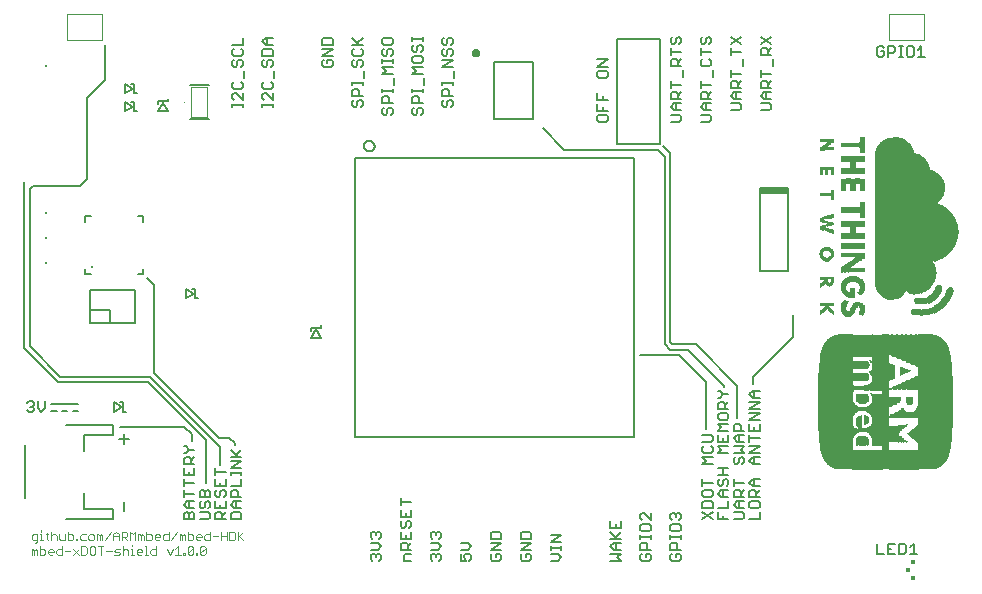
<source format=gto>
G75*
%MOIN*%
%OFA0B0*%
%FSLAX25Y25*%
%IPPOS*%
%LPD*%
%AMOC8*
5,1,8,0,0,1.08239X$1,22.5*
%
%ADD10C,0.00200*%
%ADD11R,0.00100X0.00600*%
%ADD12R,0.00100X0.01000*%
%ADD13R,0.00100X0.02600*%
%ADD14R,0.00100X0.01100*%
%ADD15R,0.00100X0.01500*%
%ADD16R,0.00100X0.01200*%
%ADD17R,0.00100X0.01300*%
%ADD18R,0.00100X0.02000*%
%ADD19R,0.00100X0.02400*%
%ADD20R,0.00100X0.02700*%
%ADD21R,0.00100X0.01400*%
%ADD22R,0.00100X0.03000*%
%ADD23R,0.00100X0.03200*%
%ADD24R,0.00100X0.03400*%
%ADD25R,0.00100X0.03600*%
%ADD26R,0.00100X0.01600*%
%ADD27R,0.00100X0.03800*%
%ADD28R,0.00100X0.01700*%
%ADD29R,0.00100X0.01800*%
%ADD30R,0.00100X0.01900*%
%ADD31R,0.00100X0.00800*%
%ADD32R,0.00100X0.00900*%
%ADD33R,0.00100X0.02100*%
%ADD34R,0.00100X0.02500*%
%ADD35R,0.00100X0.02200*%
%ADD36R,0.00100X0.02300*%
%ADD37R,0.00100X0.02800*%
%ADD38R,0.00100X0.02900*%
%ADD39R,0.00100X0.04300*%
%ADD40R,0.00100X0.03100*%
%ADD41R,0.00100X0.03500*%
%ADD42R,0.00100X0.03900*%
%ADD43R,0.00100X0.04200*%
%ADD44R,0.00100X0.04400*%
%ADD45R,0.00100X0.04700*%
%ADD46R,0.00100X0.04600*%
%ADD47R,0.00100X0.04900*%
%ADD48R,0.00100X0.04800*%
%ADD49R,0.00100X0.05200*%
%ADD50R,0.00100X0.05100*%
%ADD51R,0.00100X0.05300*%
%ADD52R,0.00100X0.05400*%
%ADD53R,0.00100X0.05600*%
%ADD54R,0.00100X0.05800*%
%ADD55R,0.00100X0.00500*%
%ADD56R,0.00100X0.00300*%
%ADD57R,0.00100X0.00100*%
%ADD58R,0.00100X0.03300*%
%ADD59R,0.00100X0.05900*%
%ADD60R,0.00100X0.00400*%
%ADD61R,0.00100X0.05000*%
%ADD62R,0.00100X0.04100*%
%ADD63R,0.00100X0.04500*%
%ADD64R,0.00100X0.43700*%
%ADD65R,0.00100X0.44800*%
%ADD66R,0.00100X0.45600*%
%ADD67R,0.00100X0.46200*%
%ADD68R,0.00100X0.46700*%
%ADD69R,0.00100X0.47200*%
%ADD70R,0.00100X0.47600*%
%ADD71R,0.00100X0.48000*%
%ADD72R,0.00100X0.48300*%
%ADD73R,0.00100X0.48600*%
%ADD74R,0.00100X0.49000*%
%ADD75R,0.00100X0.49200*%
%ADD76R,0.00100X0.49500*%
%ADD77R,0.00100X0.49800*%
%ADD78R,0.00100X0.50000*%
%ADD79R,0.00100X0.50200*%
%ADD80R,0.00100X0.50400*%
%ADD81R,0.00100X0.50600*%
%ADD82R,0.00100X0.50900*%
%ADD83R,0.00100X0.51000*%
%ADD84R,0.00100X0.51200*%
%ADD85R,0.00100X0.51400*%
%ADD86R,0.00100X0.51500*%
%ADD87R,0.00100X0.51700*%
%ADD88R,0.00100X0.51900*%
%ADD89R,0.00100X0.52100*%
%ADD90R,0.00100X0.52300*%
%ADD91R,0.00100X0.52400*%
%ADD92R,0.00100X0.52500*%
%ADD93R,0.00100X0.52700*%
%ADD94R,0.00100X0.52800*%
%ADD95R,0.00100X0.52900*%
%ADD96R,0.00100X0.53000*%
%ADD97R,0.00100X0.53200*%
%ADD98R,0.00100X0.53400*%
%ADD99R,0.00100X0.53500*%
%ADD100R,0.00100X0.53600*%
%ADD101R,0.00100X0.53700*%
%ADD102R,0.00100X0.53800*%
%ADD103R,0.00100X0.53900*%
%ADD104R,0.00100X0.54100*%
%ADD105R,0.00100X0.54200*%
%ADD106R,0.00100X0.54300*%
%ADD107R,0.00100X0.54000*%
%ADD108R,0.00100X0.53300*%
%ADD109R,0.00100X0.52600*%
%ADD110R,0.00100X0.52200*%
%ADD111R,0.00100X0.51800*%
%ADD112R,0.00100X0.51600*%
%ADD113R,0.00100X0.50700*%
%ADD114R,0.00100X0.50300*%
%ADD115R,0.00100X0.50100*%
%ADD116R,0.00100X0.49900*%
%ADD117R,0.00100X0.49700*%
%ADD118R,0.00100X0.49600*%
%ADD119R,0.00100X0.49300*%
%ADD120R,0.00100X0.49100*%
%ADD121R,0.00100X0.48900*%
%ADD122R,0.00100X0.48700*%
%ADD123R,0.00100X0.48500*%
%ADD124R,0.00100X0.47700*%
%ADD125R,0.00100X0.47300*%
%ADD126R,0.00100X0.47100*%
%ADD127R,0.00100X0.47000*%
%ADD128R,0.00100X0.46900*%
%ADD129R,0.00100X0.46800*%
%ADD130R,0.00100X0.46600*%
%ADD131R,0.00100X0.46500*%
%ADD132R,0.00100X0.46400*%
%ADD133R,0.00100X0.46100*%
%ADD134R,0.00100X0.45900*%
%ADD135R,0.00100X0.45800*%
%ADD136R,0.00100X0.45500*%
%ADD137R,0.00100X0.45400*%
%ADD138R,0.00100X0.45200*%
%ADD139R,0.00100X0.45000*%
%ADD140R,0.00100X0.44900*%
%ADD141R,0.00100X0.44700*%
%ADD142R,0.00100X0.44600*%
%ADD143R,0.00100X0.44400*%
%ADD144R,0.00100X0.44300*%
%ADD145R,0.00100X0.44100*%
%ADD146R,0.00100X0.44000*%
%ADD147R,0.00100X0.43500*%
%ADD148R,0.00100X0.43400*%
%ADD149R,0.00100X0.43100*%
%ADD150R,0.00100X0.42900*%
%ADD151R,0.00100X0.42700*%
%ADD152R,0.00100X0.42400*%
%ADD153R,0.00100X0.42200*%
%ADD154R,0.00100X0.41900*%
%ADD155R,0.00100X0.41500*%
%ADD156R,0.00100X0.41300*%
%ADD157R,0.00100X0.41000*%
%ADD158R,0.00100X0.40600*%
%ADD159R,0.00100X0.40100*%
%ADD160R,0.00100X0.39600*%
%ADD161R,0.00100X0.39200*%
%ADD162R,0.00100X0.39000*%
%ADD163R,0.00100X0.38800*%
%ADD164R,0.00100X0.38700*%
%ADD165R,0.00100X0.38600*%
%ADD166R,0.00100X0.38400*%
%ADD167R,0.00100X0.38300*%
%ADD168R,0.00100X0.38100*%
%ADD169R,0.00100X0.30400*%
%ADD170R,0.00100X0.07400*%
%ADD171R,0.00100X0.30300*%
%ADD172R,0.00100X0.07100*%
%ADD173R,0.00100X0.06800*%
%ADD174R,0.00100X0.30200*%
%ADD175R,0.00100X0.06500*%
%ADD176R,0.00100X0.06200*%
%ADD177R,0.00100X0.30000*%
%ADD178R,0.00100X0.29900*%
%ADD179R,0.00100X0.03700*%
%ADD180R,0.00100X0.29700*%
%ADD181R,0.00100X0.29600*%
%ADD182R,0.00100X0.10100*%
%ADD183R,0.00100X0.19200*%
%ADD184R,0.00100X0.19100*%
%ADD185R,0.00100X0.09900*%
%ADD186R,0.00100X0.09700*%
%ADD187R,0.00100X0.19000*%
%ADD188R,0.00100X0.09500*%
%ADD189R,0.00100X0.18900*%
%ADD190R,0.00100X0.09300*%
%ADD191R,0.00100X0.18800*%
%ADD192R,0.00100X0.09100*%
%ADD193R,0.00100X0.18700*%
%ADD194R,0.00100X0.08900*%
%ADD195R,0.00100X0.08700*%
%ADD196R,0.00100X0.18600*%
%ADD197R,0.00100X0.08600*%
%ADD198R,0.00100X0.18500*%
%ADD199R,0.00100X0.08400*%
%ADD200R,0.00100X0.08200*%
%ADD201R,0.00100X0.18300*%
%ADD202R,0.00100X0.07900*%
%ADD203R,0.00100X0.07600*%
%ADD204R,0.00100X0.18100*%
%ADD205R,0.00100X0.07200*%
%ADD206R,0.00100X0.17900*%
%ADD207R,0.00100X0.06600*%
%ADD208R,0.00100X0.17700*%
%ADD209R,0.00100X0.06300*%
%ADD210R,0.00100X0.06000*%
%ADD211R,0.00100X0.17500*%
%ADD212R,0.00100X0.17300*%
%ADD213R,0.00100X0.17200*%
%ADD214R,0.00100X0.17100*%
%ADD215R,0.00100X0.17000*%
%ADD216R,0.00100X0.16900*%
%ADD217R,0.00100X0.16700*%
%ADD218R,0.00100X0.16600*%
%ADD219R,0.00100X0.16500*%
%ADD220R,0.00100X0.16300*%
%ADD221R,0.00100X0.16100*%
%ADD222R,0.00100X0.16000*%
%ADD223R,0.00100X0.15900*%
%ADD224R,0.00100X0.15700*%
%ADD225R,0.00100X0.15500*%
%ADD226R,0.00100X0.15400*%
%ADD227R,0.00100X0.15200*%
%ADD228R,0.00100X0.15100*%
%ADD229R,0.00100X0.14900*%
%ADD230R,0.00100X0.14700*%
%ADD231R,0.00100X0.14500*%
%ADD232R,0.00100X0.14300*%
%ADD233R,0.00100X0.14100*%
%ADD234R,0.00100X0.13900*%
%ADD235R,0.00100X0.13700*%
%ADD236R,0.00100X0.13500*%
%ADD237R,0.00100X0.13300*%
%ADD238R,0.00100X0.13100*%
%ADD239R,0.00100X0.12800*%
%ADD240R,0.00100X0.12500*%
%ADD241R,0.00100X0.12300*%
%ADD242R,0.00100X0.12100*%
%ADD243R,0.00100X0.11700*%
%ADD244R,0.00100X0.11500*%
%ADD245R,0.00100X0.11200*%
%ADD246R,0.00100X0.10900*%
%ADD247R,0.00100X0.10600*%
%ADD248R,0.00100X0.10300*%
%ADD249R,0.00100X0.09200*%
%ADD250R,0.00100X0.08800*%
%ADD251R,0.00100X0.08300*%
%ADD252R,0.00100X0.07500*%
%ADD253R,0.00100X0.06900*%
%ADD254R,0.00100X0.05700*%
%ADD255R,0.00075X0.04050*%
%ADD256R,0.00075X0.10575*%
%ADD257R,0.00075X0.14250*%
%ADD258R,0.00075X0.17100*%
%ADD259R,0.00075X0.19575*%
%ADD260R,0.00075X0.21750*%
%ADD261R,0.00075X0.23550*%
%ADD262R,0.00075X0.25350*%
%ADD263R,0.00075X0.26925*%
%ADD264R,0.00075X0.28050*%
%ADD265R,0.00075X0.29550*%
%ADD266R,0.00075X0.30675*%
%ADD267R,0.00075X0.31575*%
%ADD268R,0.00075X0.32400*%
%ADD269R,0.00075X0.33000*%
%ADD270R,0.00075X0.33600*%
%ADD271R,0.00075X0.34200*%
%ADD272R,0.00075X0.34650*%
%ADD273R,0.00075X0.35175*%
%ADD274R,0.00075X0.35550*%
%ADD275R,0.00075X0.36000*%
%ADD276R,0.00075X0.36450*%
%ADD277R,0.00075X0.36750*%
%ADD278R,0.00075X0.37125*%
%ADD279R,0.00075X0.37500*%
%ADD280R,0.00075X0.37800*%
%ADD281R,0.00075X0.38100*%
%ADD282R,0.00075X0.38325*%
%ADD283R,0.00075X0.38550*%
%ADD284R,0.00075X0.38850*%
%ADD285R,0.00075X0.39150*%
%ADD286R,0.00075X0.39300*%
%ADD287R,0.00075X0.39600*%
%ADD288R,0.00075X0.39750*%
%ADD289R,0.00075X0.40050*%
%ADD290R,0.00075X0.40200*%
%ADD291R,0.00075X0.40350*%
%ADD292R,0.00075X0.40650*%
%ADD293R,0.00075X0.40800*%
%ADD294R,0.00075X0.40950*%
%ADD295R,0.00075X0.41100*%
%ADD296R,0.00075X0.41250*%
%ADD297R,0.00075X0.41400*%
%ADD298R,0.00075X0.41550*%
%ADD299R,0.00075X0.41700*%
%ADD300R,0.00075X0.41850*%
%ADD301R,0.00075X0.42000*%
%ADD302R,0.00075X0.42150*%
%ADD303R,0.00075X0.42300*%
%ADD304R,0.00075X0.42450*%
%ADD305R,0.00075X0.42600*%
%ADD306R,0.00075X0.42750*%
%ADD307R,0.00075X0.42900*%
%ADD308R,0.00075X0.43050*%
%ADD309R,0.00075X0.43200*%
%ADD310R,0.00075X0.43350*%
%ADD311R,0.00075X0.43500*%
%ADD312R,0.00075X0.43650*%
%ADD313R,0.00075X0.43800*%
%ADD314R,0.00075X0.43950*%
%ADD315R,0.00075X0.44100*%
%ADD316R,0.00075X0.44250*%
%ADD317R,0.00075X0.44400*%
%ADD318R,0.00075X0.44550*%
%ADD319R,0.00075X0.44700*%
%ADD320R,0.00075X0.44850*%
%ADD321R,0.00075X0.45000*%
%ADD322R,0.00075X0.20175*%
%ADD323R,0.00075X0.06450*%
%ADD324R,0.00075X0.15675*%
%ADD325R,0.00075X0.07425*%
%ADD326R,0.00075X0.02775*%
%ADD327R,0.00075X0.02850*%
%ADD328R,0.00075X0.05700*%
%ADD329R,0.00075X0.05400*%
%ADD330R,0.00075X0.06750*%
%ADD331R,0.00075X0.02700*%
%ADD332R,0.00075X0.02400*%
%ADD333R,0.00075X0.05100*%
%ADD334R,0.00075X0.04575*%
%ADD335R,0.00075X0.02175*%
%ADD336R,0.00075X0.04800*%
%ADD337R,0.00075X0.04200*%
%ADD338R,0.00075X0.01950*%
%ADD339R,0.00075X0.04500*%
%ADD340R,0.00075X0.03750*%
%ADD341R,0.00075X0.01725*%
%ADD342R,0.00075X0.03450*%
%ADD343R,0.00075X0.01650*%
%ADD344R,0.00075X0.03975*%
%ADD345R,0.00075X0.03150*%
%ADD346R,0.00075X0.03675*%
%ADD347R,0.00075X0.03525*%
%ADD348R,0.00075X0.03375*%
%ADD349R,0.00075X0.03225*%
%ADD350R,0.00075X0.02250*%
%ADD351R,0.00075X0.03000*%
%ADD352R,0.00075X0.02100*%
%ADD353R,0.00075X0.02025*%
%ADD354R,0.00075X0.02625*%
%ADD355R,0.00075X0.02475*%
%ADD356R,0.00075X0.01875*%
%ADD357R,0.00075X0.00600*%
%ADD358R,0.00075X0.00075*%
%ADD359R,0.00075X0.01800*%
%ADD360R,0.00075X0.01050*%
%ADD361R,0.00075X0.01500*%
%ADD362R,0.00075X0.01350*%
%ADD363R,0.00075X0.02325*%
%ADD364R,0.00075X0.02925*%
%ADD365R,0.00075X0.01575*%
%ADD366R,0.00075X0.02550*%
%ADD367R,0.00075X0.03600*%
%ADD368R,0.00075X0.01425*%
%ADD369R,0.00075X0.05475*%
%ADD370R,0.00075X0.05550*%
%ADD371R,0.00075X0.03075*%
%ADD372R,0.00075X0.01275*%
%ADD373R,0.00075X0.01200*%
%ADD374R,0.00075X0.05625*%
%ADD375R,0.00075X0.01125*%
%ADD376R,0.00075X0.00975*%
%ADD377R,0.00075X0.00900*%
%ADD378R,0.00075X0.00150*%
%ADD379R,0.00075X0.00225*%
%ADD380R,0.00075X0.00375*%
%ADD381R,0.00075X0.00525*%
%ADD382R,0.00075X0.00675*%
%ADD383R,0.00075X0.00300*%
%ADD384R,0.00075X0.00825*%
%ADD385R,0.00075X0.00450*%
%ADD386R,0.00075X0.03825*%
%ADD387R,0.00075X0.00750*%
%ADD388R,0.00075X0.04275*%
%ADD389R,0.00075X0.04875*%
%ADD390R,0.00075X0.05025*%
%ADD391R,0.00075X0.10050*%
%ADD392R,0.00075X0.05325*%
%ADD393R,0.00075X0.10425*%
%ADD394R,0.00075X0.06225*%
%ADD395R,0.00075X0.06375*%
%ADD396R,0.00075X0.18525*%
%ADD397R,0.00075X0.17175*%
%ADD398R,0.00075X0.05850*%
%ADD399R,0.00075X0.06825*%
%ADD400R,0.00075X0.03300*%
%ADD401R,0.00075X0.06900*%
%ADD402R,0.00075X0.06975*%
%ADD403R,0.00075X0.07050*%
%ADD404R,0.00075X0.05250*%
%ADD405R,0.00075X0.07125*%
%ADD406R,0.00075X0.07200*%
%ADD407R,0.00075X0.04950*%
%ADD408R,0.00075X0.07275*%
%ADD409R,0.00075X0.07350*%
%ADD410R,0.00075X0.04725*%
%ADD411R,0.00075X0.04650*%
%ADD412R,0.00075X0.07500*%
%ADD413R,0.00075X0.04425*%
%ADD414R,0.00075X0.07575*%
%ADD415R,0.00075X0.07650*%
%ADD416R,0.00075X0.07725*%
%ADD417R,0.00075X0.07800*%
%ADD418R,0.00075X0.07875*%
%ADD419R,0.00075X0.07950*%
%ADD420R,0.00075X0.08025*%
%ADD421R,0.00075X0.08100*%
%ADD422R,0.00075X0.08175*%
%ADD423R,0.00075X0.08250*%
%ADD424R,0.00075X0.08325*%
%ADD425R,0.00075X0.08400*%
%ADD426R,0.00075X0.08475*%
%ADD427R,0.00075X0.08550*%
%ADD428R,0.00075X0.08625*%
%ADD429R,0.00075X0.08700*%
%ADD430R,0.00075X0.08775*%
%ADD431R,0.00075X0.08850*%
%ADD432R,0.00075X0.08925*%
%ADD433R,0.00075X0.09000*%
%ADD434R,0.00075X0.09075*%
%ADD435R,0.00075X0.09150*%
%ADD436R,0.00075X0.09225*%
%ADD437R,0.00075X0.09300*%
%ADD438R,0.00075X0.09375*%
%ADD439R,0.00075X0.09450*%
%ADD440R,0.00075X0.09525*%
%ADD441R,0.00075X0.09600*%
%ADD442R,0.00075X0.09675*%
%ADD443R,0.00075X0.09750*%
%ADD444R,0.00075X0.09825*%
%ADD445R,0.00075X0.09900*%
%ADD446R,0.00075X0.03900*%
%ADD447R,0.00075X0.09975*%
%ADD448R,0.00075X0.10125*%
%ADD449R,0.00075X0.04125*%
%ADD450R,0.00075X0.10200*%
%ADD451R,0.00075X0.10275*%
%ADD452R,0.00075X0.10350*%
%ADD453R,0.00075X0.04350*%
%ADD454R,0.00075X0.05175*%
%ADD455R,0.00075X0.10500*%
%ADD456R,0.00075X0.05775*%
%ADD457R,0.00075X0.10650*%
%ADD458R,0.00075X0.05925*%
%ADD459R,0.00075X0.06075*%
%ADD460R,0.00075X0.35625*%
%ADD461R,0.00075X0.34725*%
%ADD462R,0.00075X0.33675*%
%ADD463R,0.00075X0.30750*%
%ADD464R,0.00075X0.25425*%
%ADD465R,0.00075X0.23625*%
%ADD466C,0.00500*%
%ADD467C,0.00800*%
%ADD468C,0.00600*%
%ADD469C,0.00039*%
%ADD470C,0.00295*%
%ADD471R,0.00984X0.00984*%
%ADD472C,0.00394*%
%ADD473R,0.00886X0.00886*%
%ADD474R,0.01673X0.01280*%
%ADD475R,0.01378X0.01378*%
%ADD476C,0.01600*%
%ADD477C,0.00700*%
D10*
X0032468Y0035960D02*
X0032468Y0037828D01*
X0032935Y0037828D01*
X0033402Y0037361D01*
X0033402Y0035960D01*
X0033402Y0037361D02*
X0033869Y0037828D01*
X0034336Y0037361D01*
X0034336Y0035960D01*
X0035230Y0038762D02*
X0035230Y0035960D01*
X0036631Y0035960D01*
X0037099Y0036427D01*
X0037099Y0037361D01*
X0036631Y0037828D01*
X0035230Y0037828D01*
X0039394Y0035960D02*
X0038460Y0035960D01*
X0037993Y0036427D01*
X0037993Y0037361D01*
X0038460Y0037828D01*
X0039394Y0037828D01*
X0039861Y0037361D01*
X0039861Y0036894D01*
X0037993Y0036894D01*
X0042623Y0038762D02*
X0042623Y0035960D01*
X0041222Y0035960D01*
X0040755Y0036427D01*
X0040755Y0037361D01*
X0041222Y0037828D01*
X0042623Y0037828D01*
X0043517Y0037361D02*
X0045386Y0037361D01*
X0046280Y0037828D02*
X0048148Y0035960D01*
X0046280Y0035960D02*
X0048148Y0037828D01*
X0049042Y0038762D02*
X0049042Y0035960D01*
X0050443Y0035960D01*
X0050910Y0036427D01*
X0050910Y0038295D01*
X0050443Y0038762D01*
X0049042Y0038762D01*
X0053206Y0038762D02*
X0052271Y0038762D01*
X0051804Y0038295D01*
X0051804Y0036427D01*
X0052271Y0035960D01*
X0053206Y0035960D01*
X0053673Y0036427D01*
X0053673Y0038295D01*
X0053206Y0038762D01*
X0055501Y0038762D02*
X0055501Y0035960D01*
X0054567Y0038762D02*
X0056435Y0038762D01*
X0057329Y0037361D02*
X0059197Y0037361D01*
X0060091Y0035960D02*
X0061493Y0035960D01*
X0061960Y0036427D01*
X0061493Y0036894D01*
X0060559Y0036894D01*
X0060091Y0037361D01*
X0060559Y0037828D01*
X0061960Y0037828D01*
X0062854Y0038762D02*
X0062854Y0035960D01*
X0062854Y0037361D02*
X0063321Y0037828D01*
X0064255Y0037828D01*
X0064722Y0037361D01*
X0064722Y0035960D01*
X0065616Y0037828D02*
X0066083Y0037828D01*
X0066083Y0035960D01*
X0065616Y0035960D02*
X0066550Y0035960D01*
X0066083Y0038762D02*
X0066083Y0039229D01*
X0068859Y0035960D02*
X0067925Y0035960D01*
X0067458Y0036427D01*
X0067458Y0037361D01*
X0067925Y0037828D01*
X0068859Y0037828D01*
X0069326Y0037361D01*
X0069326Y0036894D01*
X0067458Y0036894D01*
X0070220Y0038762D02*
X0070687Y0038762D01*
X0070687Y0035960D01*
X0070220Y0035960D02*
X0071154Y0035960D01*
X0073930Y0038762D02*
X0073930Y0035960D01*
X0072529Y0035960D01*
X0072062Y0036427D01*
X0072062Y0037361D01*
X0072529Y0037828D01*
X0073930Y0037828D01*
X0077586Y0037828D02*
X0078520Y0035960D01*
X0079455Y0037828D01*
X0080349Y0037828D02*
X0081283Y0038762D01*
X0081283Y0035960D01*
X0080349Y0035960D02*
X0082217Y0035960D01*
X0083111Y0035960D02*
X0083111Y0036427D01*
X0083578Y0036427D01*
X0083578Y0035960D01*
X0083111Y0035960D01*
X0084492Y0036427D02*
X0084492Y0038295D01*
X0084959Y0038762D01*
X0085893Y0038762D01*
X0086361Y0038295D01*
X0086361Y0036427D01*
X0085893Y0035960D01*
X0084959Y0035960D01*
X0084492Y0036427D01*
X0086361Y0038295D01*
X0087255Y0035960D02*
X0087255Y0036427D01*
X0087722Y0036427D01*
X0087722Y0035960D01*
X0087255Y0035960D01*
X0088636Y0036427D02*
X0088636Y0038295D01*
X0089103Y0038762D01*
X0090037Y0038762D01*
X0090504Y0038295D01*
X0090504Y0036427D01*
X0090037Y0035960D01*
X0089103Y0035960D01*
X0088636Y0036427D01*
X0090504Y0038295D01*
X0033482Y0039966D02*
X0033949Y0039966D01*
X0034416Y0040433D01*
X0034416Y0042768D01*
X0033015Y0042768D01*
X0032548Y0042301D01*
X0032548Y0041367D01*
X0033015Y0040900D01*
X0034416Y0040900D01*
X0035310Y0042768D02*
X0035777Y0042768D01*
X0035777Y0040900D01*
X0035310Y0040900D02*
X0036244Y0040900D01*
X0035777Y0043702D02*
X0035777Y0044169D01*
X0037619Y0043235D02*
X0037619Y0041367D01*
X0038086Y0040900D01*
X0038086Y0042768D02*
X0037152Y0042768D01*
X0038993Y0043702D02*
X0038993Y0040900D01*
X0038993Y0042301D02*
X0039461Y0042768D01*
X0040395Y0042768D01*
X0040862Y0042301D01*
X0040862Y0040900D01*
X0041756Y0042768D02*
X0041756Y0041367D01*
X0042223Y0040900D01*
X0043624Y0040900D01*
X0043624Y0042768D01*
X0044518Y0043702D02*
X0044518Y0040900D01*
X0045919Y0040900D01*
X0046386Y0041367D01*
X0046386Y0042301D01*
X0045919Y0042768D01*
X0044518Y0042768D01*
X0047280Y0040900D02*
X0047280Y0041367D01*
X0047748Y0041367D01*
X0047748Y0040900D01*
X0047280Y0040900D01*
X0050530Y0042768D02*
X0049129Y0042768D01*
X0048662Y0042301D01*
X0048662Y0041367D01*
X0049129Y0040900D01*
X0050530Y0040900D01*
X0051891Y0040900D02*
X0052825Y0040900D01*
X0053292Y0041367D01*
X0053292Y0042301D01*
X0052825Y0042768D01*
X0051891Y0042768D01*
X0051424Y0042301D01*
X0051424Y0041367D01*
X0051891Y0040900D01*
X0054186Y0040900D02*
X0054186Y0042768D01*
X0054653Y0042768D01*
X0055121Y0042301D01*
X0055121Y0040900D01*
X0055121Y0042301D02*
X0055588Y0042768D01*
X0056055Y0042301D01*
X0056055Y0040900D01*
X0056949Y0040900D02*
X0058817Y0043702D01*
X0059711Y0040900D02*
X0059711Y0042768D01*
X0060645Y0043702D01*
X0061579Y0042768D01*
X0061579Y0040900D01*
X0061579Y0042301D02*
X0059711Y0042301D01*
X0062473Y0040900D02*
X0062473Y0043702D01*
X0063875Y0043702D01*
X0064342Y0043235D01*
X0064342Y0042301D01*
X0063875Y0041834D01*
X0062473Y0041834D01*
X0063408Y0041834D02*
X0064342Y0040900D01*
X0065236Y0040900D02*
X0065236Y0043702D01*
X0066170Y0042768D01*
X0067104Y0043702D01*
X0067104Y0040900D01*
X0067998Y0040900D02*
X0067998Y0042768D01*
X0068465Y0042768D01*
X0068932Y0042301D01*
X0068932Y0040900D01*
X0068932Y0042301D02*
X0069399Y0042768D01*
X0069866Y0042301D01*
X0069866Y0040900D01*
X0070760Y0043702D02*
X0070760Y0040900D01*
X0072162Y0040900D01*
X0072629Y0041367D01*
X0072629Y0042301D01*
X0072162Y0042768D01*
X0070760Y0042768D01*
X0074924Y0040900D02*
X0073990Y0040900D01*
X0073523Y0041367D01*
X0073523Y0042301D01*
X0073990Y0042768D01*
X0074924Y0042768D01*
X0075391Y0042301D01*
X0075391Y0041834D01*
X0073523Y0041834D01*
X0078153Y0043702D02*
X0078153Y0040900D01*
X0076752Y0040900D01*
X0076285Y0041367D01*
X0076285Y0042301D01*
X0076752Y0042768D01*
X0078153Y0042768D01*
X0079048Y0040900D02*
X0080916Y0043702D01*
X0081810Y0040900D02*
X0081810Y0042768D01*
X0082277Y0042768D01*
X0082744Y0042301D01*
X0082744Y0040900D01*
X0082744Y0042301D02*
X0083211Y0042768D01*
X0083678Y0042301D01*
X0083678Y0040900D01*
X0084572Y0043702D02*
X0084572Y0040900D01*
X0085973Y0040900D01*
X0086441Y0041367D01*
X0086441Y0042301D01*
X0085973Y0042768D01*
X0084572Y0042768D01*
X0088736Y0040900D02*
X0087802Y0040900D01*
X0087335Y0041367D01*
X0087335Y0042301D01*
X0087802Y0042768D01*
X0088736Y0042768D01*
X0089203Y0042301D01*
X0089203Y0041834D01*
X0087335Y0041834D01*
X0091965Y0043702D02*
X0091965Y0040900D01*
X0090564Y0040900D01*
X0090097Y0041367D01*
X0090097Y0042301D01*
X0090564Y0042768D01*
X0091965Y0042768D01*
X0092859Y0042301D02*
X0094728Y0042301D01*
X0095622Y0040900D02*
X0095622Y0043702D01*
X0095622Y0042301D02*
X0097490Y0042301D01*
X0097490Y0043702D02*
X0097490Y0040900D01*
X0098384Y0043702D02*
X0098384Y0040900D01*
X0099785Y0040900D01*
X0100252Y0041367D01*
X0100252Y0043235D01*
X0099785Y0043702D01*
X0098384Y0043702D01*
X0101146Y0043702D02*
X0101146Y0040900D01*
X0101146Y0041834D02*
X0103015Y0043702D01*
X0101613Y0042301D02*
X0103015Y0040900D01*
D11*
X0295373Y0136150D03*
X0308273Y0123350D03*
X0325973Y0116950D03*
X0336073Y0124850D03*
X0339873Y0124050D03*
D12*
X0295473Y0174050D03*
X0295473Y0171150D03*
X0295473Y0155850D03*
X0295473Y0128050D03*
X0295473Y0119350D03*
X0295573Y0174050D03*
X0295573Y0155850D03*
X0295573Y0128050D03*
X0295573Y0119350D03*
X0295673Y0174050D03*
X0295673Y0155850D03*
X0295673Y0128050D03*
X0295673Y0119350D03*
X0295773Y0174050D03*
X0295773Y0155850D03*
X0295773Y0128050D03*
X0295773Y0119350D03*
X0295873Y0174050D03*
X0295873Y0155850D03*
X0295873Y0128050D03*
X0295873Y0119350D03*
X0295973Y0174050D03*
X0295973Y0155850D03*
X0295973Y0128050D03*
X0295973Y0119350D03*
X0296073Y0174050D03*
X0296073Y0155850D03*
X0296073Y0128050D03*
X0296073Y0119350D03*
X0296173Y0174050D03*
X0296173Y0155850D03*
X0296173Y0128050D03*
X0296173Y0119350D03*
X0296273Y0174050D03*
X0296273Y0155850D03*
X0296273Y0128050D03*
X0296273Y0119350D03*
X0296373Y0174050D03*
X0296373Y0164650D03*
X0296373Y0155850D03*
X0296373Y0128050D03*
X0296373Y0119350D03*
X0296473Y0174050D03*
X0296473Y0164650D03*
X0296473Y0155850D03*
X0296473Y0128050D03*
X0296473Y0119350D03*
X0296573Y0174050D03*
X0296573Y0164650D03*
X0296573Y0155850D03*
X0296573Y0128050D03*
X0296573Y0119350D03*
X0296673Y0174050D03*
X0296673Y0164650D03*
X0296673Y0155850D03*
X0296673Y0128050D03*
X0296673Y0119350D03*
X0296773Y0174050D03*
X0296773Y0164650D03*
X0296773Y0155850D03*
X0296773Y0144550D03*
X0296773Y0128050D03*
X0296773Y0119350D03*
X0296873Y0174050D03*
X0296873Y0164650D03*
X0296873Y0155850D03*
X0296873Y0128050D03*
X0296873Y0119350D03*
X0296973Y0174050D03*
X0296973Y0164650D03*
X0296973Y0155850D03*
X0296973Y0148150D03*
X0296973Y0144450D03*
X0296973Y0128050D03*
X0296973Y0119350D03*
X0297073Y0174050D03*
X0297073Y0164650D03*
X0297073Y0155850D03*
X0297073Y0148150D03*
X0297073Y0144450D03*
X0297073Y0128050D03*
X0297073Y0119350D03*
X0297173Y0174050D03*
X0297173Y0172250D03*
X0297173Y0171150D03*
X0297173Y0164650D03*
X0297173Y0155850D03*
X0297173Y0144450D03*
X0297173Y0128050D03*
X0297173Y0119350D03*
X0297273Y0174050D03*
X0297273Y0172350D03*
X0297273Y0171150D03*
X0297273Y0164650D03*
X0297273Y0155850D03*
X0297273Y0148250D03*
X0297273Y0144350D03*
X0297273Y0119350D03*
X0297373Y0174050D03*
X0297373Y0171150D03*
X0297373Y0155850D03*
X0297373Y0148250D03*
X0297373Y0144350D03*
X0297473Y0174050D03*
X0297473Y0172450D03*
X0297473Y0171150D03*
X0297473Y0155850D03*
X0297473Y0148250D03*
X0297473Y0144350D03*
X0297573Y0174050D03*
X0297573Y0171150D03*
X0297573Y0155850D03*
X0297573Y0144350D03*
X0297673Y0174050D03*
X0297673Y0172550D03*
X0297673Y0171150D03*
X0297673Y0155850D03*
X0297673Y0148350D03*
X0297673Y0144250D03*
X0297773Y0174050D03*
X0297773Y0172650D03*
X0297773Y0171150D03*
X0297773Y0155850D03*
X0297773Y0148350D03*
X0297773Y0144250D03*
X0297873Y0174050D03*
X0297873Y0171150D03*
X0297873Y0155850D03*
X0297873Y0148350D03*
X0297873Y0144250D03*
X0297973Y0174050D03*
X0297973Y0172750D03*
X0297973Y0171150D03*
X0297973Y0155850D03*
X0297973Y0148350D03*
X0297973Y0128050D03*
X0298073Y0174050D03*
X0298073Y0172850D03*
X0298073Y0171150D03*
X0298073Y0155850D03*
X0298073Y0148450D03*
X0298073Y0144150D03*
X0298173Y0174050D03*
X0298173Y0171150D03*
X0298173Y0164650D03*
X0298173Y0155850D03*
X0298173Y0148450D03*
X0298173Y0144150D03*
X0298173Y0119350D03*
X0298273Y0171150D03*
X0298273Y0164650D03*
X0298273Y0155850D03*
X0298273Y0148450D03*
X0298273Y0144150D03*
X0298273Y0119350D03*
X0298373Y0171150D03*
X0298373Y0164650D03*
X0298373Y0155850D03*
X0298373Y0126050D03*
X0298373Y0119350D03*
X0298473Y0171150D03*
X0298473Y0164650D03*
X0298473Y0155850D03*
X0298473Y0148550D03*
X0298473Y0144050D03*
X0298473Y0126050D03*
X0298473Y0119350D03*
X0298573Y0171150D03*
X0298573Y0164650D03*
X0298573Y0155850D03*
X0298573Y0148550D03*
X0298573Y0144050D03*
X0298573Y0119350D03*
X0298673Y0171150D03*
X0298673Y0164650D03*
X0298673Y0155850D03*
X0298673Y0148550D03*
X0298673Y0119350D03*
X0298773Y0171150D03*
X0298773Y0164650D03*
X0298773Y0155850D03*
X0298773Y0119350D03*
X0298873Y0171150D03*
X0298873Y0164650D03*
X0298873Y0155850D03*
X0298873Y0148650D03*
X0298873Y0143950D03*
X0298873Y0119350D03*
X0298973Y0171150D03*
X0298973Y0164650D03*
X0298973Y0155850D03*
X0298973Y0148650D03*
X0298973Y0143950D03*
X0298973Y0119350D03*
X0299073Y0171150D03*
X0299073Y0164650D03*
X0299073Y0155850D03*
X0299073Y0119350D03*
X0299173Y0171150D03*
X0299173Y0128050D03*
X0299173Y0119350D03*
X0299273Y0171150D03*
X0299273Y0148750D03*
X0299273Y0119350D03*
X0299373Y0171150D03*
X0299373Y0148750D03*
X0299373Y0146350D03*
X0299373Y0143850D03*
X0299373Y0119350D03*
X0299473Y0171150D03*
X0299473Y0146350D03*
X0299473Y0119350D03*
X0299573Y0171150D03*
X0299573Y0119350D03*
X0299673Y0171150D03*
X0299673Y0148850D03*
X0299673Y0119350D03*
X0299773Y0171150D03*
X0299773Y0119350D03*
X0299873Y0171150D03*
X0299873Y0119350D03*
X0302573Y0125150D03*
X0304473Y0119950D03*
X0327073Y0120650D03*
D13*
X0295473Y0163850D03*
X0295573Y0163850D03*
X0295673Y0163850D03*
X0295773Y0163850D03*
X0295873Y0163850D03*
X0295973Y0163850D03*
X0296073Y0163850D03*
X0296173Y0163850D03*
X0296273Y0163850D03*
X0297573Y0127250D03*
X0299173Y0163850D03*
X0299273Y0163850D03*
X0299373Y0163850D03*
X0299473Y0163850D03*
X0299573Y0163850D03*
X0299673Y0163850D03*
X0299673Y0127250D03*
X0299773Y0163850D03*
X0299873Y0163850D03*
X0302773Y0125150D03*
X0304073Y0131450D03*
X0304173Y0131450D03*
X0304173Y0126950D03*
X0307173Y0118750D03*
X0308773Y0135250D03*
X0308773Y0126950D03*
X0308873Y0135250D03*
X0310173Y0125150D03*
X0332473Y0121350D03*
X0332573Y0121450D03*
X0334673Y0118350D03*
X0334873Y0118450D03*
X0334973Y0118550D03*
X0335573Y0124450D03*
X0339373Y0123650D03*
D14*
X0295473Y0147600D03*
X0295473Y0145000D03*
X0295573Y0171200D03*
X0296673Y0126500D03*
X0296773Y0137700D03*
X0296773Y0126600D03*
X0296973Y0137800D03*
X0296973Y0134500D03*
X0297073Y0137800D03*
X0297073Y0134500D03*
X0297073Y0126800D03*
X0297173Y0137800D03*
X0297173Y0134500D03*
X0297173Y0126900D03*
X0297273Y0137900D03*
X0297273Y0134400D03*
X0297373Y0172400D03*
X0297373Y0137900D03*
X0297373Y0134400D03*
X0297473Y0137900D03*
X0297473Y0134400D03*
X0297573Y0172500D03*
X0297573Y0137900D03*
X0297573Y0134400D03*
X0297673Y0137900D03*
X0297673Y0134400D03*
X0297773Y0137900D03*
X0297773Y0134400D03*
X0297873Y0172700D03*
X0297873Y0137900D03*
X0297873Y0134400D03*
X0297973Y0144200D03*
X0297973Y0137900D03*
X0297973Y0134400D03*
X0298073Y0137900D03*
X0298073Y0134400D03*
X0298173Y0172900D03*
X0298173Y0137900D03*
X0298173Y0134400D03*
X0298173Y0126100D03*
X0298273Y0137800D03*
X0298273Y0134500D03*
X0298273Y0126100D03*
X0298373Y0148500D03*
X0298373Y0144100D03*
X0298373Y0137800D03*
X0298373Y0134500D03*
X0298473Y0117900D03*
X0298573Y0137700D03*
X0298573Y0134600D03*
X0298573Y0126000D03*
X0298573Y0117800D03*
X0298673Y0144000D03*
X0298673Y0126000D03*
X0298773Y0148600D03*
X0298773Y0144000D03*
X0298773Y0126000D03*
X0298873Y0126100D03*
X0298973Y0126100D03*
X0299073Y0148700D03*
X0299073Y0143900D03*
X0299173Y0148700D03*
X0299173Y0143900D03*
X0299173Y0117300D03*
X0299273Y0146300D03*
X0299273Y0143900D03*
X0299473Y0148800D03*
X0299473Y0143800D03*
X0299573Y0148800D03*
X0299573Y0143800D03*
X0299673Y0143800D03*
X0299773Y0174000D03*
X0299773Y0148900D03*
X0299773Y0143700D03*
X0299873Y0174000D03*
X0299873Y0148900D03*
X0299873Y0143700D03*
X0308473Y0123400D03*
X0308773Y0116600D03*
X0310373Y0117800D03*
X0326073Y0117000D03*
X0341473Y0143500D03*
D15*
X0295473Y0136200D03*
X0295973Y0147600D03*
X0296073Y0147600D03*
X0296073Y0145000D03*
X0296173Y0171400D03*
X0296173Y0147600D03*
X0296173Y0145000D03*
X0296273Y0171400D03*
X0296373Y0137300D03*
X0296373Y0135000D03*
X0298473Y0146300D03*
X0299173Y0173800D03*
X0299173Y0126300D03*
X0299273Y0173800D03*
X0304273Y0119800D03*
D16*
X0295473Y0125550D03*
X0295573Y0147650D03*
X0295573Y0144950D03*
X0295573Y0125650D03*
X0295673Y0171250D03*
X0295773Y0171250D03*
X0295773Y0125750D03*
X0295873Y0125850D03*
X0295973Y0125950D03*
X0296073Y0126050D03*
X0296173Y0126150D03*
X0296273Y0126150D03*
X0296373Y0126250D03*
X0296473Y0126350D03*
X0296573Y0137550D03*
X0296573Y0134750D03*
X0296573Y0126450D03*
X0296673Y0137650D03*
X0296673Y0134650D03*
X0296773Y0134650D03*
X0296873Y0137750D03*
X0296873Y0134550D03*
X0296873Y0126650D03*
X0296973Y0126750D03*
X0298073Y0126150D03*
X0298173Y0118150D03*
X0298273Y0118050D03*
X0298373Y0117950D03*
X0298473Y0137750D03*
X0298473Y0134550D03*
X0298673Y0137650D03*
X0298673Y0134650D03*
X0298673Y0117750D03*
X0298773Y0134750D03*
X0298773Y0117650D03*
X0298873Y0117550D03*
X0298973Y0146350D03*
X0298973Y0117450D03*
X0299073Y0146350D03*
X0299073Y0126150D03*
X0299073Y0117350D03*
X0299173Y0146350D03*
X0299273Y0117250D03*
X0299373Y0117150D03*
X0299473Y0117050D03*
X0299573Y0116950D03*
X0299673Y0173950D03*
X0299673Y0116850D03*
X0299773Y0116750D03*
X0299873Y0116650D03*
X0299973Y0136150D03*
X0304373Y0119850D03*
X0335973Y0124750D03*
X0339773Y0123950D03*
D17*
X0295473Y0116500D03*
X0295573Y0116600D03*
X0295673Y0147600D03*
X0295673Y0145000D03*
X0295673Y0125700D03*
X0295673Y0116700D03*
X0295773Y0147600D03*
X0295773Y0145000D03*
X0295873Y0171300D03*
X0296073Y0117000D03*
X0296173Y0117100D03*
X0296273Y0117200D03*
X0296373Y0117300D03*
X0296473Y0117400D03*
X0296573Y0117500D03*
X0296873Y0117700D03*
X0296973Y0117800D03*
X0297073Y0117900D03*
X0297173Y0118000D03*
X0297273Y0118100D03*
X0297973Y0126300D03*
X0298773Y0137600D03*
X0298873Y0146300D03*
X0298873Y0137500D03*
X0298873Y0134800D03*
X0298973Y0137400D03*
X0298973Y0134900D03*
X0299473Y0173900D03*
X0299573Y0173900D03*
X0308573Y0123400D03*
X0327173Y0120600D03*
D18*
X0295573Y0136150D03*
X0296973Y0171650D03*
X0297773Y0118850D03*
X0297873Y0118850D03*
X0298373Y0173550D03*
X0298473Y0173550D03*
X0302673Y0125150D03*
X0303173Y0131150D03*
X0303273Y0131150D03*
X0304373Y0123050D03*
X0304373Y0116350D03*
X0304473Y0122950D03*
X0304673Y0127450D03*
X0304773Y0127550D03*
X0304873Y0127550D03*
X0304973Y0127650D03*
X0305373Y0116350D03*
X0307573Y0119250D03*
X0307873Y0127650D03*
X0307973Y0127650D03*
X0308073Y0127550D03*
X0308773Y0119250D03*
X0309673Y0135550D03*
X0309773Y0135550D03*
X0310273Y0125150D03*
X0326573Y0116950D03*
X0327573Y0120650D03*
X0327673Y0120650D03*
X0335773Y0124550D03*
X0339573Y0123850D03*
D19*
X0295673Y0136150D03*
X0299773Y0127350D03*
X0302673Y0118150D03*
X0303773Y0131350D03*
X0303873Y0131350D03*
X0305673Y0116650D03*
X0307273Y0118850D03*
X0308673Y0127050D03*
X0309073Y0135350D03*
X0309173Y0135350D03*
X0310173Y0117750D03*
X0331773Y0120950D03*
X0331873Y0121050D03*
X0331973Y0121050D03*
X0332073Y0121150D03*
X0333473Y0117650D03*
X0333673Y0117750D03*
X0333773Y0117850D03*
X0333873Y0117850D03*
X0333973Y0117950D03*
X0334073Y0129850D03*
X0334073Y0117950D03*
D20*
X0295773Y0136200D03*
X0297673Y0127200D03*
X0299573Y0127200D03*
X0304073Y0123600D03*
X0304273Y0131500D03*
X0304373Y0131500D03*
X0305873Y0116900D03*
X0308673Y0135200D03*
X0332673Y0121500D03*
X0332773Y0121600D03*
X0335073Y0118600D03*
X0335173Y0118700D03*
X0335273Y0118800D03*
D21*
X0295773Y0116750D03*
X0295873Y0147650D03*
X0295873Y0144950D03*
X0295873Y0116850D03*
X0295973Y0171350D03*
X0295973Y0144950D03*
X0295973Y0116950D03*
X0296073Y0171350D03*
X0296473Y0137450D03*
X0296473Y0134850D03*
X0296673Y0117550D03*
X0296773Y0117650D03*
X0298573Y0146350D03*
X0298673Y0146350D03*
X0298773Y0146350D03*
X0299373Y0173850D03*
X0302573Y0118150D03*
X0326173Y0116950D03*
D22*
X0295873Y0136150D03*
X0299473Y0136150D03*
X0302773Y0118150D03*
X0304773Y0131650D03*
X0306173Y0117350D03*
X0308173Y0135050D03*
X0333273Y0122050D03*
X0333373Y0122150D03*
X0336073Y0119450D03*
X0336173Y0119550D03*
X0336873Y0158250D03*
D23*
X0295973Y0136150D03*
X0299173Y0155850D03*
X0299273Y0155850D03*
X0299373Y0155850D03*
X0299373Y0136150D03*
X0299473Y0155850D03*
X0299573Y0155850D03*
X0299673Y0155850D03*
X0299773Y0155850D03*
X0299873Y0155850D03*
X0305073Y0131750D03*
X0306373Y0117650D03*
X0306473Y0117750D03*
X0306673Y0118050D03*
X0306773Y0118150D03*
X0307873Y0134950D03*
X0309973Y0117650D03*
X0333473Y0122250D03*
X0333573Y0122350D03*
X0335273Y0124250D03*
X0336573Y0120050D03*
X0336673Y0120150D03*
X0339173Y0123450D03*
D24*
X0296073Y0136150D03*
X0299273Y0136150D03*
X0302973Y0125150D03*
X0305373Y0131850D03*
X0305473Y0131850D03*
X0307573Y0134850D03*
X0335173Y0124150D03*
X0336773Y0120250D03*
X0336873Y0120350D03*
X0339073Y0123350D03*
D25*
X0296173Y0136150D03*
X0299173Y0136150D03*
X0309873Y0117650D03*
X0337073Y0120650D03*
X0338973Y0123250D03*
D26*
X0296273Y0147650D03*
X0296273Y0144950D03*
X0296373Y0171450D03*
X0298173Y0146350D03*
X0298273Y0146350D03*
X0298373Y0146350D03*
X0299073Y0173750D03*
X0299073Y0137250D03*
X0299073Y0135050D03*
X0302673Y0167950D03*
X0302673Y0163750D03*
X0302673Y0138950D03*
X0302673Y0135750D03*
X0302673Y0130950D03*
X0302773Y0172550D03*
X0302773Y0135750D03*
X0302873Y0172550D03*
X0302873Y0135750D03*
X0302973Y0172550D03*
X0302973Y0135750D03*
X0303073Y0172550D03*
X0303073Y0135750D03*
X0303173Y0172550D03*
X0303173Y0135750D03*
X0303273Y0172550D03*
X0303273Y0135750D03*
X0303373Y0172550D03*
X0303373Y0135750D03*
X0303473Y0172550D03*
X0303473Y0135750D03*
X0303573Y0172550D03*
X0303573Y0135750D03*
X0303673Y0172550D03*
X0303673Y0135750D03*
X0303773Y0172550D03*
X0303773Y0135750D03*
X0303873Y0172550D03*
X0303873Y0135750D03*
X0303973Y0172550D03*
X0303973Y0135750D03*
X0304073Y0172550D03*
X0304073Y0135750D03*
X0304173Y0172550D03*
X0304173Y0135750D03*
X0304273Y0172550D03*
X0304273Y0135750D03*
X0304373Y0172550D03*
X0304373Y0135750D03*
X0304473Y0172550D03*
X0304473Y0135750D03*
X0304573Y0172550D03*
X0304573Y0135750D03*
X0304673Y0172550D03*
X0304673Y0135750D03*
X0304773Y0172550D03*
X0304773Y0135750D03*
X0304873Y0172550D03*
X0304873Y0135750D03*
X0304973Y0172550D03*
X0304973Y0135750D03*
X0305073Y0172550D03*
X0305073Y0135750D03*
X0305173Y0172550D03*
X0305173Y0135750D03*
X0305273Y0172550D03*
X0305273Y0135750D03*
X0305373Y0172550D03*
X0305373Y0135750D03*
X0305473Y0172550D03*
X0305473Y0135750D03*
X0305573Y0172550D03*
X0305573Y0135750D03*
X0305673Y0172550D03*
X0305673Y0135750D03*
X0305673Y0130950D03*
X0305773Y0172550D03*
X0305773Y0135750D03*
X0305773Y0130950D03*
X0305873Y0172550D03*
X0305873Y0135750D03*
X0305873Y0130950D03*
X0305973Y0172550D03*
X0305973Y0135750D03*
X0305973Y0130950D03*
X0306073Y0172550D03*
X0306073Y0135750D03*
X0306073Y0130950D03*
X0306173Y0172550D03*
X0306173Y0135750D03*
X0306173Y0130950D03*
X0306273Y0172550D03*
X0306273Y0135750D03*
X0306273Y0130950D03*
X0306373Y0172550D03*
X0306373Y0135750D03*
X0306373Y0130950D03*
X0306473Y0172550D03*
X0306473Y0135750D03*
X0306473Y0130950D03*
X0306573Y0172550D03*
X0306573Y0135750D03*
X0306573Y0130950D03*
X0306673Y0172550D03*
X0306673Y0135750D03*
X0306673Y0130950D03*
X0306773Y0172550D03*
X0306773Y0135750D03*
X0306773Y0130950D03*
X0306873Y0172550D03*
X0306873Y0135750D03*
X0306873Y0130950D03*
X0306973Y0172550D03*
X0306973Y0135750D03*
X0306973Y0130950D03*
X0307073Y0172550D03*
X0307073Y0135750D03*
X0307073Y0130950D03*
X0307173Y0172550D03*
X0307173Y0135750D03*
X0307173Y0130950D03*
X0307273Y0172550D03*
X0307273Y0135750D03*
X0307273Y0130950D03*
X0307373Y0172550D03*
X0307373Y0130950D03*
X0307473Y0172550D03*
X0307473Y0130950D03*
X0307573Y0172550D03*
X0307573Y0130950D03*
X0307673Y0172550D03*
X0307673Y0130950D03*
X0307773Y0172550D03*
X0307773Y0130950D03*
X0307873Y0172550D03*
X0307873Y0130950D03*
X0307973Y0172550D03*
X0307973Y0130950D03*
X0307973Y0119450D03*
X0308073Y0172550D03*
X0308073Y0130950D03*
X0308073Y0119450D03*
X0308173Y0172550D03*
X0308173Y0130950D03*
X0308173Y0119450D03*
X0308273Y0172550D03*
X0308273Y0130950D03*
X0308273Y0119450D03*
X0308373Y0172550D03*
X0308373Y0130950D03*
X0308373Y0119450D03*
X0308473Y0172550D03*
X0308473Y0130950D03*
X0308473Y0119450D03*
X0308573Y0172550D03*
X0308573Y0130950D03*
X0308673Y0172550D03*
X0308673Y0130950D03*
X0308673Y0123450D03*
X0308773Y0130950D03*
X0308873Y0130950D03*
X0308973Y0130950D03*
X0309073Y0130950D03*
X0309173Y0130950D03*
X0309273Y0130950D03*
X0309373Y0130950D03*
X0309473Y0130950D03*
X0309573Y0130950D03*
X0309673Y0130950D03*
X0309773Y0130950D03*
X0309873Y0130950D03*
X0309973Y0130950D03*
X0310073Y0130950D03*
X0310173Y0130950D03*
X0326273Y0116950D03*
X0327273Y0120650D03*
D27*
X0296273Y0136150D03*
X0303073Y0125150D03*
X0334873Y0123950D03*
X0337273Y0120950D03*
X0337373Y0121150D03*
X0338873Y0123150D03*
D28*
X0296373Y0147600D03*
X0296373Y0145000D03*
X0296473Y0171500D03*
X0296473Y0147600D03*
X0296473Y0145000D03*
X0296573Y0171500D03*
X0298073Y0146300D03*
X0298873Y0173700D03*
X0298973Y0173700D03*
X0302673Y0146400D03*
X0302673Y0142200D03*
X0302773Y0168000D03*
X0302773Y0163800D03*
X0302773Y0151000D03*
X0302773Y0146400D03*
X0302773Y0142200D03*
X0302773Y0139000D03*
X0302773Y0131000D03*
X0302873Y0168000D03*
X0302873Y0163800D03*
X0302873Y0151000D03*
X0302873Y0146400D03*
X0302873Y0142200D03*
X0302873Y0139000D03*
X0302973Y0168000D03*
X0302973Y0163800D03*
X0302973Y0151000D03*
X0302973Y0146400D03*
X0302973Y0142200D03*
X0302973Y0139000D03*
X0303073Y0168000D03*
X0303073Y0163800D03*
X0303073Y0151000D03*
X0303073Y0146400D03*
X0303073Y0142200D03*
X0303073Y0139000D03*
X0303173Y0168000D03*
X0303173Y0163800D03*
X0303173Y0151000D03*
X0303173Y0146400D03*
X0303173Y0142200D03*
X0303173Y0139000D03*
X0303273Y0168000D03*
X0303273Y0163800D03*
X0303273Y0151000D03*
X0303273Y0146400D03*
X0303273Y0142200D03*
X0303273Y0139000D03*
X0303373Y0168000D03*
X0303373Y0163800D03*
X0303373Y0151000D03*
X0303373Y0146400D03*
X0303373Y0142200D03*
X0303373Y0139000D03*
X0303473Y0168000D03*
X0303473Y0163800D03*
X0303473Y0151000D03*
X0303473Y0146400D03*
X0303473Y0142200D03*
X0303473Y0139000D03*
X0303573Y0168000D03*
X0303573Y0163800D03*
X0303573Y0151000D03*
X0303573Y0146400D03*
X0303573Y0142200D03*
X0303573Y0139000D03*
X0303673Y0168000D03*
X0303673Y0163800D03*
X0303673Y0151000D03*
X0303673Y0146400D03*
X0303673Y0142200D03*
X0303673Y0139000D03*
X0303773Y0168000D03*
X0303773Y0163800D03*
X0303773Y0151000D03*
X0303773Y0146400D03*
X0303773Y0142200D03*
X0303773Y0139000D03*
X0303873Y0168000D03*
X0303873Y0163800D03*
X0303873Y0151000D03*
X0303873Y0146400D03*
X0303873Y0142200D03*
X0303873Y0139000D03*
X0303973Y0168000D03*
X0303973Y0163800D03*
X0303973Y0151000D03*
X0303973Y0146400D03*
X0303973Y0142200D03*
X0303973Y0139000D03*
X0304073Y0168000D03*
X0304073Y0163800D03*
X0304073Y0151000D03*
X0304073Y0146400D03*
X0304073Y0142200D03*
X0304073Y0139000D03*
X0304173Y0168000D03*
X0304173Y0163800D03*
X0304173Y0160500D03*
X0304173Y0151000D03*
X0304173Y0146400D03*
X0304173Y0142200D03*
X0304173Y0139000D03*
X0304273Y0168000D03*
X0304273Y0163800D03*
X0304273Y0160500D03*
X0304273Y0151000D03*
X0304273Y0146400D03*
X0304273Y0142200D03*
X0304273Y0139000D03*
X0304373Y0168000D03*
X0304373Y0163800D03*
X0304373Y0160500D03*
X0304373Y0151000D03*
X0304373Y0146400D03*
X0304373Y0142200D03*
X0304373Y0139000D03*
X0304473Y0168000D03*
X0304473Y0163800D03*
X0304473Y0160500D03*
X0304473Y0151000D03*
X0304473Y0146400D03*
X0304473Y0142200D03*
X0304473Y0139000D03*
X0304573Y0168000D03*
X0304573Y0163800D03*
X0304573Y0160500D03*
X0304573Y0151000D03*
X0304573Y0146400D03*
X0304573Y0142200D03*
X0304573Y0139000D03*
X0304673Y0168000D03*
X0304673Y0163800D03*
X0304673Y0160500D03*
X0304673Y0151000D03*
X0304673Y0146400D03*
X0304673Y0142200D03*
X0304673Y0139000D03*
X0304773Y0168000D03*
X0304773Y0163800D03*
X0304773Y0160500D03*
X0304773Y0151000D03*
X0304773Y0146400D03*
X0304773Y0142200D03*
X0304773Y0139000D03*
X0304873Y0168000D03*
X0304873Y0163800D03*
X0304873Y0160500D03*
X0304873Y0151000D03*
X0304873Y0146400D03*
X0304873Y0142200D03*
X0304873Y0139000D03*
X0304873Y0122700D03*
X0304973Y0168000D03*
X0304973Y0163800D03*
X0304973Y0160500D03*
X0304973Y0151000D03*
X0304973Y0146400D03*
X0304973Y0142200D03*
X0304973Y0139000D03*
X0305073Y0168000D03*
X0305073Y0163800D03*
X0305073Y0160500D03*
X0305073Y0151000D03*
X0305073Y0146400D03*
X0305073Y0142200D03*
X0305073Y0139000D03*
X0305073Y0122600D03*
X0305173Y0168000D03*
X0305173Y0163800D03*
X0305173Y0160500D03*
X0305173Y0151000D03*
X0305173Y0146400D03*
X0305173Y0142200D03*
X0305173Y0139000D03*
X0305173Y0122600D03*
X0305273Y0168000D03*
X0305273Y0163800D03*
X0305273Y0160500D03*
X0305273Y0151000D03*
X0305273Y0146400D03*
X0305273Y0142200D03*
X0305273Y0139000D03*
X0305273Y0122600D03*
X0305373Y0168000D03*
X0305373Y0163800D03*
X0305373Y0160500D03*
X0305373Y0151000D03*
X0305373Y0146400D03*
X0305373Y0142200D03*
X0305373Y0139000D03*
X0305473Y0168000D03*
X0305473Y0163800D03*
X0305473Y0160500D03*
X0305473Y0151000D03*
X0305473Y0146400D03*
X0305473Y0142200D03*
X0305473Y0139000D03*
X0305573Y0168000D03*
X0305573Y0163800D03*
X0305573Y0160500D03*
X0305573Y0151000D03*
X0305573Y0146400D03*
X0305573Y0142200D03*
X0305573Y0139000D03*
X0305673Y0168000D03*
X0305673Y0163800D03*
X0305673Y0160500D03*
X0305673Y0151000D03*
X0305673Y0146400D03*
X0305673Y0142200D03*
X0305673Y0139000D03*
X0305773Y0151000D03*
X0305773Y0139000D03*
X0305773Y0132900D03*
X0305873Y0151000D03*
X0305873Y0139000D03*
X0305973Y0151000D03*
X0305973Y0139000D03*
X0306073Y0151000D03*
X0306073Y0139000D03*
X0306173Y0151000D03*
X0306173Y0139000D03*
X0306273Y0151000D03*
X0306273Y0139000D03*
X0306373Y0151000D03*
X0306373Y0139000D03*
X0306473Y0151000D03*
X0306473Y0139000D03*
X0306573Y0151000D03*
X0306573Y0139000D03*
X0306673Y0151000D03*
X0306673Y0139000D03*
X0306773Y0151000D03*
X0306773Y0139000D03*
X0306873Y0151000D03*
X0306873Y0139000D03*
X0306873Y0133600D03*
X0306973Y0151000D03*
X0306973Y0139000D03*
X0307073Y0151000D03*
X0307073Y0139000D03*
X0307173Y0151000D03*
X0307173Y0139000D03*
X0307173Y0133800D03*
X0307273Y0168000D03*
X0307273Y0163800D03*
X0307273Y0160500D03*
X0307273Y0151000D03*
X0307273Y0146400D03*
X0307273Y0142200D03*
X0307273Y0139000D03*
X0307373Y0168000D03*
X0307373Y0163800D03*
X0307373Y0160500D03*
X0307373Y0151000D03*
X0307373Y0146400D03*
X0307373Y0142200D03*
X0307373Y0139000D03*
X0307473Y0168000D03*
X0307473Y0163800D03*
X0307473Y0160500D03*
X0307473Y0151000D03*
X0307473Y0146400D03*
X0307473Y0142200D03*
X0307473Y0139000D03*
X0307573Y0168000D03*
X0307573Y0163800D03*
X0307573Y0160500D03*
X0307573Y0151000D03*
X0307573Y0146400D03*
X0307573Y0142200D03*
X0307573Y0139000D03*
X0307673Y0168000D03*
X0307673Y0163800D03*
X0307673Y0160500D03*
X0307673Y0151000D03*
X0307673Y0146400D03*
X0307673Y0142200D03*
X0307673Y0139000D03*
X0307773Y0168000D03*
X0307773Y0163800D03*
X0307773Y0160500D03*
X0307773Y0151000D03*
X0307773Y0146400D03*
X0307773Y0142200D03*
X0307773Y0139000D03*
X0307873Y0168000D03*
X0307873Y0163800D03*
X0307873Y0160500D03*
X0307873Y0151000D03*
X0307873Y0146400D03*
X0307873Y0142200D03*
X0307873Y0139000D03*
X0307873Y0119400D03*
X0307973Y0168000D03*
X0307973Y0163800D03*
X0307973Y0160500D03*
X0307973Y0151000D03*
X0307973Y0146400D03*
X0307973Y0142200D03*
X0307973Y0139000D03*
X0308073Y0168000D03*
X0308073Y0163800D03*
X0308073Y0160500D03*
X0308073Y0151000D03*
X0308073Y0146400D03*
X0308073Y0142200D03*
X0308073Y0139000D03*
X0308173Y0168000D03*
X0308173Y0163800D03*
X0308173Y0160500D03*
X0308173Y0151000D03*
X0308173Y0146400D03*
X0308173Y0142200D03*
X0308173Y0139000D03*
X0308273Y0168000D03*
X0308273Y0163800D03*
X0308273Y0160500D03*
X0308273Y0151000D03*
X0308273Y0146400D03*
X0308273Y0142200D03*
X0308273Y0139000D03*
X0308373Y0168000D03*
X0308373Y0163800D03*
X0308373Y0160500D03*
X0308373Y0151000D03*
X0308373Y0146400D03*
X0308373Y0142200D03*
X0308373Y0139000D03*
X0308473Y0168000D03*
X0308473Y0163800D03*
X0308473Y0160500D03*
X0308473Y0151000D03*
X0308473Y0146400D03*
X0308473Y0142200D03*
X0308473Y0139000D03*
X0308573Y0168000D03*
X0308573Y0163800D03*
X0308573Y0160500D03*
X0308573Y0151000D03*
X0308573Y0146400D03*
X0308573Y0142200D03*
X0308573Y0139000D03*
X0308573Y0119400D03*
X0308673Y0168000D03*
X0308673Y0163800D03*
X0308673Y0160500D03*
X0308673Y0151000D03*
X0308673Y0146400D03*
X0308673Y0142200D03*
X0308673Y0139000D03*
X0308773Y0168000D03*
X0308773Y0163800D03*
X0308773Y0160500D03*
X0308773Y0151000D03*
X0308773Y0146400D03*
X0308773Y0142200D03*
X0308773Y0139000D03*
X0308873Y0168000D03*
X0308873Y0163800D03*
X0308873Y0146400D03*
X0308873Y0142200D03*
X0308873Y0139000D03*
X0308973Y0168000D03*
X0308973Y0163800D03*
X0308973Y0146400D03*
X0308973Y0142200D03*
X0308973Y0139000D03*
X0309073Y0168000D03*
X0309073Y0163800D03*
X0309073Y0146400D03*
X0309073Y0142200D03*
X0309073Y0139000D03*
X0309173Y0168000D03*
X0309173Y0163800D03*
X0309173Y0146400D03*
X0309173Y0142200D03*
X0309173Y0139000D03*
X0309273Y0168000D03*
X0309273Y0163800D03*
X0309273Y0146400D03*
X0309273Y0142200D03*
X0309273Y0139000D03*
X0309373Y0168000D03*
X0309373Y0163800D03*
X0309373Y0146400D03*
X0309373Y0142200D03*
X0309373Y0139000D03*
X0309473Y0168000D03*
X0309473Y0163800D03*
X0309473Y0146400D03*
X0309473Y0142200D03*
X0309473Y0139000D03*
X0309573Y0168000D03*
X0309573Y0163800D03*
X0309573Y0146400D03*
X0309573Y0142200D03*
X0309573Y0139000D03*
X0309673Y0168000D03*
X0309673Y0163800D03*
X0309673Y0146400D03*
X0309673Y0142200D03*
X0309673Y0139000D03*
X0309773Y0168000D03*
X0309773Y0163800D03*
X0309773Y0146400D03*
X0309773Y0142200D03*
X0309773Y0139000D03*
X0309873Y0168000D03*
X0309873Y0163800D03*
X0309873Y0146400D03*
X0309873Y0142200D03*
X0309873Y0139000D03*
X0309973Y0168000D03*
X0309973Y0163800D03*
X0309973Y0146400D03*
X0309973Y0142200D03*
X0309973Y0139000D03*
X0310073Y0168000D03*
X0310073Y0163800D03*
X0310073Y0146400D03*
X0310073Y0142200D03*
X0310073Y0139000D03*
X0310173Y0168000D03*
X0310173Y0163800D03*
X0310173Y0146400D03*
X0310173Y0142200D03*
X0310173Y0139000D03*
X0310173Y0135700D03*
X0326373Y0117000D03*
X0335873Y0124700D03*
X0339673Y0123900D03*
D29*
X0296573Y0147650D03*
X0296573Y0144950D03*
X0296673Y0171550D03*
X0296673Y0144950D03*
X0297973Y0146350D03*
X0298773Y0173650D03*
X0299873Y0136150D03*
X0302873Y0131050D03*
X0304173Y0119650D03*
X0304573Y0116250D03*
X0304773Y0122750D03*
X0304973Y0122650D03*
X0305373Y0122550D03*
X0305473Y0127850D03*
X0305473Y0122550D03*
X0305573Y0127850D03*
X0305573Y0122550D03*
X0305673Y0132850D03*
X0305873Y0132950D03*
X0305873Y0127950D03*
X0305973Y0133050D03*
X0305973Y0127950D03*
X0306073Y0133050D03*
X0306073Y0127950D03*
X0306173Y0133150D03*
X0306173Y0127950D03*
X0306273Y0133250D03*
X0306273Y0127950D03*
X0306373Y0133250D03*
X0306373Y0127950D03*
X0306473Y0133350D03*
X0306473Y0127950D03*
X0306573Y0133450D03*
X0306573Y0127950D03*
X0306673Y0133450D03*
X0306673Y0127950D03*
X0306773Y0133550D03*
X0306773Y0127950D03*
X0306873Y0127950D03*
X0306973Y0133650D03*
X0306973Y0127950D03*
X0307073Y0133750D03*
X0307073Y0127950D03*
X0307273Y0133850D03*
X0307773Y0119350D03*
X0308673Y0119350D03*
X0308773Y0172550D03*
X0308773Y0123550D03*
X0310073Y0135650D03*
X0327373Y0120650D03*
X0327473Y0120650D03*
D30*
X0296673Y0147600D03*
X0296773Y0171600D03*
X0296773Y0147600D03*
X0296873Y0171600D03*
X0298573Y0173600D03*
X0298673Y0173600D03*
X0302973Y0131100D03*
X0303073Y0131100D03*
X0304473Y0116300D03*
X0304573Y0122900D03*
X0304673Y0122800D03*
X0304673Y0116200D03*
X0304773Y0116200D03*
X0304873Y0116200D03*
X0304973Y0116200D03*
X0305073Y0127700D03*
X0305073Y0116200D03*
X0305173Y0127700D03*
X0305173Y0116300D03*
X0305273Y0127800D03*
X0305273Y0116300D03*
X0305373Y0127800D03*
X0305673Y0127900D03*
X0305773Y0127900D03*
X0307173Y0127900D03*
X0307273Y0127900D03*
X0307373Y0127900D03*
X0307473Y0127800D03*
X0307573Y0127800D03*
X0307673Y0127800D03*
X0307673Y0119300D03*
X0307773Y0127700D03*
X0309873Y0135600D03*
X0309973Y0135600D03*
X0310273Y0117800D03*
X0326473Y0117000D03*
D31*
X0296773Y0145550D03*
X0296873Y0145550D03*
X0296973Y0147050D03*
X0296973Y0145550D03*
X0297073Y0145650D03*
X0297173Y0145650D03*
X0297273Y0145650D03*
X0297373Y0145650D03*
X0297473Y0145750D03*
X0297573Y0145750D03*
X0297673Y0146850D03*
X0297673Y0145750D03*
X0297773Y0145850D03*
X0297873Y0145850D03*
X0299673Y0146350D03*
X0299773Y0146350D03*
X0299873Y0146350D03*
X0304573Y0119950D03*
X0308373Y0123350D03*
X0308673Y0116450D03*
D32*
X0296873Y0148100D03*
X0296873Y0147100D03*
X0296873Y0144500D03*
X0297073Y0147000D03*
X0297173Y0148200D03*
X0297173Y0147000D03*
X0297273Y0147000D03*
X0297373Y0146900D03*
X0297473Y0146900D03*
X0297573Y0148300D03*
X0297573Y0146900D03*
X0297773Y0146800D03*
X0297873Y0146800D03*
X0298073Y0128100D03*
X0298173Y0128100D03*
X0298273Y0128100D03*
X0298373Y0128100D03*
X0298473Y0128100D03*
X0298573Y0128100D03*
X0298673Y0128100D03*
X0298773Y0128100D03*
X0298873Y0128100D03*
X0298973Y0128100D03*
X0299073Y0128100D03*
X0299573Y0146300D03*
X0334173Y0129800D03*
D33*
X0297073Y0171700D03*
X0297273Y0127500D03*
X0297673Y0118800D03*
X0297973Y0118800D03*
X0298273Y0173500D03*
X0303373Y0131200D03*
X0304273Y0116400D03*
X0304473Y0127300D03*
X0304573Y0127400D03*
X0305473Y0116400D03*
X0307473Y0119100D03*
X0308173Y0127500D03*
X0309573Y0135500D03*
X0326673Y0117000D03*
X0326773Y0117000D03*
X0326873Y0117000D03*
X0327473Y0116900D03*
X0327773Y0120700D03*
X0327973Y0116800D03*
X0328073Y0116800D03*
X0328173Y0116800D03*
X0328273Y0116800D03*
X0328773Y0120500D03*
X0328873Y0120500D03*
X0328973Y0120500D03*
X0328973Y0116700D03*
X0329073Y0120500D03*
X0329073Y0116700D03*
X0329173Y0116700D03*
X0329273Y0116700D03*
X0329373Y0116700D03*
X0329473Y0116700D03*
X0329573Y0116700D03*
X0329673Y0116700D03*
X0329773Y0120500D03*
X0329873Y0120500D03*
X0329973Y0120500D03*
X0330073Y0120500D03*
X0330273Y0116800D03*
X0330373Y0116800D03*
X0330473Y0116800D03*
X0330573Y0116800D03*
X0330673Y0116800D03*
X0331073Y0116900D03*
X0331173Y0116900D03*
X0331573Y0117000D03*
X0336973Y0158200D03*
D34*
X0297373Y0163900D03*
X0297473Y0163900D03*
X0297473Y0127300D03*
X0297573Y0163900D03*
X0297673Y0163900D03*
X0297773Y0163900D03*
X0297873Y0163900D03*
X0297973Y0163900D03*
X0298073Y0163900D03*
X0299673Y0136200D03*
X0303973Y0131400D03*
X0305773Y0116800D03*
X0308973Y0135300D03*
X0332173Y0121200D03*
X0332273Y0121200D03*
X0332373Y0121300D03*
X0334173Y0118000D03*
X0334273Y0118100D03*
X0334373Y0118100D03*
X0334473Y0118200D03*
X0334573Y0118300D03*
X0334773Y0118400D03*
D35*
X0297373Y0127450D03*
X0297573Y0118750D03*
X0298073Y0118750D03*
X0299773Y0136150D03*
X0299873Y0127450D03*
X0303473Y0131250D03*
X0303573Y0131250D03*
X0304273Y0123150D03*
X0305573Y0116550D03*
X0308273Y0127450D03*
X0308373Y0127350D03*
X0309373Y0135450D03*
X0309473Y0135450D03*
X0326973Y0116950D03*
X0327073Y0116950D03*
X0327173Y0116950D03*
X0327273Y0116950D03*
X0327373Y0116950D03*
X0327573Y0116850D03*
X0327673Y0116850D03*
X0327773Y0116850D03*
X0327873Y0120650D03*
X0327873Y0116850D03*
X0327973Y0120650D03*
X0328073Y0120650D03*
X0328173Y0120650D03*
X0328273Y0120550D03*
X0328373Y0120550D03*
X0328373Y0116750D03*
X0328473Y0120550D03*
X0328473Y0116750D03*
X0328573Y0120550D03*
X0328573Y0116750D03*
X0328673Y0120550D03*
X0328673Y0116750D03*
X0328773Y0116750D03*
X0328873Y0116750D03*
X0329173Y0120450D03*
X0329273Y0120450D03*
X0329373Y0120450D03*
X0329473Y0120450D03*
X0329573Y0120450D03*
X0329673Y0120450D03*
X0329773Y0116750D03*
X0329873Y0116750D03*
X0329973Y0116750D03*
X0330073Y0116750D03*
X0330173Y0120550D03*
X0330173Y0116750D03*
X0330273Y0120550D03*
X0330373Y0120550D03*
X0330473Y0120550D03*
X0330573Y0120550D03*
X0330673Y0120650D03*
X0330773Y0120650D03*
X0330773Y0116850D03*
X0330873Y0120650D03*
X0330873Y0116850D03*
X0330973Y0120650D03*
X0330973Y0116850D03*
X0331173Y0120750D03*
X0331273Y0116950D03*
X0331373Y0116950D03*
X0331473Y0116950D03*
X0331673Y0117050D03*
X0331773Y0117050D03*
X0331873Y0117050D03*
X0332073Y0117150D03*
X0332173Y0117150D03*
X0332373Y0117250D03*
X0332473Y0117250D03*
X0332773Y0117350D03*
D36*
X0297373Y0118700D03*
X0297473Y0118700D03*
X0303673Y0131300D03*
X0304173Y0123300D03*
X0304173Y0116500D03*
X0304273Y0127100D03*
X0304373Y0127200D03*
X0307373Y0119000D03*
X0308473Y0127300D03*
X0308573Y0127200D03*
X0309273Y0135400D03*
X0331073Y0120700D03*
X0331273Y0120800D03*
X0331373Y0120800D03*
X0331473Y0120800D03*
X0331573Y0120900D03*
X0331673Y0120900D03*
X0331973Y0117100D03*
X0332273Y0117200D03*
X0332573Y0117300D03*
X0332673Y0117300D03*
X0332873Y0117400D03*
X0332973Y0117400D03*
X0333073Y0117500D03*
X0333173Y0117500D03*
X0333273Y0117600D03*
X0333373Y0117600D03*
X0333573Y0117700D03*
X0335673Y0124500D03*
X0339473Y0123700D03*
D37*
X0297773Y0127150D03*
X0299473Y0127150D03*
X0299573Y0136150D03*
X0304473Y0131550D03*
X0305973Y0117050D03*
X0307073Y0118550D03*
X0308473Y0135150D03*
X0308573Y0135150D03*
X0332873Y0121650D03*
X0332973Y0121750D03*
X0333073Y0121850D03*
X0335373Y0118850D03*
X0335473Y0124350D03*
X0335473Y0118950D03*
X0335573Y0119050D03*
D38*
X0297873Y0127100D03*
X0299273Y0127100D03*
X0299373Y0127100D03*
X0304073Y0126700D03*
X0304573Y0131600D03*
X0304673Y0131600D03*
X0306073Y0117200D03*
X0306973Y0118400D03*
X0308273Y0135100D03*
X0308373Y0135100D03*
X0310073Y0117700D03*
X0333173Y0121900D03*
X0335673Y0119100D03*
X0335773Y0119200D03*
X0335873Y0119300D03*
X0335973Y0119400D03*
X0339273Y0123500D03*
D39*
X0302673Y0159200D03*
X0302773Y0159200D03*
X0302873Y0159200D03*
X0302973Y0159200D03*
X0303073Y0159200D03*
X0303173Y0159200D03*
X0303273Y0159200D03*
X0303373Y0159200D03*
X0303473Y0159200D03*
X0303573Y0159200D03*
X0303673Y0159200D03*
X0303773Y0159200D03*
X0303873Y0159200D03*
X0303973Y0159200D03*
X0304073Y0159200D03*
X0308873Y0159200D03*
X0308973Y0159200D03*
X0309073Y0159200D03*
X0309173Y0159200D03*
X0309273Y0159200D03*
X0309373Y0159200D03*
X0309473Y0159200D03*
X0309573Y0159200D03*
X0309673Y0159200D03*
X0309773Y0159200D03*
X0309873Y0159200D03*
X0309973Y0159200D03*
X0310073Y0159200D03*
X0310173Y0159200D03*
X0336673Y0158200D03*
X0337673Y0121700D03*
X0338573Y0122900D03*
D40*
X0302873Y0125200D03*
X0304873Y0131700D03*
X0304973Y0131700D03*
X0306273Y0117500D03*
X0306873Y0118300D03*
X0307973Y0135000D03*
X0308073Y0135000D03*
X0310073Y0125100D03*
X0335373Y0124300D03*
X0336273Y0119700D03*
X0336373Y0119800D03*
X0336473Y0119900D03*
X0341373Y0143500D03*
D41*
X0302873Y0118200D03*
X0305573Y0131900D03*
X0305673Y0123400D03*
X0305773Y0123400D03*
X0305873Y0123400D03*
X0305973Y0123400D03*
X0306073Y0123400D03*
X0306173Y0123400D03*
X0306273Y0123400D03*
X0306373Y0123400D03*
X0306473Y0123400D03*
X0306573Y0123400D03*
X0306673Y0123400D03*
X0306773Y0123400D03*
X0306873Y0123400D03*
X0307373Y0134800D03*
X0307473Y0134800D03*
X0309973Y0125100D03*
X0333773Y0122700D03*
X0335073Y0124100D03*
X0336973Y0120500D03*
D42*
X0302973Y0118200D03*
X0309773Y0117600D03*
X0309873Y0125100D03*
X0333873Y0129800D03*
X0333973Y0123000D03*
X0334773Y0123900D03*
X0337473Y0121300D03*
X0338773Y0123100D03*
D43*
X0303073Y0118250D03*
X0303173Y0125150D03*
X0305773Y0159250D03*
X0305873Y0159250D03*
X0305973Y0159250D03*
X0306073Y0159250D03*
X0306173Y0159250D03*
X0306273Y0159250D03*
X0306373Y0159250D03*
X0306473Y0159250D03*
X0306573Y0159250D03*
X0306673Y0159250D03*
X0306773Y0159250D03*
X0306873Y0159250D03*
X0306973Y0159250D03*
X0307073Y0159250D03*
X0307173Y0159250D03*
X0308873Y0118050D03*
X0308973Y0118050D03*
X0309073Y0117950D03*
X0309173Y0117950D03*
X0309273Y0117850D03*
X0309373Y0117850D03*
X0309473Y0117750D03*
X0309773Y0125150D03*
X0334173Y0123350D03*
X0334273Y0123450D03*
X0334373Y0123550D03*
X0334473Y0123650D03*
D44*
X0303173Y0118250D03*
X0303273Y0125150D03*
X0338473Y0122850D03*
D45*
X0303273Y0118300D03*
X0309573Y0125100D03*
X0336573Y0158200D03*
X0337873Y0122100D03*
X0337973Y0122300D03*
X0338073Y0122400D03*
X0338173Y0122500D03*
D46*
X0303373Y0125150D03*
X0338273Y0122650D03*
D47*
X0303373Y0118300D03*
X0333673Y0129800D03*
D48*
X0303473Y0125150D03*
D49*
X0303473Y0118350D03*
X0304073Y0118050D03*
X0309373Y0125150D03*
X0336473Y0158250D03*
D50*
X0303573Y0125200D03*
D51*
X0303573Y0118300D03*
X0303673Y0125200D03*
X0303673Y0118200D03*
X0303773Y0118200D03*
X0303873Y0118100D03*
X0303973Y0118100D03*
X0308873Y0151000D03*
X0308973Y0151000D03*
X0309073Y0151000D03*
X0309173Y0151000D03*
X0309273Y0151000D03*
X0309373Y0151000D03*
X0309473Y0151000D03*
X0309573Y0151000D03*
X0309673Y0151000D03*
X0309773Y0151000D03*
X0309873Y0151000D03*
X0309973Y0151000D03*
X0310073Y0151000D03*
X0310173Y0172500D03*
X0310173Y0151000D03*
D52*
X0303773Y0125150D03*
X0308873Y0172550D03*
X0308973Y0172550D03*
X0309073Y0172550D03*
X0309173Y0172550D03*
X0309273Y0172550D03*
X0309273Y0125150D03*
X0309373Y0172550D03*
X0309473Y0172550D03*
X0309573Y0172550D03*
X0309673Y0172550D03*
X0309773Y0172550D03*
X0309873Y0172550D03*
X0309973Y0172550D03*
X0310073Y0172550D03*
X0333573Y0129750D03*
D53*
X0303873Y0125150D03*
X0308873Y0125350D03*
X0308973Y0125250D03*
X0309073Y0125150D03*
X0309173Y0125150D03*
X0336373Y0158250D03*
D54*
X0303973Y0125150D03*
X0333473Y0129750D03*
D55*
X0304673Y0120000D03*
X0308573Y0116400D03*
X0310373Y0125200D03*
D56*
X0304773Y0120100D03*
X0308073Y0123400D03*
X0308473Y0116300D03*
X0326973Y0120600D03*
D57*
X0304873Y0120100D03*
X0307973Y0123400D03*
D58*
X0305173Y0131800D03*
X0305273Y0131800D03*
X0306573Y0117900D03*
X0307673Y0134900D03*
X0307773Y0134900D03*
X0333673Y0122500D03*
X0333973Y0129800D03*
D59*
X0305773Y0165900D03*
X0305773Y0144300D03*
X0305873Y0165900D03*
X0305873Y0144300D03*
X0305973Y0165900D03*
X0305973Y0144300D03*
X0306073Y0165900D03*
X0306073Y0144300D03*
X0306173Y0165900D03*
X0306173Y0144300D03*
X0306273Y0165900D03*
X0306273Y0144300D03*
X0306373Y0165900D03*
X0306373Y0144300D03*
X0306473Y0165900D03*
X0306473Y0144300D03*
X0306573Y0165900D03*
X0306573Y0144300D03*
X0306673Y0165900D03*
X0306673Y0144300D03*
X0306773Y0165900D03*
X0306773Y0144300D03*
X0306873Y0165900D03*
X0306873Y0144300D03*
X0306973Y0165900D03*
X0306973Y0144300D03*
X0307073Y0165900D03*
X0307073Y0144300D03*
X0307173Y0165900D03*
X0307173Y0144300D03*
D60*
X0308173Y0123350D03*
D61*
X0309473Y0125150D03*
X0341173Y0143450D03*
D62*
X0309573Y0117700D03*
X0309673Y0117600D03*
X0334073Y0123200D03*
X0334573Y0123700D03*
X0334673Y0123800D03*
X0337573Y0121500D03*
X0338673Y0123000D03*
X0341273Y0143500D03*
D63*
X0309673Y0125100D03*
X0333773Y0129800D03*
X0337773Y0121900D03*
X0338373Y0122700D03*
D64*
X0313873Y0147900D03*
X0330673Y0145700D03*
D65*
X0313973Y0147850D03*
D66*
X0314073Y0147850D03*
X0329373Y0146050D03*
D67*
X0314173Y0147850D03*
X0328673Y0146150D03*
X0328773Y0146150D03*
D68*
X0314273Y0147900D03*
D69*
X0314373Y0147850D03*
D70*
X0314473Y0147850D03*
D71*
X0314573Y0147850D03*
X0326473Y0146850D03*
D72*
X0314673Y0147900D03*
X0326373Y0147000D03*
D73*
X0314773Y0147850D03*
D74*
X0314873Y0147850D03*
D75*
X0314973Y0147850D03*
X0325873Y0147550D03*
D76*
X0315073Y0147900D03*
X0325673Y0147800D03*
D77*
X0315173Y0147850D03*
D78*
X0315273Y0147850D03*
X0325073Y0148250D03*
D79*
X0315373Y0147850D03*
X0323973Y0149050D03*
X0324073Y0148950D03*
X0324373Y0148750D03*
X0324473Y0148650D03*
X0324573Y0148650D03*
X0324673Y0148550D03*
X0324773Y0148450D03*
D80*
X0315473Y0147850D03*
X0323873Y0149050D03*
D81*
X0315573Y0147850D03*
D82*
X0315673Y0147900D03*
D83*
X0315773Y0147850D03*
X0323673Y0148850D03*
D84*
X0315873Y0147850D03*
X0323573Y0148750D03*
D85*
X0315973Y0147850D03*
X0323473Y0148750D03*
D86*
X0316073Y0147900D03*
D87*
X0316173Y0147900D03*
D88*
X0316273Y0147900D03*
X0323173Y0148600D03*
D89*
X0316373Y0147900D03*
X0316473Y0147900D03*
X0323073Y0148600D03*
D90*
X0316573Y0147900D03*
D91*
X0316673Y0147950D03*
D92*
X0316773Y0147900D03*
X0322873Y0148500D03*
D93*
X0316873Y0147900D03*
D94*
X0316973Y0147950D03*
X0322573Y0148450D03*
D95*
X0317073Y0147900D03*
X0322473Y0148400D03*
D96*
X0317173Y0147950D03*
X0317273Y0147950D03*
X0322373Y0148350D03*
D97*
X0317373Y0147950D03*
X0317473Y0147950D03*
X0322273Y0148350D03*
D98*
X0317573Y0147950D03*
X0317673Y0147950D03*
D99*
X0317773Y0148000D03*
X0321873Y0148300D03*
X0321973Y0148300D03*
D100*
X0317873Y0147950D03*
X0317973Y0147950D03*
X0321773Y0148250D03*
D101*
X0318073Y0148000D03*
X0318173Y0148000D03*
X0321573Y0148200D03*
X0321673Y0148200D03*
D102*
X0318273Y0147950D03*
D103*
X0318373Y0148000D03*
X0318473Y0148000D03*
X0318573Y0148000D03*
X0321273Y0148200D03*
X0321373Y0148200D03*
X0321473Y0148200D03*
D104*
X0318673Y0148000D03*
X0318773Y0148000D03*
X0318873Y0148000D03*
X0318973Y0148000D03*
X0319073Y0148000D03*
X0320773Y0148100D03*
X0320873Y0148100D03*
D105*
X0319173Y0148050D03*
X0319273Y0148050D03*
X0319373Y0148050D03*
X0319473Y0148050D03*
X0319573Y0148050D03*
X0319673Y0148050D03*
X0319773Y0148050D03*
X0319873Y0148050D03*
X0320673Y0148150D03*
D106*
X0319973Y0148100D03*
X0320073Y0148100D03*
X0320173Y0148100D03*
X0320273Y0148100D03*
X0320373Y0148100D03*
X0320473Y0148100D03*
X0320573Y0148100D03*
D107*
X0320973Y0148150D03*
X0321073Y0148150D03*
X0321173Y0148150D03*
D108*
X0322073Y0148300D03*
X0322173Y0148300D03*
D109*
X0322673Y0148450D03*
X0322773Y0148450D03*
D110*
X0322973Y0148550D03*
D111*
X0323273Y0148650D03*
D112*
X0323373Y0148650D03*
D113*
X0323773Y0148900D03*
D114*
X0324173Y0148900D03*
X0324273Y0148800D03*
D115*
X0324873Y0148400D03*
X0324973Y0148300D03*
D116*
X0325173Y0148200D03*
X0325273Y0148100D03*
D117*
X0325373Y0148000D03*
X0325473Y0147900D03*
D118*
X0325573Y0147850D03*
D119*
X0325773Y0147700D03*
D120*
X0325973Y0147500D03*
D121*
X0326073Y0147400D03*
D122*
X0326173Y0147300D03*
D123*
X0326273Y0147200D03*
D124*
X0326573Y0146700D03*
D125*
X0326673Y0146500D03*
D126*
X0326773Y0146400D03*
X0326873Y0146400D03*
D127*
X0326973Y0146350D03*
X0327073Y0146350D03*
X0327173Y0146350D03*
X0327273Y0146350D03*
X0327373Y0146350D03*
D128*
X0327473Y0146300D03*
X0327573Y0146300D03*
X0327673Y0146300D03*
D129*
X0327773Y0146250D03*
X0327873Y0146250D03*
X0327973Y0146250D03*
D130*
X0328073Y0146250D03*
X0328173Y0146250D03*
D131*
X0328273Y0146200D03*
X0328373Y0146200D03*
D132*
X0328473Y0146150D03*
X0328573Y0146150D03*
D133*
X0328873Y0146100D03*
X0328973Y0146100D03*
D134*
X0329073Y0146100D03*
D135*
X0329173Y0146050D03*
X0329273Y0146050D03*
D136*
X0329473Y0146000D03*
D137*
X0329573Y0145950D03*
D138*
X0329673Y0145950D03*
X0329773Y0145950D03*
D139*
X0329873Y0145950D03*
D140*
X0329973Y0145900D03*
D141*
X0330073Y0145900D03*
D142*
X0330173Y0145850D03*
D143*
X0330273Y0145850D03*
D144*
X0330373Y0145800D03*
D145*
X0330473Y0145800D03*
D146*
X0330573Y0145750D03*
D147*
X0330773Y0145700D03*
D148*
X0330873Y0145650D03*
D149*
X0330973Y0145600D03*
D150*
X0331073Y0145600D03*
D151*
X0331173Y0145500D03*
D152*
X0331273Y0145450D03*
D153*
X0331373Y0145450D03*
D154*
X0331473Y0145400D03*
D155*
X0331573Y0145300D03*
D156*
X0331673Y0145200D03*
D157*
X0331773Y0145150D03*
D158*
X0331873Y0145050D03*
D159*
X0331973Y0144900D03*
D160*
X0332073Y0144750D03*
D161*
X0332173Y0144650D03*
D162*
X0332273Y0144650D03*
D163*
X0332373Y0144750D03*
D164*
X0332473Y0144800D03*
D165*
X0332573Y0144850D03*
D166*
X0332673Y0144850D03*
D167*
X0332773Y0144900D03*
D168*
X0332873Y0145000D03*
D169*
X0332973Y0148850D03*
D170*
X0332973Y0129750D03*
X0335773Y0158250D03*
D171*
X0333073Y0148800D03*
X0333173Y0148800D03*
D172*
X0333073Y0129800D03*
D173*
X0333173Y0129750D03*
X0335973Y0158250D03*
D174*
X0333273Y0148750D03*
X0333373Y0148750D03*
X0333473Y0148750D03*
D175*
X0333273Y0129800D03*
D176*
X0333373Y0129750D03*
D177*
X0333573Y0148750D03*
X0333673Y0148750D03*
D178*
X0333773Y0148700D03*
X0333873Y0148700D03*
D179*
X0333873Y0122800D03*
X0334973Y0124000D03*
X0336773Y0158200D03*
X0337173Y0120800D03*
D180*
X0333973Y0148700D03*
D181*
X0334073Y0148650D03*
X0334173Y0148650D03*
D182*
X0334273Y0158300D03*
X0334373Y0158300D03*
D183*
X0334273Y0143450D03*
D184*
X0334373Y0143500D03*
X0334473Y0143500D03*
D185*
X0334473Y0158300D03*
X0340173Y0143500D03*
D186*
X0334573Y0158300D03*
D187*
X0334573Y0143450D03*
D188*
X0334673Y0158300D03*
X0334773Y0158300D03*
X0340273Y0143500D03*
D189*
X0334673Y0143500D03*
X0334773Y0143500D03*
D190*
X0334873Y0158300D03*
D191*
X0334873Y0143450D03*
D192*
X0334973Y0158300D03*
D193*
X0334973Y0143500D03*
X0335073Y0143500D03*
D194*
X0335073Y0158300D03*
D195*
X0335173Y0158300D03*
D196*
X0335173Y0143450D03*
D197*
X0335273Y0158250D03*
D198*
X0335273Y0143500D03*
X0335373Y0143500D03*
D199*
X0335373Y0158250D03*
D200*
X0335473Y0158250D03*
D201*
X0335473Y0143500D03*
X0335573Y0143500D03*
D202*
X0335573Y0158300D03*
X0340673Y0143500D03*
D203*
X0335673Y0158250D03*
D204*
X0335673Y0143500D03*
X0335773Y0143500D03*
D205*
X0335873Y0158250D03*
D206*
X0335873Y0143500D03*
X0335973Y0143500D03*
D207*
X0336073Y0158250D03*
D208*
X0336073Y0143500D03*
X0336173Y0143500D03*
D209*
X0336173Y0158200D03*
X0340973Y0143500D03*
D210*
X0336273Y0158250D03*
D211*
X0336273Y0143500D03*
X0336373Y0143500D03*
D212*
X0336473Y0143500D03*
D213*
X0336573Y0143450D03*
D214*
X0336673Y0143500D03*
D215*
X0336773Y0143450D03*
D216*
X0336873Y0143500D03*
D217*
X0336973Y0143500D03*
D218*
X0337073Y0143450D03*
D219*
X0337173Y0143500D03*
D220*
X0337273Y0143500D03*
D221*
X0337373Y0143500D03*
D222*
X0337473Y0143450D03*
D223*
X0337573Y0143500D03*
D224*
X0337673Y0143500D03*
D225*
X0337773Y0143500D03*
D226*
X0337873Y0143450D03*
D227*
X0337973Y0143450D03*
D228*
X0338073Y0143500D03*
D229*
X0338173Y0143500D03*
D230*
X0338273Y0143500D03*
D231*
X0338373Y0143500D03*
D232*
X0338473Y0143500D03*
D233*
X0338573Y0143500D03*
D234*
X0338673Y0143500D03*
D235*
X0338773Y0143500D03*
D236*
X0338873Y0143500D03*
D237*
X0338973Y0143500D03*
D238*
X0339073Y0143500D03*
D239*
X0339173Y0143450D03*
D240*
X0339273Y0143500D03*
D241*
X0339373Y0143500D03*
D242*
X0339473Y0143500D03*
D243*
X0339573Y0143500D03*
D244*
X0339673Y0143500D03*
D245*
X0339773Y0143450D03*
D246*
X0339873Y0143500D03*
D247*
X0339973Y0143450D03*
D248*
X0340073Y0143500D03*
D249*
X0340373Y0143450D03*
D250*
X0340473Y0143450D03*
D251*
X0340573Y0143500D03*
D252*
X0340773Y0143500D03*
D253*
X0340873Y0143500D03*
D254*
X0341073Y0143500D03*
D255*
X0294798Y0086962D03*
X0326673Y0093037D03*
X0326748Y0093037D03*
X0326823Y0093037D03*
D256*
X0294873Y0086925D03*
X0327948Y0104025D03*
X0328023Y0104025D03*
X0339648Y0086700D03*
D257*
X0294948Y0086887D03*
X0339573Y0086737D03*
D258*
X0295023Y0086812D03*
X0313023Y0080963D03*
X0313098Y0080963D03*
X0313173Y0080963D03*
X0313248Y0080963D03*
X0313323Y0080963D03*
X0313398Y0080963D03*
X0313473Y0080963D03*
X0313548Y0080963D03*
X0313623Y0080963D03*
X0313698Y0080963D03*
X0313773Y0080963D03*
X0313848Y0080963D03*
X0313923Y0080963D03*
X0313998Y0080963D03*
X0314073Y0080963D03*
X0314148Y0080963D03*
X0314223Y0080963D03*
X0314298Y0080963D03*
X0314373Y0080963D03*
X0314448Y0080963D03*
X0314523Y0080963D03*
X0314598Y0080963D03*
X0314673Y0080963D03*
X0314748Y0080963D03*
X0314823Y0080963D03*
X0314898Y0080963D03*
X0314973Y0080963D03*
X0315048Y0080963D03*
X0315123Y0080963D03*
X0315198Y0080963D03*
X0315273Y0080963D03*
X0315348Y0080963D03*
X0315423Y0080963D03*
X0315498Y0080963D03*
X0315573Y0080963D03*
X0315648Y0080963D03*
X0315723Y0080963D03*
X0315798Y0080963D03*
X0315873Y0080963D03*
X0315948Y0080963D03*
X0316023Y0080963D03*
X0316098Y0080963D03*
X0339498Y0086812D03*
D259*
X0295098Y0086775D03*
X0339423Y0086850D03*
D260*
X0295173Y0086737D03*
X0339348Y0086887D03*
D261*
X0295248Y0086737D03*
D262*
X0295323Y0086737D03*
D263*
X0295398Y0086700D03*
X0339123Y0086925D03*
D264*
X0295473Y0086887D03*
X0339048Y0086737D03*
D265*
X0295548Y0086812D03*
X0338973Y0086812D03*
D266*
X0295623Y0086850D03*
D267*
X0295698Y0086850D03*
X0338823Y0086775D03*
D268*
X0295773Y0086812D03*
X0338748Y0086812D03*
D269*
X0295848Y0086812D03*
X0338673Y0086812D03*
D270*
X0295923Y0086812D03*
D271*
X0295998Y0086812D03*
X0338523Y0086812D03*
D272*
X0296073Y0086812D03*
D273*
X0296148Y0086850D03*
X0338373Y0086775D03*
D274*
X0296223Y0086812D03*
D275*
X0296298Y0086812D03*
X0338223Y0086812D03*
D276*
X0296373Y0086812D03*
X0338148Y0086812D03*
D277*
X0296448Y0086812D03*
X0338073Y0086812D03*
D278*
X0296523Y0086850D03*
X0337998Y0086775D03*
D279*
X0296598Y0086812D03*
X0337923Y0086812D03*
D280*
X0296673Y0086812D03*
X0337848Y0086812D03*
D281*
X0296748Y0086812D03*
X0337773Y0086812D03*
D282*
X0296823Y0086850D03*
X0337698Y0086775D03*
D283*
X0296898Y0086812D03*
X0337623Y0086812D03*
D284*
X0296973Y0086812D03*
X0337548Y0086812D03*
D285*
X0297048Y0086812D03*
X0337473Y0086812D03*
D286*
X0297123Y0086812D03*
X0337398Y0086812D03*
D287*
X0297198Y0086812D03*
X0337323Y0086812D03*
D288*
X0297273Y0086812D03*
X0337248Y0086812D03*
D289*
X0297348Y0086812D03*
X0337173Y0086812D03*
D290*
X0297423Y0086812D03*
X0337098Y0086812D03*
D291*
X0297498Y0086812D03*
X0337023Y0086812D03*
D292*
X0297573Y0086812D03*
X0336948Y0086812D03*
D293*
X0297648Y0086812D03*
X0336873Y0086812D03*
D294*
X0297723Y0086812D03*
X0336798Y0086812D03*
D295*
X0297798Y0086812D03*
X0336723Y0086812D03*
D296*
X0297873Y0086812D03*
X0336648Y0086812D03*
D297*
X0297948Y0086812D03*
X0336573Y0086812D03*
D298*
X0298023Y0086812D03*
X0336498Y0086812D03*
D299*
X0298098Y0086812D03*
X0336423Y0086812D03*
D300*
X0298173Y0086812D03*
X0336348Y0086812D03*
D301*
X0298248Y0086812D03*
X0336273Y0086812D03*
D302*
X0298323Y0086812D03*
X0336198Y0086812D03*
D303*
X0298398Y0086812D03*
X0336123Y0086812D03*
D304*
X0298473Y0086812D03*
X0298548Y0086812D03*
X0335973Y0086812D03*
X0336048Y0086812D03*
D305*
X0298623Y0086812D03*
X0335898Y0086812D03*
D306*
X0298698Y0086812D03*
X0335823Y0086812D03*
D307*
X0298773Y0086812D03*
X0298848Y0086812D03*
X0335673Y0086812D03*
X0335748Y0086812D03*
D308*
X0298923Y0086812D03*
X0335598Y0086812D03*
D309*
X0298998Y0086812D03*
X0299073Y0086812D03*
X0335448Y0086812D03*
X0335523Y0086812D03*
D310*
X0299148Y0086812D03*
X0335373Y0086812D03*
D311*
X0299223Y0086812D03*
X0299298Y0086812D03*
X0335223Y0086812D03*
X0335298Y0086812D03*
D312*
X0299373Y0086812D03*
X0299448Y0086812D03*
X0335073Y0086812D03*
X0335148Y0086812D03*
D313*
X0299523Y0086812D03*
X0299598Y0086812D03*
X0334923Y0086812D03*
X0334998Y0086812D03*
D314*
X0299673Y0086812D03*
X0299748Y0086812D03*
X0334773Y0086812D03*
X0334848Y0086812D03*
D315*
X0299823Y0086812D03*
X0299898Y0086812D03*
X0299973Y0086812D03*
X0334548Y0086812D03*
X0334623Y0086812D03*
X0334698Y0086812D03*
D316*
X0300048Y0086812D03*
X0300123Y0086812D03*
X0334398Y0086812D03*
X0334473Y0086812D03*
D317*
X0300198Y0086812D03*
X0300273Y0086812D03*
X0300348Y0086812D03*
X0334173Y0086812D03*
X0334248Y0086812D03*
X0334323Y0086812D03*
D318*
X0300423Y0086812D03*
X0300498Y0086812D03*
X0300573Y0086812D03*
X0300648Y0086812D03*
X0333873Y0086812D03*
X0333948Y0086812D03*
X0334023Y0086812D03*
X0334098Y0086812D03*
D319*
X0300723Y0086812D03*
X0300798Y0086812D03*
X0300873Y0086812D03*
X0300948Y0086812D03*
X0301023Y0086812D03*
X0333498Y0086812D03*
X0333573Y0086812D03*
X0333648Y0086812D03*
X0333723Y0086812D03*
X0333798Y0086812D03*
D320*
X0301098Y0086812D03*
X0301173Y0086812D03*
X0301248Y0086812D03*
X0301323Y0086812D03*
X0301398Y0086812D03*
X0301473Y0086812D03*
X0301548Y0086812D03*
X0332973Y0086812D03*
X0333048Y0086812D03*
X0333123Y0086812D03*
X0333198Y0086812D03*
X0333273Y0086812D03*
X0333348Y0086812D03*
X0333423Y0086812D03*
D321*
X0301623Y0086812D03*
X0301698Y0086812D03*
X0301773Y0086812D03*
X0301848Y0086812D03*
X0301923Y0086812D03*
X0301998Y0086812D03*
X0302073Y0086812D03*
X0302148Y0086812D03*
X0302223Y0086812D03*
X0302298Y0086812D03*
X0302373Y0086812D03*
X0302448Y0086812D03*
X0302523Y0086812D03*
X0302598Y0086812D03*
X0302673Y0086812D03*
X0302748Y0086812D03*
X0302823Y0086812D03*
X0302898Y0086812D03*
X0302973Y0086812D03*
X0303048Y0086812D03*
X0303123Y0086812D03*
X0303198Y0086812D03*
X0303273Y0086812D03*
X0303348Y0086812D03*
X0303423Y0086812D03*
X0303498Y0086812D03*
X0303573Y0086812D03*
X0303648Y0086812D03*
X0303723Y0086812D03*
X0303798Y0086812D03*
X0303873Y0086812D03*
X0303948Y0086812D03*
X0304023Y0086812D03*
X0304098Y0086812D03*
X0304173Y0086812D03*
X0304248Y0086812D03*
X0304323Y0086812D03*
X0304398Y0086812D03*
X0304473Y0086812D03*
X0304548Y0086812D03*
X0304623Y0086812D03*
X0304698Y0086812D03*
X0304773Y0086812D03*
X0304848Y0086812D03*
X0304923Y0086812D03*
X0304998Y0086812D03*
X0305073Y0086812D03*
X0305148Y0086812D03*
X0305223Y0086812D03*
X0305298Y0086812D03*
X0305373Y0086812D03*
X0305448Y0086812D03*
X0305523Y0086812D03*
X0305598Y0086812D03*
X0305673Y0086812D03*
X0305748Y0086812D03*
X0305823Y0086812D03*
X0305898Y0086812D03*
X0305973Y0086812D03*
X0306048Y0086812D03*
X0306123Y0086812D03*
X0306198Y0086812D03*
X0316248Y0086812D03*
X0316323Y0086812D03*
X0316398Y0086812D03*
X0316473Y0086812D03*
X0316548Y0086812D03*
X0316623Y0086812D03*
X0316698Y0086812D03*
X0316773Y0086812D03*
X0316848Y0086812D03*
X0316923Y0086812D03*
X0316998Y0086812D03*
X0317073Y0086812D03*
X0317148Y0086812D03*
X0317223Y0086812D03*
X0317298Y0086812D03*
X0317373Y0086812D03*
X0317448Y0086812D03*
X0317523Y0086812D03*
X0317598Y0086812D03*
X0317673Y0086812D03*
X0317748Y0086812D03*
X0317823Y0086812D03*
X0317898Y0086812D03*
X0317973Y0086812D03*
X0318048Y0086812D03*
X0318123Y0086812D03*
X0318198Y0086812D03*
X0318273Y0086812D03*
X0318348Y0086812D03*
X0318423Y0086812D03*
X0328323Y0086812D03*
X0328398Y0086812D03*
X0328473Y0086812D03*
X0328548Y0086812D03*
X0328623Y0086812D03*
X0328698Y0086812D03*
X0328773Y0086812D03*
X0328848Y0086812D03*
X0328923Y0086812D03*
X0328998Y0086812D03*
X0329073Y0086812D03*
X0329148Y0086812D03*
X0329223Y0086812D03*
X0329298Y0086812D03*
X0329373Y0086812D03*
X0329448Y0086812D03*
X0329523Y0086812D03*
X0329598Y0086812D03*
X0329673Y0086812D03*
X0329748Y0086812D03*
X0329823Y0086812D03*
X0329898Y0086812D03*
X0329973Y0086812D03*
X0330048Y0086812D03*
X0330123Y0086812D03*
X0330198Y0086812D03*
X0330273Y0086812D03*
X0330348Y0086812D03*
X0330423Y0086812D03*
X0330498Y0086812D03*
X0330573Y0086812D03*
X0330648Y0086812D03*
X0330723Y0086812D03*
X0330798Y0086812D03*
X0330873Y0086812D03*
X0330948Y0086812D03*
X0331023Y0086812D03*
X0331098Y0086812D03*
X0331173Y0086812D03*
X0331248Y0086812D03*
X0331323Y0086812D03*
X0331398Y0086812D03*
X0331473Y0086812D03*
X0331548Y0086812D03*
X0331623Y0086812D03*
X0331698Y0086812D03*
X0331773Y0086812D03*
X0331848Y0086812D03*
X0331923Y0086812D03*
X0331998Y0086812D03*
X0332073Y0086812D03*
X0332148Y0086812D03*
X0332223Y0086812D03*
X0332298Y0086812D03*
X0332373Y0086812D03*
X0332448Y0086812D03*
X0332523Y0086812D03*
X0332598Y0086812D03*
X0332673Y0086812D03*
X0332748Y0086812D03*
X0332823Y0086812D03*
X0332898Y0086812D03*
D322*
X0306273Y0099225D03*
D323*
X0306273Y0084488D03*
D324*
X0306273Y0072150D03*
D325*
X0306348Y0105600D03*
X0306423Y0105600D03*
X0306498Y0105600D03*
X0306573Y0105600D03*
X0306648Y0105600D03*
X0306723Y0105600D03*
X0306798Y0105600D03*
X0306873Y0105600D03*
X0306948Y0105600D03*
X0307023Y0105600D03*
X0307098Y0105600D03*
X0307173Y0105600D03*
X0307248Y0105600D03*
X0307323Y0105600D03*
X0307398Y0105600D03*
X0307473Y0105600D03*
X0307548Y0105600D03*
X0307623Y0105600D03*
X0307698Y0105600D03*
X0307773Y0105600D03*
X0307848Y0105600D03*
X0307923Y0105600D03*
X0307998Y0105600D03*
X0308073Y0105600D03*
X0308148Y0105600D03*
X0308223Y0105600D03*
X0308298Y0105600D03*
X0308373Y0105600D03*
X0308448Y0105600D03*
X0308523Y0105600D03*
X0308598Y0105600D03*
X0308673Y0105600D03*
X0308748Y0105600D03*
X0308823Y0105600D03*
X0308898Y0105600D03*
X0308973Y0105600D03*
X0309048Y0105600D03*
X0309123Y0105600D03*
X0309198Y0105600D03*
X0309273Y0105600D03*
X0309348Y0105600D03*
X0309423Y0105600D03*
X0309498Y0105600D03*
X0309573Y0105600D03*
X0309648Y0105600D03*
X0309723Y0105600D03*
X0309798Y0105600D03*
X0309873Y0105600D03*
X0309948Y0105600D03*
X0310023Y0105600D03*
X0310098Y0105600D03*
X0310173Y0105600D03*
X0310248Y0105600D03*
X0310323Y0105600D03*
X0310398Y0105600D03*
X0310473Y0105600D03*
X0310548Y0105600D03*
X0310623Y0105600D03*
X0310698Y0105600D03*
X0310773Y0105600D03*
X0310848Y0105600D03*
X0310923Y0105600D03*
X0310998Y0105600D03*
X0311073Y0105600D03*
X0311148Y0105600D03*
X0311223Y0105600D03*
X0311298Y0105600D03*
X0311373Y0105600D03*
X0311448Y0105600D03*
X0311523Y0105600D03*
X0311598Y0105600D03*
X0311673Y0105600D03*
X0311748Y0105600D03*
X0311823Y0105600D03*
X0311898Y0105600D03*
X0311973Y0105600D03*
X0312048Y0105600D03*
X0312123Y0105600D03*
X0312198Y0105600D03*
X0312273Y0105600D03*
X0312348Y0105600D03*
X0312423Y0105600D03*
X0312498Y0105600D03*
X0312573Y0105600D03*
X0312648Y0105600D03*
X0312723Y0105600D03*
X0312798Y0105600D03*
X0320148Y0105600D03*
X0320223Y0105600D03*
D326*
X0306348Y0099225D03*
X0306348Y0095175D03*
X0306423Y0099225D03*
X0306498Y0099225D03*
X0306573Y0099225D03*
X0306648Y0099225D03*
X0306723Y0099225D03*
X0306798Y0099225D03*
X0306873Y0099225D03*
X0306948Y0099225D03*
X0307023Y0099225D03*
X0307098Y0099225D03*
X0307173Y0099225D03*
X0307248Y0099225D03*
X0307323Y0099225D03*
X0307398Y0099225D03*
X0307473Y0099225D03*
X0307548Y0099225D03*
X0307623Y0099225D03*
X0307698Y0099225D03*
X0307773Y0099225D03*
X0307848Y0099225D03*
X0307923Y0099225D03*
X0307998Y0099225D03*
X0308073Y0099225D03*
X0308073Y0073800D03*
X0308148Y0099225D03*
X0308148Y0088125D03*
X0308223Y0099225D03*
X0308298Y0099225D03*
X0308373Y0099225D03*
X0308448Y0099225D03*
X0308523Y0099225D03*
X0308598Y0099225D03*
X0308673Y0099225D03*
X0308748Y0099225D03*
X0308823Y0099225D03*
X0308898Y0099225D03*
X0308973Y0099225D03*
X0309048Y0099225D03*
X0309123Y0099225D03*
X0309198Y0099225D03*
X0309273Y0099225D03*
X0309348Y0099225D03*
X0309423Y0099225D03*
X0309498Y0099225D03*
X0309573Y0099225D03*
X0309648Y0099225D03*
X0309723Y0099225D03*
X0309798Y0099225D03*
X0309873Y0099225D03*
X0309948Y0099225D03*
X0310023Y0099225D03*
X0310098Y0099225D03*
X0310173Y0099225D03*
X0310248Y0099225D03*
X0310323Y0099225D03*
X0310398Y0099225D03*
X0310473Y0099225D03*
X0310548Y0099225D03*
X0310623Y0099225D03*
X0310998Y0080925D03*
X0311073Y0088125D03*
X0311073Y0073800D03*
X0312873Y0096675D03*
X0319848Y0087150D03*
X0319923Y0087150D03*
X0322548Y0083025D03*
X0323448Y0083025D03*
X0323823Y0092400D03*
X0323898Y0092400D03*
X0326298Y0076350D03*
X0327573Y0083025D03*
D327*
X0306348Y0091087D03*
X0306798Y0076988D03*
X0307173Y0084413D03*
X0308148Y0073838D03*
X0308223Y0088087D03*
X0310923Y0080888D03*
X0310923Y0073838D03*
X0310998Y0088087D03*
X0310998Y0073838D03*
X0312123Y0084413D03*
X0312123Y0077438D03*
X0312723Y0092212D03*
X0319698Y0087112D03*
X0319773Y0087112D03*
X0322248Y0097087D03*
X0322323Y0097087D03*
X0322623Y0083063D03*
X0323373Y0083063D03*
X0323973Y0092437D03*
X0324048Y0092437D03*
X0324123Y0092437D03*
X0327648Y0083063D03*
D328*
X0306348Y0084488D03*
X0318648Y0097012D03*
X0318723Y0097012D03*
D329*
X0306348Y0076838D03*
X0319023Y0097012D03*
X0319098Y0097012D03*
D330*
X0306348Y0067688D03*
X0306423Y0067688D03*
X0306498Y0067688D03*
X0306573Y0067688D03*
X0306648Y0067688D03*
X0306723Y0067688D03*
X0306798Y0067688D03*
X0306873Y0067688D03*
X0306948Y0067688D03*
X0307023Y0067688D03*
X0307098Y0067688D03*
X0307173Y0067688D03*
X0307248Y0067688D03*
X0307323Y0067688D03*
X0307398Y0067688D03*
X0307473Y0067688D03*
X0307548Y0067688D03*
X0307623Y0067688D03*
X0307698Y0067688D03*
X0307773Y0067688D03*
X0307848Y0067688D03*
X0307923Y0067688D03*
X0307998Y0067688D03*
X0308073Y0067688D03*
X0308148Y0067688D03*
X0308223Y0067688D03*
X0308298Y0067688D03*
X0308373Y0067688D03*
X0308448Y0067688D03*
X0308523Y0067688D03*
X0308598Y0067688D03*
X0308673Y0067688D03*
X0308748Y0067688D03*
X0308823Y0067688D03*
X0308898Y0067688D03*
X0308973Y0067688D03*
X0309048Y0067688D03*
X0309123Y0067688D03*
X0309198Y0067688D03*
X0309273Y0067688D03*
X0309348Y0067688D03*
X0309423Y0067688D03*
X0309498Y0067688D03*
X0309573Y0067688D03*
X0309648Y0067688D03*
X0309723Y0067688D03*
X0309798Y0067688D03*
X0309873Y0067688D03*
X0309948Y0067688D03*
X0310023Y0067688D03*
X0310098Y0067688D03*
X0310173Y0067688D03*
X0310248Y0067688D03*
X0310323Y0067688D03*
X0310398Y0067688D03*
X0310473Y0067688D03*
X0310548Y0067688D03*
X0310623Y0067688D03*
X0310698Y0067688D03*
X0310773Y0067688D03*
X0310848Y0067688D03*
X0310923Y0067688D03*
X0310998Y0067688D03*
X0311073Y0067688D03*
X0311148Y0067688D03*
X0311223Y0067688D03*
X0311298Y0067688D03*
X0311373Y0067688D03*
X0311448Y0067688D03*
X0311523Y0067688D03*
X0311598Y0067688D03*
X0311673Y0067688D03*
X0311748Y0067688D03*
X0311823Y0067688D03*
X0311898Y0067688D03*
X0311973Y0067688D03*
X0312048Y0067688D03*
X0312123Y0067688D03*
X0312198Y0067688D03*
X0312273Y0067688D03*
X0312348Y0067688D03*
X0312423Y0067688D03*
X0312498Y0067688D03*
X0312573Y0067688D03*
X0312648Y0067688D03*
X0312723Y0067688D03*
X0312798Y0067688D03*
X0312873Y0067688D03*
X0312948Y0067688D03*
X0313023Y0067688D03*
X0313098Y0067688D03*
X0313173Y0067688D03*
X0313248Y0067688D03*
X0313323Y0067688D03*
X0313398Y0067688D03*
X0313473Y0067688D03*
X0313548Y0067688D03*
X0313623Y0067688D03*
X0313698Y0067688D03*
X0313773Y0067688D03*
X0313848Y0067688D03*
X0313923Y0067688D03*
X0313998Y0067688D03*
X0314073Y0067688D03*
X0314148Y0067688D03*
X0314223Y0067688D03*
X0314298Y0067688D03*
X0314373Y0067688D03*
X0314448Y0067688D03*
X0314523Y0067688D03*
X0314598Y0067688D03*
X0314673Y0067688D03*
X0314748Y0067688D03*
X0314823Y0067688D03*
X0314898Y0067688D03*
X0314973Y0067688D03*
X0315048Y0067688D03*
X0315123Y0067688D03*
X0315198Y0067688D03*
X0315273Y0067688D03*
X0315348Y0067688D03*
X0315423Y0067688D03*
X0315498Y0067688D03*
X0315573Y0067688D03*
X0315648Y0067688D03*
X0315723Y0067688D03*
X0315798Y0067688D03*
X0315873Y0067688D03*
X0315948Y0067688D03*
X0316023Y0067688D03*
X0316098Y0067688D03*
X0316173Y0067688D03*
X0318498Y0105937D03*
X0318498Y0067688D03*
X0318573Y0105937D03*
X0318573Y0067688D03*
X0318648Y0067688D03*
X0318723Y0067688D03*
X0318798Y0067688D03*
X0318873Y0067688D03*
X0318948Y0067688D03*
X0319023Y0067688D03*
X0319098Y0067688D03*
X0319173Y0067688D03*
X0319248Y0067688D03*
X0319323Y0067688D03*
X0319398Y0067688D03*
X0319473Y0067688D03*
X0319548Y0067688D03*
X0319623Y0067688D03*
X0319698Y0067688D03*
X0319773Y0067688D03*
X0319848Y0067688D03*
X0319923Y0067688D03*
X0319998Y0067688D03*
X0320073Y0067688D03*
X0320148Y0067688D03*
X0320223Y0067688D03*
X0320298Y0067688D03*
X0320373Y0067688D03*
X0320448Y0067688D03*
X0320523Y0067688D03*
X0320598Y0067688D03*
X0320673Y0067688D03*
X0320748Y0067688D03*
X0320823Y0067688D03*
X0320898Y0067688D03*
X0320973Y0067688D03*
X0321048Y0067688D03*
X0321123Y0067688D03*
X0321198Y0067688D03*
X0321273Y0067688D03*
X0321348Y0067688D03*
X0321423Y0067688D03*
X0321498Y0067688D03*
X0321573Y0067688D03*
X0321648Y0067688D03*
X0321723Y0067688D03*
X0321798Y0067688D03*
X0321873Y0067688D03*
X0321948Y0067688D03*
X0322023Y0067688D03*
X0322098Y0067688D03*
X0322173Y0067688D03*
X0322248Y0067688D03*
X0322323Y0067688D03*
X0322398Y0067688D03*
X0322473Y0067688D03*
X0322548Y0067688D03*
X0322623Y0067688D03*
X0322698Y0067688D03*
X0322773Y0067688D03*
X0322848Y0067688D03*
X0322923Y0067688D03*
X0322998Y0067688D03*
X0323073Y0067688D03*
X0323148Y0067688D03*
X0323223Y0067688D03*
X0323298Y0067688D03*
X0323373Y0067688D03*
X0323448Y0067688D03*
X0323523Y0067688D03*
X0323598Y0067688D03*
X0323673Y0067688D03*
X0323748Y0067688D03*
X0323823Y0067688D03*
X0323898Y0067688D03*
X0323973Y0067688D03*
X0324048Y0067688D03*
X0324123Y0067688D03*
X0324198Y0067688D03*
X0324273Y0067688D03*
X0324348Y0067688D03*
X0324423Y0067688D03*
X0324498Y0067688D03*
X0324573Y0067688D03*
X0324648Y0067688D03*
X0324723Y0067688D03*
X0324798Y0067688D03*
X0324873Y0067688D03*
X0324948Y0067688D03*
X0325023Y0067688D03*
X0325098Y0067688D03*
X0325173Y0067688D03*
X0325248Y0067688D03*
X0325323Y0067688D03*
X0325398Y0067688D03*
X0325473Y0067688D03*
X0325548Y0067688D03*
X0325623Y0067688D03*
X0325698Y0067688D03*
X0325773Y0067688D03*
X0325848Y0067688D03*
X0325923Y0067688D03*
X0325998Y0067688D03*
X0326073Y0067688D03*
X0326148Y0067688D03*
X0326223Y0067688D03*
X0326298Y0067688D03*
X0326373Y0067688D03*
X0326448Y0067688D03*
X0326523Y0067688D03*
X0326598Y0067688D03*
X0326673Y0067688D03*
X0326748Y0067688D03*
X0326823Y0067688D03*
X0326898Y0067688D03*
X0326973Y0067688D03*
X0327048Y0067688D03*
X0327123Y0067688D03*
X0327198Y0067688D03*
X0327273Y0067688D03*
X0327348Y0067688D03*
X0327423Y0067688D03*
X0327498Y0067688D03*
X0327573Y0067688D03*
X0327648Y0067688D03*
X0327723Y0067688D03*
X0327798Y0067688D03*
X0327873Y0067688D03*
X0327948Y0067688D03*
X0328023Y0067688D03*
X0328098Y0067688D03*
X0328173Y0067688D03*
X0328248Y0067688D03*
D331*
X0306423Y0095137D03*
X0306498Y0095137D03*
X0306573Y0095137D03*
X0306648Y0095137D03*
X0306723Y0095137D03*
X0306798Y0095137D03*
X0306873Y0095137D03*
X0306873Y0076988D03*
X0306948Y0095137D03*
X0307023Y0095137D03*
X0307098Y0095137D03*
X0307173Y0095137D03*
X0307248Y0095137D03*
X0307248Y0084413D03*
X0307323Y0095137D03*
X0307398Y0095137D03*
X0307473Y0095137D03*
X0307548Y0095137D03*
X0307623Y0095137D03*
X0307698Y0095137D03*
X0307773Y0095137D03*
X0307848Y0095137D03*
X0307923Y0095137D03*
X0307998Y0095137D03*
X0307998Y0073763D03*
X0308073Y0095137D03*
X0308073Y0088162D03*
X0308148Y0095137D03*
X0308223Y0095137D03*
X0308298Y0095137D03*
X0308373Y0095137D03*
X0308448Y0095137D03*
X0308523Y0095137D03*
X0308598Y0095137D03*
X0308673Y0095137D03*
X0308748Y0095137D03*
X0308823Y0095137D03*
X0308898Y0095137D03*
X0308973Y0095137D03*
X0309048Y0095137D03*
X0309123Y0095137D03*
X0309198Y0095137D03*
X0309273Y0095137D03*
X0309348Y0095137D03*
X0309423Y0095137D03*
X0309498Y0095137D03*
X0309573Y0095137D03*
X0309648Y0095137D03*
X0309723Y0095137D03*
X0309798Y0095137D03*
X0309873Y0095137D03*
X0309948Y0095137D03*
X0310023Y0095137D03*
X0310098Y0095137D03*
X0310173Y0095137D03*
X0310248Y0095137D03*
X0310323Y0095137D03*
X0310398Y0095137D03*
X0310473Y0095137D03*
X0310548Y0095137D03*
X0310623Y0095137D03*
X0310698Y0099262D03*
X0310773Y0099262D03*
X0310848Y0099262D03*
X0310923Y0099262D03*
X0310998Y0099262D03*
X0311073Y0080888D03*
X0311148Y0073763D03*
X0312048Y0084413D03*
X0312048Y0077438D03*
X0312648Y0092137D03*
X0319998Y0087187D03*
X0320073Y0087187D03*
X0320148Y0087187D03*
X0322398Y0097087D03*
X0322398Y0082988D03*
X0322473Y0097087D03*
X0322473Y0082988D03*
X0322548Y0097087D03*
X0323673Y0092362D03*
X0323748Y0092362D03*
X0327498Y0082988D03*
D332*
X0306423Y0091237D03*
X0306948Y0076988D03*
X0307473Y0084413D03*
X0307773Y0088312D03*
X0311223Y0099187D03*
X0311298Y0088087D03*
X0311298Y0080888D03*
X0311448Y0073613D03*
X0311823Y0077438D03*
X0312348Y0091987D03*
X0320673Y0087337D03*
X0320748Y0087337D03*
X0320823Y0087337D03*
X0321723Y0077963D03*
X0321723Y0074738D03*
X0321798Y0077963D03*
X0321948Y0082838D03*
X0322023Y0082838D03*
X0322773Y0097087D03*
X0322848Y0097087D03*
X0322923Y0097087D03*
X0322998Y0092212D03*
X0323073Y0092212D03*
X0323748Y0082838D03*
X0324723Y0087337D03*
X0325998Y0087337D03*
X0326073Y0087337D03*
X0327198Y0082838D03*
D333*
X0306423Y0084488D03*
X0319398Y0097012D03*
X0319473Y0097012D03*
D334*
X0306423Y0076950D03*
X0312723Y0077400D03*
X0320073Y0097050D03*
X0320148Y0097050D03*
X0327348Y0076350D03*
X0327873Y0093300D03*
X0327948Y0093300D03*
D335*
X0306498Y0091350D03*
X0307098Y0077025D03*
X0307623Y0073500D03*
X0311373Y0099150D03*
X0311673Y0084375D03*
X0311673Y0077475D03*
X0312123Y0091875D03*
X0321198Y0087450D03*
X0321273Y0087450D03*
X0321498Y0082725D03*
X0321573Y0082725D03*
X0322023Y0078075D03*
X0322023Y0074625D03*
X0322473Y0092100D03*
X0322548Y0092100D03*
X0323148Y0097125D03*
X0324048Y0082725D03*
X0324498Y0087450D03*
X0325923Y0076350D03*
X0326223Y0087450D03*
X0326898Y0082725D03*
D336*
X0306498Y0084488D03*
X0319848Y0097012D03*
D337*
X0306498Y0076988D03*
X0306648Y0084488D03*
X0312648Y0084338D03*
X0327048Y0093112D03*
X0327123Y0093112D03*
X0339723Y0086662D03*
D338*
X0306573Y0091462D03*
X0307323Y0077138D03*
X0307548Y0073388D03*
X0307623Y0088387D03*
X0307773Y0084413D03*
X0307848Y0084413D03*
X0311448Y0095137D03*
X0311448Y0088087D03*
X0311523Y0084413D03*
X0311523Y0080888D03*
X0311523Y0077438D03*
X0311673Y0091762D03*
X0311748Y0091762D03*
X0321048Y0082613D03*
X0321123Y0082613D03*
X0321573Y0087562D03*
X0321648Y0087562D03*
X0321948Y0091987D03*
X0322023Y0091987D03*
X0322248Y0078188D03*
X0322248Y0074513D03*
X0322323Y0078188D03*
X0323373Y0097087D03*
X0323448Y0097087D03*
X0324423Y0082613D03*
X0324498Y0082613D03*
X0326448Y0082613D03*
X0326523Y0082613D03*
D339*
X0306573Y0084488D03*
X0312723Y0084338D03*
X0320223Y0097012D03*
X0327273Y0076313D03*
X0327723Y0093262D03*
X0327798Y0093262D03*
D340*
X0306573Y0076988D03*
X0308148Y0080213D03*
X0312498Y0084338D03*
X0325998Y0092887D03*
X0326073Y0092887D03*
X0326148Y0092887D03*
X0328098Y0083513D03*
D341*
X0306648Y0091575D03*
X0307623Y0077250D03*
X0310248Y0091650D03*
X0310323Y0091650D03*
X0310398Y0091650D03*
X0310473Y0091650D03*
X0310548Y0091650D03*
X0310623Y0091650D03*
X0310698Y0091650D03*
X0310773Y0091650D03*
X0310848Y0091650D03*
X0310923Y0091650D03*
X0310998Y0091650D03*
X0311223Y0077475D03*
X0311298Y0084375D03*
X0311298Y0077475D03*
X0311523Y0095100D03*
X0311523Y0088050D03*
X0311673Y0073575D03*
X0312648Y0096675D03*
X0320598Y0082500D03*
X0320673Y0082500D03*
X0321498Y0091875D03*
X0321573Y0091875D03*
X0321873Y0087675D03*
X0322548Y0078300D03*
X0322548Y0074400D03*
X0323673Y0097125D03*
X0323748Y0097125D03*
X0325248Y0082500D03*
X0325323Y0082500D03*
X0325398Y0082500D03*
X0325473Y0082500D03*
X0325548Y0082500D03*
X0325623Y0082500D03*
X0325698Y0082500D03*
X0325698Y0076350D03*
D342*
X0306648Y0076988D03*
X0318498Y0086812D03*
X0325323Y0092737D03*
X0325398Y0092737D03*
X0325473Y0092737D03*
D343*
X0306723Y0091612D03*
X0306798Y0091612D03*
X0306873Y0091612D03*
X0306948Y0091612D03*
X0307023Y0091612D03*
X0307098Y0091612D03*
X0307173Y0091612D03*
X0307248Y0091612D03*
X0307323Y0091612D03*
X0307398Y0091612D03*
X0307473Y0091612D03*
X0307548Y0091612D03*
X0307623Y0091612D03*
X0307698Y0091612D03*
X0307698Y0077288D03*
X0307773Y0091612D03*
X0307773Y0077288D03*
X0307848Y0091612D03*
X0307923Y0091612D03*
X0307998Y0091612D03*
X0308073Y0091612D03*
X0308073Y0084413D03*
X0308148Y0091612D03*
X0308148Y0084413D03*
X0308223Y0091612D03*
X0308298Y0091612D03*
X0308373Y0091612D03*
X0308448Y0091612D03*
X0308523Y0091612D03*
X0308598Y0091612D03*
X0308673Y0091612D03*
X0308748Y0091612D03*
X0308823Y0091612D03*
X0308898Y0091612D03*
X0308973Y0091612D03*
X0309048Y0091612D03*
X0309123Y0091612D03*
X0309198Y0091612D03*
X0309273Y0091612D03*
X0309348Y0091612D03*
X0309423Y0091612D03*
X0309498Y0091612D03*
X0309573Y0091612D03*
X0309648Y0091612D03*
X0309723Y0091612D03*
X0309798Y0091612D03*
X0309873Y0091612D03*
X0309948Y0091612D03*
X0310023Y0091612D03*
X0310098Y0091612D03*
X0310173Y0091612D03*
X0311148Y0084413D03*
X0311223Y0084413D03*
X0311598Y0099112D03*
X0311598Y0080888D03*
X0320373Y0082463D03*
X0320448Y0082463D03*
X0320523Y0082463D03*
X0321273Y0091837D03*
X0321348Y0091837D03*
X0321423Y0091837D03*
X0321948Y0087712D03*
X0322023Y0087712D03*
X0322623Y0078338D03*
X0322623Y0074363D03*
X0323823Y0097087D03*
X0325623Y0076313D03*
D344*
X0306723Y0084450D03*
X0312573Y0084375D03*
X0312573Y0077400D03*
X0326523Y0093000D03*
X0326598Y0093000D03*
X0326973Y0076350D03*
X0328173Y0083625D03*
D345*
X0306723Y0076988D03*
X0307923Y0080288D03*
X0308748Y0073988D03*
X0308823Y0087937D03*
X0308823Y0073988D03*
X0308898Y0087937D03*
X0308898Y0073988D03*
X0308973Y0087937D03*
X0308973Y0073988D03*
X0309048Y0087937D03*
X0309048Y0073988D03*
X0310023Y0073988D03*
X0310098Y0073988D03*
X0310173Y0087937D03*
X0310173Y0073988D03*
X0310248Y0087937D03*
X0310248Y0073988D03*
X0310323Y0087937D03*
X0310323Y0073988D03*
X0310398Y0087937D03*
X0310398Y0080963D03*
X0319023Y0086962D03*
X0319098Y0086962D03*
X0324648Y0092587D03*
X0324723Y0092587D03*
X0324798Y0092587D03*
D346*
X0306798Y0084450D03*
X0325848Y0092850D03*
X0325923Y0092850D03*
X0326823Y0076350D03*
D347*
X0306873Y0084450D03*
X0312423Y0084375D03*
X0312423Y0077400D03*
X0312948Y0096750D03*
X0312948Y0092550D03*
X0325548Y0092775D03*
X0325623Y0092775D03*
X0326673Y0076350D03*
X0328023Y0083400D03*
D348*
X0306948Y0084450D03*
X0307998Y0080250D03*
X0312348Y0084375D03*
X0312348Y0077400D03*
X0318573Y0086850D03*
X0318648Y0086850D03*
X0323073Y0083325D03*
X0325173Y0092700D03*
X0325248Y0092700D03*
X0326598Y0076350D03*
X0327948Y0083325D03*
D349*
X0307023Y0084450D03*
X0309123Y0087900D03*
X0309123Y0074025D03*
X0309198Y0087900D03*
X0309198Y0074025D03*
X0309273Y0087900D03*
X0309273Y0074025D03*
X0309348Y0087900D03*
X0309348Y0074025D03*
X0309423Y0087900D03*
X0309423Y0074025D03*
X0309498Y0087900D03*
X0309498Y0074025D03*
X0309573Y0087900D03*
X0309573Y0074025D03*
X0309648Y0087900D03*
X0309648Y0074025D03*
X0309723Y0087900D03*
X0309723Y0074025D03*
X0309798Y0087900D03*
X0309798Y0074025D03*
X0309873Y0087900D03*
X0309873Y0074025D03*
X0309948Y0087900D03*
X0309948Y0074025D03*
X0310023Y0087900D03*
X0310098Y0087900D03*
X0310323Y0080925D03*
X0312273Y0084375D03*
X0312273Y0077400D03*
X0312873Y0092400D03*
X0318873Y0086925D03*
X0318948Y0086925D03*
X0322923Y0083250D03*
X0323148Y0083250D03*
X0324873Y0092625D03*
X0324948Y0092625D03*
X0326523Y0076350D03*
X0327873Y0083250D03*
D350*
X0307023Y0076988D03*
X0307548Y0084413D03*
X0307698Y0088387D03*
X0307698Y0080363D03*
X0311298Y0099187D03*
X0311298Y0095137D03*
X0311373Y0080888D03*
X0311523Y0073538D03*
X0311748Y0084413D03*
X0311748Y0077438D03*
X0312198Y0091912D03*
X0321048Y0087412D03*
X0321123Y0087412D03*
X0321648Y0082763D03*
X0321723Y0082763D03*
X0321948Y0078038D03*
X0321948Y0074663D03*
X0322623Y0092137D03*
X0322698Y0092137D03*
X0322773Y0092137D03*
X0322998Y0097087D03*
X0323073Y0097087D03*
X0323898Y0082763D03*
X0323973Y0082763D03*
X0324573Y0087412D03*
X0326973Y0082763D03*
X0327048Y0082763D03*
D351*
X0307098Y0084413D03*
X0308373Y0073913D03*
X0308448Y0088012D03*
X0308448Y0073913D03*
X0308523Y0088012D03*
X0310623Y0073913D03*
X0310698Y0088012D03*
X0310698Y0080888D03*
X0310698Y0073913D03*
X0310773Y0088012D03*
X0312198Y0084413D03*
X0312798Y0092287D03*
X0319323Y0087037D03*
X0319398Y0087037D03*
X0319473Y0087037D03*
X0322773Y0083138D03*
X0323298Y0083138D03*
X0324348Y0092512D03*
X0324423Y0092512D03*
X0327723Y0083138D03*
D352*
X0307173Y0077063D03*
X0307623Y0084413D03*
X0307698Y0084413D03*
X0311373Y0095137D03*
X0311373Y0088087D03*
X0311448Y0080888D03*
X0311598Y0077438D03*
X0311973Y0091837D03*
X0312048Y0091837D03*
X0321348Y0087487D03*
X0321348Y0082688D03*
X0321423Y0082688D03*
X0322098Y0078113D03*
X0322098Y0074588D03*
X0322323Y0092062D03*
X0322398Y0092062D03*
X0323223Y0097087D03*
X0323298Y0097087D03*
X0324123Y0082688D03*
X0324198Y0082688D03*
X0326298Y0087487D03*
X0326748Y0082688D03*
X0326823Y0082688D03*
D353*
X0307248Y0077100D03*
X0311448Y0099150D03*
X0311598Y0084375D03*
X0311598Y0073575D03*
X0311823Y0091800D03*
X0311898Y0091800D03*
X0312723Y0096675D03*
X0321198Y0082650D03*
X0321273Y0082650D03*
X0321423Y0087525D03*
X0321498Y0087525D03*
X0322098Y0092025D03*
X0322173Y0092025D03*
X0322173Y0078150D03*
X0322173Y0074550D03*
X0322248Y0092025D03*
X0324273Y0082650D03*
X0324348Y0082650D03*
X0324423Y0087525D03*
X0325848Y0076350D03*
X0326598Y0082650D03*
X0326673Y0082650D03*
D354*
X0307323Y0084450D03*
X0307773Y0080325D03*
X0307923Y0073725D03*
X0307998Y0088200D03*
X0310698Y0095175D03*
X0310773Y0095175D03*
X0310848Y0095175D03*
X0310923Y0095175D03*
X0311148Y0088125D03*
X0311223Y0073725D03*
X0311973Y0084375D03*
X0311973Y0077400D03*
X0312573Y0092100D03*
X0320223Y0087225D03*
X0320298Y0087225D03*
X0322323Y0082950D03*
X0323523Y0092325D03*
X0323523Y0082950D03*
X0323598Y0092325D03*
X0325248Y0087225D03*
X0325323Y0087225D03*
X0325398Y0087225D03*
X0325473Y0087225D03*
X0326148Y0076350D03*
X0326223Y0076350D03*
X0327423Y0082950D03*
D355*
X0307398Y0084450D03*
X0307773Y0073650D03*
X0307848Y0088275D03*
X0311148Y0099225D03*
X0311148Y0095175D03*
X0311373Y0073650D03*
X0311898Y0084375D03*
X0312423Y0092025D03*
X0320523Y0087300D03*
X0320598Y0087300D03*
X0321648Y0077925D03*
X0321648Y0074775D03*
X0322098Y0082875D03*
X0323148Y0092250D03*
X0323223Y0092250D03*
X0323673Y0082875D03*
X0324798Y0087300D03*
X0324873Y0087300D03*
X0325848Y0087300D03*
X0325923Y0087300D03*
X0326073Y0076350D03*
X0327273Y0082875D03*
D356*
X0307398Y0077175D03*
X0307623Y0080400D03*
X0311448Y0091725D03*
X0311448Y0084375D03*
X0311448Y0077475D03*
X0311523Y0099150D03*
X0311523Y0091725D03*
X0311598Y0091725D03*
X0320898Y0082575D03*
X0320973Y0082575D03*
X0321723Y0087600D03*
X0321798Y0091950D03*
X0321873Y0091950D03*
X0322323Y0074475D03*
X0322398Y0078225D03*
X0322398Y0074475D03*
X0323523Y0097125D03*
X0324573Y0082575D03*
X0324648Y0082575D03*
X0324723Y0082575D03*
X0325773Y0076350D03*
X0326148Y0082575D03*
X0326223Y0082575D03*
X0326298Y0082575D03*
X0326373Y0087600D03*
X0326373Y0082575D03*
D357*
X0307473Y0088237D03*
X0311823Y0099112D03*
X0312498Y0100312D03*
X0312723Y0089212D03*
X0318948Y0091312D03*
X0319023Y0091312D03*
X0323823Y0078863D03*
X0323823Y0073838D03*
X0323898Y0078863D03*
D358*
X0307473Y0080475D03*
X0312048Y0100575D03*
X0312423Y0089475D03*
X0324423Y0079125D03*
X0324423Y0073575D03*
X0324498Y0079125D03*
X0324498Y0073575D03*
X0324723Y0076350D03*
X0325773Y0097125D03*
D359*
X0307473Y0077213D03*
X0307548Y0077213D03*
X0307923Y0084413D03*
X0307998Y0084413D03*
X0311073Y0091687D03*
X0311148Y0091687D03*
X0311223Y0091687D03*
X0311298Y0091687D03*
X0311373Y0091687D03*
X0311373Y0084413D03*
X0311373Y0077438D03*
X0320748Y0082538D03*
X0320823Y0082538D03*
X0321648Y0091912D03*
X0321723Y0091912D03*
X0321798Y0087637D03*
X0322473Y0078263D03*
X0322473Y0074438D03*
X0323598Y0097087D03*
X0324348Y0087637D03*
X0324798Y0082538D03*
X0324873Y0082538D03*
X0324948Y0082538D03*
X0325023Y0082538D03*
X0325098Y0082538D03*
X0325173Y0082538D03*
X0325773Y0082538D03*
X0325848Y0082538D03*
X0325923Y0082538D03*
X0325998Y0082538D03*
X0326073Y0082538D03*
D360*
X0307473Y0072938D03*
X0309123Y0084413D03*
X0309198Y0084413D03*
X0309273Y0084413D03*
X0309348Y0084413D03*
X0309423Y0084413D03*
X0309498Y0084413D03*
X0309498Y0077513D03*
X0309573Y0084413D03*
X0309573Y0077513D03*
X0309648Y0084413D03*
X0309648Y0077513D03*
X0309723Y0084413D03*
X0309723Y0077513D03*
X0309798Y0084413D03*
X0309798Y0077513D03*
X0309873Y0084413D03*
X0309873Y0077513D03*
X0309948Y0084413D03*
X0309948Y0077513D03*
X0310023Y0084413D03*
X0310098Y0084413D03*
X0310173Y0084413D03*
X0312873Y0088987D03*
X0319098Y0082163D03*
X0319173Y0082163D03*
X0319923Y0091537D03*
X0319998Y0091537D03*
X0320073Y0091537D03*
X0323298Y0078638D03*
X0323298Y0074063D03*
X0323373Y0078638D03*
D361*
X0307548Y0088312D03*
X0307998Y0077363D03*
X0308073Y0077363D03*
X0308223Y0084413D03*
X0308298Y0084413D03*
X0308373Y0084413D03*
X0310998Y0084413D03*
X0311073Y0084413D03*
X0311673Y0099112D03*
X0320073Y0082388D03*
X0320148Y0082388D03*
X0320973Y0091762D03*
X0321048Y0091762D03*
X0322098Y0087787D03*
X0322773Y0078413D03*
X0322773Y0074288D03*
X0322848Y0078413D03*
X0323973Y0097087D03*
D362*
X0307548Y0080438D03*
X0308448Y0084413D03*
X0308523Y0084413D03*
X0308598Y0084413D03*
X0310698Y0084413D03*
X0310773Y0084413D03*
X0310773Y0077513D03*
X0310848Y0084413D03*
X0311673Y0095062D03*
X0312498Y0096712D03*
X0312948Y0088837D03*
X0319773Y0082313D03*
X0319848Y0082313D03*
X0320598Y0091687D03*
X0320673Y0091687D03*
X0320748Y0091687D03*
X0322248Y0087862D03*
X0322998Y0078488D03*
X0322998Y0074213D03*
X0324198Y0097087D03*
D363*
X0307698Y0073575D03*
X0311223Y0095175D03*
X0311823Y0084375D03*
X0312273Y0091950D03*
X0312798Y0096675D03*
X0320898Y0087375D03*
X0320973Y0087375D03*
X0321798Y0082800D03*
X0321798Y0074700D03*
X0321873Y0082800D03*
X0321873Y0078000D03*
X0321873Y0074700D03*
X0322848Y0092175D03*
X0322923Y0092175D03*
X0323823Y0082800D03*
X0324648Y0087375D03*
X0325998Y0076350D03*
X0326148Y0087375D03*
X0327123Y0082800D03*
D364*
X0307848Y0080325D03*
X0308223Y0073875D03*
X0308298Y0088050D03*
X0308298Y0073875D03*
X0308373Y0088050D03*
X0310773Y0080925D03*
X0310773Y0073875D03*
X0310848Y0088050D03*
X0310848Y0080925D03*
X0310848Y0073875D03*
X0310923Y0088050D03*
X0319548Y0087075D03*
X0319623Y0087075D03*
X0322173Y0097050D03*
X0322698Y0083100D03*
X0324198Y0092475D03*
X0324273Y0092475D03*
X0326373Y0076350D03*
D365*
X0307848Y0077325D03*
X0307923Y0077325D03*
X0311073Y0077475D03*
X0311148Y0077475D03*
X0311598Y0095100D03*
X0312573Y0096675D03*
X0320223Y0082425D03*
X0320298Y0082425D03*
X0321123Y0091800D03*
X0321198Y0091800D03*
X0322698Y0078375D03*
X0322698Y0074325D03*
X0323898Y0097125D03*
X0325548Y0076350D03*
D366*
X0307848Y0073688D03*
X0307923Y0088237D03*
X0310998Y0095212D03*
X0311073Y0099262D03*
X0311073Y0095212D03*
X0311148Y0080888D03*
X0311223Y0088087D03*
X0311223Y0080888D03*
X0311298Y0073688D03*
X0311898Y0077438D03*
X0312498Y0092062D03*
X0320373Y0087262D03*
X0320448Y0087262D03*
X0321573Y0077888D03*
X0321573Y0074813D03*
X0322173Y0082913D03*
X0322248Y0082913D03*
X0322623Y0097087D03*
X0322698Y0097087D03*
X0323298Y0092287D03*
X0323373Y0092287D03*
X0323448Y0092287D03*
X0323598Y0082913D03*
X0324948Y0087262D03*
X0325023Y0087262D03*
X0325098Y0087262D03*
X0325173Y0087262D03*
X0325548Y0087262D03*
X0325623Y0087262D03*
X0325698Y0087262D03*
X0325773Y0087262D03*
X0327348Y0082913D03*
D367*
X0308073Y0080213D03*
X0325698Y0092812D03*
X0325773Y0092812D03*
X0326748Y0076313D03*
D368*
X0308148Y0077400D03*
X0310848Y0077475D03*
X0310923Y0084375D03*
X0310923Y0077475D03*
X0310998Y0077475D03*
X0311598Y0088050D03*
X0311673Y0080850D03*
X0319923Y0082350D03*
X0319998Y0082350D03*
X0320823Y0091725D03*
X0320898Y0091725D03*
X0322173Y0087825D03*
X0322848Y0074250D03*
X0322923Y0078450D03*
X0322923Y0074250D03*
X0324048Y0097125D03*
X0324123Y0097125D03*
X0325473Y0076350D03*
X0326448Y0087825D03*
D369*
X0308223Y0079425D03*
X0308298Y0079500D03*
X0308373Y0079500D03*
X0308523Y0079575D03*
X0327798Y0076350D03*
D370*
X0308448Y0079538D03*
X0308598Y0079613D03*
X0308673Y0079613D03*
X0308823Y0079688D03*
X0308898Y0079688D03*
X0308973Y0079688D03*
X0309348Y0079763D03*
X0309423Y0079763D03*
X0312873Y0077363D03*
X0318873Y0097012D03*
X0318948Y0097012D03*
X0327873Y0076313D03*
D371*
X0308523Y0073950D03*
X0308598Y0087975D03*
X0308598Y0073950D03*
X0308673Y0087975D03*
X0308673Y0073950D03*
X0308748Y0087975D03*
X0310398Y0073950D03*
X0310473Y0087975D03*
X0310473Y0080925D03*
X0310473Y0073950D03*
X0310548Y0087975D03*
X0310548Y0080925D03*
X0310548Y0073950D03*
X0310623Y0087975D03*
X0310623Y0080925D03*
X0312198Y0077400D03*
X0319173Y0087000D03*
X0319248Y0087000D03*
X0322848Y0083175D03*
X0323223Y0083175D03*
X0324498Y0092550D03*
X0324573Y0092550D03*
X0326448Y0076350D03*
X0327798Y0083175D03*
D372*
X0308673Y0084450D03*
X0310548Y0077475D03*
X0310623Y0077475D03*
X0310698Y0077475D03*
X0319548Y0082275D03*
X0319623Y0082275D03*
X0319698Y0082275D03*
X0320448Y0091650D03*
X0320523Y0091650D03*
X0323073Y0078525D03*
X0323073Y0074175D03*
X0324273Y0097125D03*
X0324348Y0097125D03*
X0325398Y0076350D03*
D373*
X0308748Y0084413D03*
X0308823Y0084413D03*
X0308898Y0084413D03*
X0308973Y0084413D03*
X0310248Y0084413D03*
X0310323Y0084413D03*
X0310398Y0084413D03*
X0310398Y0077513D03*
X0310473Y0084413D03*
X0310473Y0077513D03*
X0310548Y0084413D03*
X0310623Y0084413D03*
X0311748Y0073538D03*
X0312423Y0096712D03*
X0319398Y0082238D03*
X0319473Y0082238D03*
X0320298Y0091612D03*
X0320373Y0091612D03*
X0322323Y0087937D03*
X0323148Y0078563D03*
X0323148Y0074138D03*
D374*
X0308748Y0079650D03*
X0309048Y0079725D03*
X0309123Y0079725D03*
X0309198Y0079725D03*
X0309273Y0079725D03*
X0318498Y0076350D03*
X0318573Y0076350D03*
X0318648Y0076350D03*
X0318723Y0076350D03*
X0318798Y0096975D03*
X0318798Y0076350D03*
X0318873Y0076350D03*
X0318948Y0076350D03*
X0319023Y0076350D03*
X0319098Y0076350D03*
X0319173Y0076350D03*
X0319248Y0076350D03*
X0319323Y0076350D03*
X0319398Y0076350D03*
X0319473Y0076350D03*
X0319548Y0076350D03*
X0319623Y0076350D03*
X0319698Y0076350D03*
X0319773Y0076350D03*
X0319848Y0076350D03*
X0319923Y0076350D03*
X0319998Y0076350D03*
X0320073Y0076350D03*
X0320148Y0076350D03*
X0320223Y0076350D03*
X0320298Y0076350D03*
X0320373Y0076350D03*
X0320448Y0076350D03*
X0320523Y0076350D03*
X0320598Y0076350D03*
X0320673Y0076350D03*
X0320748Y0076350D03*
X0320823Y0076350D03*
X0320898Y0076350D03*
X0320973Y0076350D03*
X0321048Y0076350D03*
X0321123Y0076350D03*
X0321198Y0076350D03*
X0321273Y0076350D03*
X0321348Y0076350D03*
X0321423Y0076350D03*
X0321498Y0076350D03*
X0327948Y0076350D03*
D375*
X0309048Y0084450D03*
X0310023Y0077475D03*
X0310098Y0077475D03*
X0310173Y0077475D03*
X0310248Y0077475D03*
X0310323Y0077475D03*
X0311748Y0099075D03*
X0312798Y0100050D03*
X0319248Y0082200D03*
X0319323Y0082200D03*
X0320148Y0091575D03*
X0320223Y0091575D03*
X0323223Y0078600D03*
X0323223Y0074100D03*
X0324423Y0097125D03*
X0324498Y0097125D03*
X0325323Y0076350D03*
D376*
X0311673Y0088050D03*
X0311748Y0080850D03*
X0312348Y0096750D03*
X0312723Y0100125D03*
X0312948Y0072900D03*
X0318948Y0082125D03*
X0319023Y0082125D03*
X0319773Y0091500D03*
X0319848Y0091500D03*
X0322398Y0088050D03*
X0323373Y0074025D03*
X0323448Y0078675D03*
X0323448Y0074025D03*
X0324573Y0097125D03*
X0324648Y0097125D03*
X0324723Y0097125D03*
X0325248Y0076350D03*
D377*
X0311748Y0095062D03*
X0318798Y0082088D03*
X0318873Y0082088D03*
X0319623Y0091462D03*
X0319698Y0091462D03*
X0323523Y0078713D03*
X0323523Y0073988D03*
D378*
X0311898Y0096787D03*
X0312123Y0100537D03*
X0312498Y0089437D03*
X0324348Y0079088D03*
X0324348Y0073613D03*
X0325698Y0097162D03*
D379*
X0311973Y0096750D03*
X0312198Y0100500D03*
X0312798Y0072525D03*
X0324273Y0079050D03*
X0324273Y0073650D03*
X0324798Y0076350D03*
X0325548Y0097125D03*
X0325623Y0097125D03*
D380*
X0312048Y0096750D03*
X0318498Y0091200D03*
X0324123Y0078975D03*
X0324123Y0073725D03*
X0324873Y0076350D03*
X0325398Y0097125D03*
D381*
X0312123Y0096750D03*
X0312423Y0100350D03*
X0312873Y0072675D03*
X0318723Y0091275D03*
X0318798Y0091275D03*
X0318873Y0091275D03*
X0323898Y0073800D03*
X0323973Y0078900D03*
X0323973Y0073800D03*
X0324948Y0076350D03*
X0325173Y0097125D03*
X0325248Y0097125D03*
D382*
X0312198Y0096750D03*
X0319098Y0091350D03*
X0319173Y0091350D03*
X0323748Y0078825D03*
X0323748Y0073875D03*
X0324948Y0097125D03*
X0325023Y0097125D03*
X0325023Y0076350D03*
X0325098Y0097125D03*
X0325098Y0076350D03*
D383*
X0312273Y0100462D03*
X0312573Y0089362D03*
X0324198Y0079013D03*
X0324198Y0073688D03*
X0325473Y0097162D03*
D384*
X0312273Y0096750D03*
X0312648Y0100200D03*
X0318648Y0082050D03*
X0318723Y0082050D03*
X0319473Y0091425D03*
X0319548Y0091425D03*
X0323598Y0078750D03*
X0323598Y0073950D03*
X0324798Y0097125D03*
X0324873Y0097125D03*
X0325173Y0076350D03*
D385*
X0312348Y0100387D03*
X0312648Y0089287D03*
X0318573Y0091237D03*
X0318648Y0091237D03*
X0324048Y0078938D03*
X0324048Y0073763D03*
X0325323Y0097162D03*
D386*
X0312498Y0077400D03*
X0326223Y0092925D03*
X0326298Y0092925D03*
X0326898Y0076350D03*
D387*
X0312573Y0100237D03*
X0312798Y0089137D03*
X0318498Y0082013D03*
X0318573Y0082013D03*
X0319248Y0091387D03*
X0319323Y0091387D03*
X0319398Y0091387D03*
X0323673Y0078788D03*
X0323673Y0073913D03*
D388*
X0312648Y0077400D03*
X0327123Y0076350D03*
X0327198Y0093150D03*
X0327273Y0093150D03*
D389*
X0312798Y0084300D03*
X0319773Y0097050D03*
X0327498Y0076350D03*
D390*
X0312798Y0077400D03*
X0319548Y0097050D03*
X0327573Y0076350D03*
D391*
X0312873Y0104287D03*
X0326598Y0104287D03*
X0326673Y0104287D03*
X0326748Y0104287D03*
D392*
X0312873Y0084300D03*
X0319173Y0097050D03*
X0327723Y0076350D03*
D393*
X0312948Y0104100D03*
X0327573Y0104100D03*
X0327648Y0104100D03*
D394*
X0312948Y0084225D03*
X0328248Y0076350D03*
D395*
X0312948Y0077400D03*
D396*
X0313023Y0100050D03*
X0313098Y0100050D03*
X0313173Y0100050D03*
X0313248Y0100050D03*
X0313323Y0100050D03*
X0313398Y0100050D03*
X0313473Y0100050D03*
X0313548Y0100050D03*
X0313623Y0100050D03*
X0313698Y0100050D03*
X0313773Y0100050D03*
X0313848Y0100050D03*
X0313923Y0100050D03*
X0313998Y0100050D03*
X0314073Y0100050D03*
X0314148Y0100050D03*
X0314223Y0100050D03*
X0314298Y0100050D03*
X0314373Y0100050D03*
X0314448Y0100050D03*
X0314523Y0100050D03*
X0314598Y0100050D03*
X0314673Y0100050D03*
X0314748Y0100050D03*
X0314823Y0100050D03*
X0314898Y0100050D03*
X0314973Y0100050D03*
X0315048Y0100050D03*
X0315123Y0100050D03*
X0315198Y0100050D03*
X0315273Y0100050D03*
X0315348Y0100050D03*
X0315423Y0100050D03*
X0315498Y0100050D03*
X0315573Y0100050D03*
X0315648Y0100050D03*
X0315723Y0100050D03*
X0315798Y0100050D03*
X0315873Y0100050D03*
X0315948Y0100050D03*
X0316023Y0100050D03*
X0316098Y0100050D03*
X0316173Y0100050D03*
D397*
X0316173Y0080925D03*
D398*
X0318498Y0097012D03*
X0318573Y0097012D03*
D399*
X0318648Y0105900D03*
X0318723Y0105900D03*
D400*
X0318723Y0086887D03*
X0318798Y0086887D03*
X0322998Y0083288D03*
X0325023Y0092662D03*
X0325098Y0092662D03*
D401*
X0318798Y0105862D03*
X0318873Y0105862D03*
X0318948Y0105862D03*
D402*
X0319023Y0105825D03*
X0319098Y0105825D03*
D403*
X0319173Y0105787D03*
X0319248Y0105787D03*
X0319323Y0105787D03*
D404*
X0319248Y0097012D03*
X0319323Y0097012D03*
D405*
X0319398Y0105750D03*
X0319473Y0105750D03*
D406*
X0319548Y0105712D03*
X0319623Y0105712D03*
X0319698Y0105712D03*
D407*
X0319623Y0097012D03*
X0319698Y0097012D03*
D408*
X0319773Y0105675D03*
X0319848Y0105675D03*
D409*
X0319923Y0105637D03*
X0319998Y0105637D03*
X0320073Y0105637D03*
D410*
X0319923Y0097050D03*
X0327423Y0076350D03*
X0328248Y0093375D03*
D411*
X0319998Y0097012D03*
X0328023Y0093337D03*
X0328098Y0093337D03*
X0328173Y0093337D03*
D412*
X0320298Y0105562D03*
X0320373Y0105562D03*
X0320448Y0105562D03*
D413*
X0320298Y0097050D03*
X0320373Y0097050D03*
X0327198Y0076350D03*
X0327573Y0093225D03*
X0327648Y0093225D03*
D414*
X0320523Y0105525D03*
X0320598Y0105525D03*
D415*
X0320673Y0105487D03*
X0320748Y0105487D03*
X0320823Y0105487D03*
D416*
X0320898Y0105450D03*
X0320973Y0105450D03*
D417*
X0321048Y0105412D03*
X0321123Y0105412D03*
X0321198Y0105412D03*
D418*
X0321273Y0105375D03*
X0321348Y0105375D03*
D419*
X0321423Y0105337D03*
X0321498Y0105337D03*
X0321573Y0105337D03*
D420*
X0321648Y0105300D03*
X0321723Y0105300D03*
D421*
X0321798Y0105262D03*
X0321873Y0105262D03*
D422*
X0321948Y0105225D03*
X0322023Y0105225D03*
X0322098Y0105225D03*
D423*
X0322173Y0105187D03*
X0322248Y0105187D03*
D424*
X0322323Y0105150D03*
X0322398Y0105150D03*
X0322473Y0105150D03*
D425*
X0322548Y0105112D03*
X0322623Y0105112D03*
D426*
X0322698Y0105075D03*
X0322773Y0105075D03*
X0322848Y0105075D03*
D427*
X0322923Y0105037D03*
X0322998Y0105037D03*
D428*
X0323073Y0105000D03*
X0323148Y0105000D03*
X0323223Y0105000D03*
D429*
X0323298Y0104962D03*
X0323373Y0104962D03*
D430*
X0323448Y0104925D03*
X0323523Y0104925D03*
X0323598Y0104925D03*
D431*
X0323673Y0104887D03*
X0323748Y0104887D03*
D432*
X0323823Y0104850D03*
X0323898Y0104850D03*
X0323973Y0104850D03*
D433*
X0324048Y0104812D03*
X0324123Y0104812D03*
D434*
X0324198Y0104775D03*
X0324273Y0104775D03*
X0324348Y0104775D03*
D435*
X0324423Y0104737D03*
X0324498Y0104737D03*
D436*
X0324573Y0104700D03*
X0324648Y0104700D03*
X0324723Y0104700D03*
D437*
X0324798Y0104662D03*
X0324873Y0104662D03*
D438*
X0324948Y0104625D03*
X0325023Y0104625D03*
X0325098Y0104625D03*
D439*
X0325173Y0104587D03*
X0325248Y0104587D03*
D440*
X0325323Y0104550D03*
X0325398Y0104550D03*
X0325473Y0104550D03*
D441*
X0325548Y0104512D03*
X0325623Y0104512D03*
D442*
X0325698Y0104475D03*
X0325773Y0104475D03*
X0325848Y0104475D03*
D443*
X0325923Y0104437D03*
X0325998Y0104437D03*
D444*
X0326073Y0104400D03*
X0326148Y0104400D03*
X0326223Y0104400D03*
D445*
X0326298Y0104362D03*
X0326373Y0104362D03*
D446*
X0326373Y0092962D03*
X0326448Y0092962D03*
D447*
X0326448Y0104325D03*
X0326523Y0104325D03*
D448*
X0326823Y0104250D03*
X0326898Y0104250D03*
D449*
X0326898Y0093075D03*
X0326973Y0093075D03*
X0327048Y0076350D03*
D450*
X0326973Y0104212D03*
X0327048Y0104212D03*
X0327123Y0104212D03*
D451*
X0327198Y0104175D03*
X0327273Y0104175D03*
D452*
X0327348Y0104137D03*
X0327423Y0104137D03*
X0327498Y0104137D03*
D453*
X0327348Y0093187D03*
X0327423Y0093187D03*
X0327498Y0093187D03*
X0328248Y0083813D03*
D454*
X0327648Y0076350D03*
D455*
X0327723Y0104062D03*
X0327798Y0104062D03*
X0327873Y0104062D03*
D456*
X0328023Y0076350D03*
D457*
X0328098Y0103987D03*
X0328173Y0103987D03*
X0328248Y0103987D03*
D458*
X0328098Y0076350D03*
D459*
X0328173Y0076350D03*
D460*
X0338298Y0086775D03*
D461*
X0338448Y0086775D03*
D462*
X0338598Y0086775D03*
D463*
X0338898Y0086812D03*
D464*
X0339198Y0086925D03*
D465*
X0339273Y0086925D03*
D466*
X0146054Y0034000D02*
X0145470Y0034584D01*
X0145470Y0035751D01*
X0146054Y0036335D01*
X0146638Y0036335D01*
X0147221Y0035751D01*
X0147221Y0035168D01*
X0147221Y0035751D02*
X0147805Y0036335D01*
X0148389Y0036335D01*
X0148973Y0035751D01*
X0148973Y0034584D01*
X0148389Y0034000D01*
X0145470Y0037683D02*
X0147805Y0037683D01*
X0148973Y0038851D01*
X0147805Y0040018D01*
X0145470Y0040018D01*
X0146054Y0041366D02*
X0145470Y0041950D01*
X0145470Y0043118D01*
X0146054Y0043702D01*
X0146638Y0043702D01*
X0147221Y0043118D01*
X0147221Y0042534D01*
X0147221Y0043118D02*
X0147805Y0043702D01*
X0148389Y0043702D01*
X0148973Y0043118D01*
X0148973Y0041950D01*
X0148389Y0041366D01*
X0158973Y0034000D02*
X0156638Y0034000D01*
X0156638Y0035751D01*
X0157221Y0036335D01*
X0158973Y0036335D01*
X0158973Y0037683D02*
X0155470Y0037683D01*
X0155470Y0039435D01*
X0156054Y0040018D01*
X0157221Y0040018D01*
X0157805Y0039435D01*
X0157805Y0037683D01*
X0157805Y0038851D02*
X0158973Y0040018D01*
X0155470Y0043702D02*
X0155470Y0041366D01*
X0158973Y0041366D01*
X0158973Y0043702D01*
X0157221Y0042534D02*
X0157221Y0041366D01*
X0156054Y0047385D02*
X0155470Y0046801D01*
X0155470Y0045633D01*
X0156054Y0045049D01*
X0156638Y0045049D01*
X0157221Y0045633D01*
X0157221Y0046801D01*
X0157805Y0047385D01*
X0158389Y0047385D01*
X0158973Y0046801D01*
X0158973Y0045633D01*
X0158389Y0045049D01*
X0155470Y0051068D02*
X0155470Y0048733D01*
X0158973Y0048733D01*
X0158973Y0051068D01*
X0157221Y0049900D02*
X0157221Y0048733D01*
X0158973Y0053583D02*
X0155470Y0053583D01*
X0155470Y0052416D02*
X0155470Y0054751D01*
X0166054Y0034000D02*
X0165470Y0034584D01*
X0165470Y0035751D01*
X0166054Y0036335D01*
X0166638Y0036335D01*
X0167221Y0035751D01*
X0167221Y0035168D01*
X0167221Y0035751D02*
X0167805Y0036335D01*
X0168389Y0036335D01*
X0168973Y0035751D01*
X0168973Y0034584D01*
X0168389Y0034000D01*
X0165470Y0037683D02*
X0167805Y0037683D01*
X0168973Y0038851D01*
X0167805Y0040018D01*
X0165470Y0040018D01*
X0166054Y0041366D02*
X0165470Y0041950D01*
X0165470Y0043118D01*
X0166054Y0043702D01*
X0166638Y0043702D01*
X0167221Y0043118D01*
X0167221Y0042534D01*
X0167221Y0043118D02*
X0167805Y0043702D01*
X0168389Y0043702D01*
X0168973Y0043118D01*
X0168973Y0041950D01*
X0168389Y0041366D01*
X0175470Y0036335D02*
X0175470Y0034000D01*
X0177221Y0034000D01*
X0176638Y0035168D01*
X0176638Y0035751D01*
X0177221Y0036335D01*
X0178389Y0036335D01*
X0178973Y0035751D01*
X0178973Y0034584D01*
X0178389Y0034000D01*
X0175470Y0037683D02*
X0177805Y0037683D01*
X0178973Y0038851D01*
X0177805Y0040018D01*
X0175470Y0040018D01*
X0186054Y0036335D02*
X0185470Y0035751D01*
X0185470Y0034584D01*
X0186054Y0034000D01*
X0188389Y0034000D01*
X0188973Y0034584D01*
X0188973Y0035751D01*
X0188389Y0036335D01*
X0187221Y0036335D01*
X0187221Y0035168D01*
X0188973Y0037683D02*
X0185470Y0037683D01*
X0188973Y0040018D01*
X0185470Y0040018D01*
X0185470Y0041366D02*
X0188973Y0041366D01*
X0188973Y0043118D01*
X0188389Y0043702D01*
X0186054Y0043702D01*
X0185470Y0043118D01*
X0185470Y0041366D01*
X0196054Y0036335D02*
X0195470Y0035751D01*
X0195470Y0034584D01*
X0196054Y0034000D01*
X0198389Y0034000D01*
X0198973Y0034584D01*
X0198973Y0035751D01*
X0198389Y0036335D01*
X0197221Y0036335D01*
X0197221Y0035168D01*
X0198973Y0037683D02*
X0195470Y0037683D01*
X0198973Y0040018D01*
X0195470Y0040018D01*
X0195470Y0041366D02*
X0198973Y0041366D01*
X0198973Y0043118D01*
X0198389Y0043702D01*
X0196054Y0043702D01*
X0195470Y0043118D01*
X0195470Y0041366D01*
X0205470Y0034000D02*
X0207805Y0034000D01*
X0208973Y0035168D01*
X0207805Y0036335D01*
X0205470Y0036335D01*
X0208973Y0037683D02*
X0208973Y0038851D01*
X0208973Y0038267D02*
X0205470Y0038267D01*
X0205470Y0037683D02*
X0205470Y0038851D01*
X0208973Y0040139D02*
X0205470Y0040139D01*
X0208973Y0042474D01*
X0205470Y0042474D01*
X0225370Y0034000D02*
X0228873Y0034000D01*
X0227705Y0035168D01*
X0228873Y0036335D01*
X0225370Y0036335D01*
X0228873Y0037683D02*
X0226538Y0037683D01*
X0225370Y0038851D01*
X0226538Y0040018D01*
X0228873Y0040018D01*
X0227121Y0040018D02*
X0227121Y0037683D01*
X0225370Y0041366D02*
X0228873Y0041366D01*
X0227705Y0041366D02*
X0225370Y0043702D01*
X0227121Y0041950D02*
X0228873Y0043702D01*
X0225370Y0047385D02*
X0225370Y0045049D01*
X0228873Y0045049D01*
X0228873Y0047385D01*
X0227121Y0046217D02*
X0227121Y0045049D01*
X0235954Y0036335D02*
X0235370Y0035751D01*
X0235370Y0034584D01*
X0235954Y0034000D01*
X0238289Y0034000D01*
X0238873Y0034584D01*
X0238873Y0035751D01*
X0238289Y0036335D01*
X0237121Y0036335D01*
X0237121Y0035168D01*
X0238873Y0037683D02*
X0235370Y0037683D01*
X0235370Y0039435D01*
X0235954Y0040018D01*
X0237121Y0040018D01*
X0237705Y0039435D01*
X0237705Y0037683D01*
X0238873Y0041366D02*
X0238873Y0042534D01*
X0238873Y0041950D02*
X0235370Y0041950D01*
X0235370Y0041366D02*
X0235370Y0042534D01*
X0235370Y0045573D02*
X0235370Y0044406D01*
X0235954Y0043822D01*
X0238289Y0043822D01*
X0238873Y0044406D01*
X0238873Y0045573D01*
X0238289Y0046157D01*
X0235954Y0046157D01*
X0235370Y0045573D01*
X0238873Y0049840D02*
X0238873Y0047505D01*
X0236538Y0049840D01*
X0235954Y0049840D01*
X0235370Y0049256D01*
X0235370Y0048089D01*
X0235954Y0047505D01*
X0245954Y0036335D02*
X0245370Y0035751D01*
X0245370Y0034584D01*
X0245954Y0034000D01*
X0248289Y0034000D01*
X0248873Y0034584D01*
X0248873Y0035751D01*
X0248289Y0036335D01*
X0247121Y0036335D01*
X0247121Y0035168D01*
X0248873Y0037683D02*
X0245370Y0037683D01*
X0245370Y0039435D01*
X0245954Y0040018D01*
X0247121Y0040018D01*
X0247705Y0039435D01*
X0247705Y0037683D01*
X0248873Y0041366D02*
X0248873Y0042534D01*
X0248873Y0041950D02*
X0245370Y0041950D01*
X0245370Y0041366D02*
X0245370Y0042534D01*
X0245370Y0045573D02*
X0245370Y0044406D01*
X0245954Y0043822D01*
X0248289Y0043822D01*
X0248873Y0044406D01*
X0248873Y0045573D01*
X0248289Y0046157D01*
X0245954Y0046157D01*
X0245370Y0045573D01*
X0245954Y0047505D02*
X0245370Y0048089D01*
X0245370Y0049256D01*
X0245954Y0049840D01*
X0246538Y0049840D01*
X0247121Y0049256D01*
X0247121Y0048673D01*
X0247121Y0049256D02*
X0247705Y0049840D01*
X0248289Y0049840D01*
X0248873Y0049256D01*
X0248873Y0048089D01*
X0248289Y0047505D01*
X0102798Y0185180D02*
X0102798Y0186348D01*
X0102798Y0185764D02*
X0099295Y0185764D01*
X0099295Y0185180D02*
X0099295Y0186348D01*
X0102798Y0189971D02*
X0102798Y0187636D01*
X0100463Y0189971D01*
X0099879Y0189971D01*
X0099295Y0189387D01*
X0099295Y0188220D01*
X0099879Y0187636D01*
X0099879Y0193654D02*
X0099295Y0193070D01*
X0099295Y0191903D01*
X0099879Y0191319D01*
X0102214Y0191319D01*
X0102798Y0191903D01*
X0102798Y0193070D01*
X0102214Y0193654D01*
X0103382Y0195002D02*
X0103382Y0197337D01*
X0099879Y0201021D02*
X0099295Y0200437D01*
X0099295Y0199269D01*
X0099879Y0198685D01*
X0100463Y0198685D01*
X0101046Y0199269D01*
X0101046Y0200437D01*
X0101630Y0201021D01*
X0102214Y0201021D01*
X0102798Y0200437D01*
X0102798Y0199269D01*
X0102214Y0198685D01*
X0099879Y0204704D02*
X0099295Y0204120D01*
X0099295Y0202952D01*
X0099879Y0202368D01*
X0102214Y0202368D01*
X0102798Y0202952D01*
X0102798Y0204120D01*
X0102214Y0204704D01*
X0099295Y0206052D02*
X0102798Y0206052D01*
X0102798Y0208387D01*
X0112798Y0186348D02*
X0112798Y0185180D01*
X0112798Y0185764D02*
X0109295Y0185764D01*
X0109295Y0185180D02*
X0109295Y0186348D01*
X0112798Y0189971D02*
X0112798Y0187636D01*
X0110463Y0189971D01*
X0109879Y0189971D01*
X0109295Y0189387D01*
X0109295Y0188220D01*
X0109879Y0187636D01*
X0109879Y0193654D02*
X0109295Y0193070D01*
X0109295Y0191903D01*
X0109879Y0191319D01*
X0112214Y0191319D01*
X0112798Y0191903D01*
X0112798Y0193070D01*
X0112214Y0193654D01*
X0113382Y0195002D02*
X0113382Y0197337D01*
X0109879Y0201021D02*
X0109295Y0200437D01*
X0109295Y0199269D01*
X0109879Y0198685D01*
X0110463Y0198685D01*
X0111046Y0199269D01*
X0111046Y0200437D01*
X0111630Y0201021D01*
X0112214Y0201021D01*
X0112798Y0200437D01*
X0112798Y0199269D01*
X0112214Y0198685D01*
X0109295Y0202368D02*
X0112798Y0202368D01*
X0112798Y0204120D01*
X0112214Y0204704D01*
X0109879Y0204704D01*
X0109295Y0204120D01*
X0109295Y0202368D01*
X0112798Y0206052D02*
X0110463Y0206052D01*
X0109295Y0207219D01*
X0110463Y0208387D01*
X0112798Y0208387D01*
X0111046Y0208387D02*
X0111046Y0206052D01*
X0129879Y0201021D02*
X0129295Y0200437D01*
X0129295Y0199269D01*
X0129879Y0198685D01*
X0132214Y0198685D01*
X0132798Y0199269D01*
X0132798Y0200437D01*
X0132214Y0201021D01*
X0131046Y0201021D01*
X0131046Y0199853D01*
X0132798Y0202368D02*
X0129295Y0202368D01*
X0132798Y0204704D01*
X0129295Y0204704D01*
X0129295Y0206052D02*
X0132798Y0206052D01*
X0132798Y0207803D01*
X0132214Y0208387D01*
X0129879Y0208387D01*
X0129295Y0207803D01*
X0129295Y0206052D01*
X0139879Y0187516D02*
X0139295Y0186932D01*
X0139295Y0185764D01*
X0139879Y0185180D01*
X0140463Y0185180D01*
X0141046Y0185764D01*
X0141046Y0186932D01*
X0141630Y0187516D01*
X0142214Y0187516D01*
X0142798Y0186932D01*
X0142798Y0185764D01*
X0142214Y0185180D01*
X0142798Y0188864D02*
X0139295Y0188864D01*
X0139295Y0190615D01*
X0139879Y0191199D01*
X0141046Y0191199D01*
X0141630Y0190615D01*
X0141630Y0188864D01*
X0142798Y0192547D02*
X0142798Y0193714D01*
X0142798Y0193131D02*
X0139295Y0193131D01*
X0139295Y0193714D02*
X0139295Y0192547D01*
X0143382Y0195002D02*
X0143382Y0197337D01*
X0139879Y0201021D02*
X0139295Y0200437D01*
X0139295Y0199269D01*
X0139879Y0198685D01*
X0140463Y0198685D01*
X0141046Y0199269D01*
X0141046Y0200437D01*
X0141630Y0201021D01*
X0142214Y0201021D01*
X0142798Y0200437D01*
X0142798Y0199269D01*
X0142214Y0198685D01*
X0139879Y0204704D02*
X0139295Y0204120D01*
X0139295Y0202952D01*
X0139879Y0202368D01*
X0142214Y0202368D01*
X0142798Y0202952D01*
X0142798Y0204120D01*
X0142214Y0204704D01*
X0142798Y0206052D02*
X0139295Y0206052D01*
X0141630Y0206052D02*
X0139295Y0208387D01*
X0141046Y0206635D02*
X0142798Y0208387D01*
X0149879Y0185060D02*
X0149295Y0184476D01*
X0149295Y0183309D01*
X0149879Y0182725D01*
X0150463Y0182725D01*
X0151046Y0183309D01*
X0151046Y0184476D01*
X0151630Y0185060D01*
X0152214Y0185060D01*
X0152798Y0184476D01*
X0152798Y0183309D01*
X0152214Y0182725D01*
X0152798Y0186408D02*
X0149295Y0186408D01*
X0149295Y0188160D01*
X0149879Y0188743D01*
X0151046Y0188743D01*
X0151630Y0188160D01*
X0151630Y0186408D01*
X0152798Y0190091D02*
X0152798Y0191259D01*
X0152798Y0190675D02*
X0149295Y0190675D01*
X0149295Y0190091D02*
X0149295Y0191259D01*
X0153382Y0192547D02*
X0153382Y0194882D01*
X0152798Y0196230D02*
X0149295Y0196230D01*
X0150463Y0197398D01*
X0149295Y0198565D01*
X0152798Y0198565D01*
X0152798Y0199913D02*
X0152798Y0201081D01*
X0152798Y0200497D02*
X0149295Y0200497D01*
X0149295Y0199913D02*
X0149295Y0201081D01*
X0149879Y0204704D02*
X0149295Y0204120D01*
X0149295Y0202952D01*
X0149879Y0202368D01*
X0150463Y0202368D01*
X0151046Y0202952D01*
X0151046Y0204120D01*
X0151630Y0204704D01*
X0152214Y0204704D01*
X0152798Y0204120D01*
X0152798Y0202952D01*
X0152214Y0202368D01*
X0149295Y0207803D02*
X0149295Y0206635D01*
X0149879Y0206052D01*
X0152214Y0206052D01*
X0152798Y0206635D01*
X0152798Y0207803D01*
X0152214Y0208387D01*
X0149879Y0208387D01*
X0149295Y0207803D01*
X0159879Y0185060D02*
X0159295Y0184476D01*
X0159295Y0183309D01*
X0159879Y0182725D01*
X0160463Y0182725D01*
X0161046Y0183309D01*
X0161046Y0184476D01*
X0161630Y0185060D01*
X0162214Y0185060D01*
X0162798Y0184476D01*
X0162798Y0183309D01*
X0162214Y0182725D01*
X0162798Y0186408D02*
X0159295Y0186408D01*
X0159295Y0188160D01*
X0159879Y0188743D01*
X0161046Y0188743D01*
X0161630Y0188160D01*
X0161630Y0186408D01*
X0162798Y0190091D02*
X0162798Y0191259D01*
X0162798Y0190675D02*
X0159295Y0190675D01*
X0159295Y0190091D02*
X0159295Y0191259D01*
X0163382Y0192547D02*
X0163382Y0194882D01*
X0162798Y0196230D02*
X0159295Y0196230D01*
X0160463Y0197398D01*
X0159295Y0198565D01*
X0162798Y0198565D01*
X0159295Y0201664D02*
X0159295Y0200497D01*
X0159879Y0199913D01*
X0162214Y0199913D01*
X0162798Y0200497D01*
X0162798Y0201664D01*
X0162214Y0202248D01*
X0159879Y0202248D01*
X0159295Y0201664D01*
X0159879Y0205931D02*
X0159295Y0205348D01*
X0159295Y0204180D01*
X0159879Y0203596D01*
X0160463Y0203596D01*
X0161046Y0204180D01*
X0161046Y0205348D01*
X0161630Y0205931D01*
X0162214Y0205931D01*
X0162798Y0205348D01*
X0162798Y0204180D01*
X0162214Y0203596D01*
X0162798Y0207279D02*
X0162798Y0208447D01*
X0162798Y0207863D02*
X0159295Y0207863D01*
X0159295Y0207279D02*
X0159295Y0208447D01*
X0169879Y0187516D02*
X0169295Y0186932D01*
X0169295Y0185764D01*
X0169879Y0185180D01*
X0170463Y0185180D01*
X0171046Y0185764D01*
X0171046Y0186932D01*
X0171630Y0187516D01*
X0172214Y0187516D01*
X0172798Y0186932D01*
X0172798Y0185764D01*
X0172214Y0185180D01*
X0172798Y0188864D02*
X0169295Y0188864D01*
X0169295Y0190615D01*
X0169879Y0191199D01*
X0171046Y0191199D01*
X0171630Y0190615D01*
X0171630Y0188864D01*
X0172798Y0192547D02*
X0172798Y0193714D01*
X0172798Y0193131D02*
X0169295Y0193131D01*
X0169295Y0193714D02*
X0169295Y0192547D01*
X0173382Y0195002D02*
X0173382Y0197337D01*
X0172798Y0198685D02*
X0169295Y0198685D01*
X0172798Y0201021D01*
X0169295Y0201021D01*
X0169879Y0204704D02*
X0169295Y0204120D01*
X0169295Y0202952D01*
X0169879Y0202368D01*
X0170463Y0202368D01*
X0171046Y0202952D01*
X0171046Y0204120D01*
X0171630Y0204704D01*
X0172214Y0204704D01*
X0172798Y0204120D01*
X0172798Y0202952D01*
X0172214Y0202368D01*
X0169879Y0208387D02*
X0169295Y0207803D01*
X0169295Y0206635D01*
X0169879Y0206052D01*
X0170463Y0206052D01*
X0171046Y0206635D01*
X0171046Y0207803D01*
X0171630Y0208387D01*
X0172214Y0208387D01*
X0172798Y0207803D01*
X0172798Y0206635D01*
X0172214Y0206052D01*
X0245495Y0180400D02*
X0248414Y0180400D01*
X0248998Y0180984D01*
X0248998Y0182151D01*
X0248414Y0182735D01*
X0245495Y0182735D01*
X0248998Y0184083D02*
X0246663Y0184083D01*
X0245495Y0185251D01*
X0246663Y0186418D01*
X0248998Y0186418D01*
X0247246Y0186418D02*
X0247246Y0184083D01*
X0248998Y0187766D02*
X0245495Y0187766D01*
X0245495Y0189518D01*
X0246079Y0190102D01*
X0247246Y0190102D01*
X0247830Y0189518D01*
X0247830Y0187766D01*
X0247830Y0188934D02*
X0248998Y0190102D01*
X0248998Y0192617D02*
X0245495Y0192617D01*
X0245495Y0191449D02*
X0245495Y0193785D01*
X0249582Y0195133D02*
X0249582Y0197468D01*
X0248998Y0198816D02*
X0245495Y0198816D01*
X0245495Y0200567D01*
X0246079Y0201151D01*
X0247246Y0201151D01*
X0247830Y0200567D01*
X0247830Y0198816D01*
X0247830Y0199983D02*
X0248998Y0201151D01*
X0248998Y0203667D02*
X0245495Y0203667D01*
X0245495Y0204834D02*
X0245495Y0202499D01*
X0246079Y0208517D02*
X0245495Y0207934D01*
X0245495Y0206766D01*
X0246079Y0206182D01*
X0246663Y0206182D01*
X0247246Y0206766D01*
X0247246Y0207934D01*
X0247830Y0208517D01*
X0248414Y0208517D01*
X0248998Y0207934D01*
X0248998Y0206766D01*
X0248414Y0206182D01*
X0255495Y0180400D02*
X0258414Y0180400D01*
X0258998Y0180984D01*
X0258998Y0182151D01*
X0258414Y0182735D01*
X0255495Y0182735D01*
X0258998Y0184083D02*
X0256663Y0184083D01*
X0255495Y0185251D01*
X0256663Y0186418D01*
X0258998Y0186418D01*
X0257246Y0186418D02*
X0257246Y0184083D01*
X0258998Y0187766D02*
X0255495Y0187766D01*
X0255495Y0189518D01*
X0256079Y0190102D01*
X0257246Y0190102D01*
X0257830Y0189518D01*
X0257830Y0187766D01*
X0257830Y0188934D02*
X0258998Y0190102D01*
X0258998Y0192617D02*
X0255495Y0192617D01*
X0255495Y0191449D02*
X0255495Y0193785D01*
X0259582Y0195133D02*
X0259582Y0197468D01*
X0256079Y0201151D02*
X0255495Y0200567D01*
X0255495Y0199400D01*
X0256079Y0198816D01*
X0258414Y0198816D01*
X0258998Y0199400D01*
X0258998Y0200567D01*
X0258414Y0201151D01*
X0258998Y0203667D02*
X0255495Y0203667D01*
X0255495Y0204834D02*
X0255495Y0202499D01*
X0256079Y0208517D02*
X0255495Y0207934D01*
X0255495Y0206766D01*
X0256079Y0206182D01*
X0256663Y0206182D01*
X0257246Y0206766D01*
X0257246Y0207934D01*
X0257830Y0208517D01*
X0258414Y0208517D01*
X0258998Y0207934D01*
X0258998Y0206766D01*
X0258414Y0206182D01*
X0265495Y0184083D02*
X0268414Y0184083D01*
X0268998Y0184667D01*
X0268998Y0185835D01*
X0268414Y0186418D01*
X0265495Y0186418D01*
X0268998Y0187766D02*
X0266663Y0187766D01*
X0265495Y0188934D01*
X0266663Y0190102D01*
X0268998Y0190102D01*
X0267246Y0190102D02*
X0267246Y0187766D01*
X0268998Y0191449D02*
X0265495Y0191449D01*
X0265495Y0193201D01*
X0266079Y0193785D01*
X0267246Y0193785D01*
X0267830Y0193201D01*
X0267830Y0191449D01*
X0267830Y0192617D02*
X0268998Y0193785D01*
X0268998Y0196300D02*
X0265495Y0196300D01*
X0265495Y0195133D02*
X0265495Y0197468D01*
X0269582Y0198816D02*
X0269582Y0201151D01*
X0268998Y0203667D02*
X0265495Y0203667D01*
X0265495Y0204834D02*
X0265495Y0202499D01*
X0265495Y0206182D02*
X0268998Y0208517D01*
X0268998Y0206182D02*
X0265495Y0208517D01*
X0275495Y0184083D02*
X0278414Y0184083D01*
X0278998Y0184667D01*
X0278998Y0185835D01*
X0278414Y0186418D01*
X0275495Y0186418D01*
X0278998Y0187766D02*
X0276663Y0187766D01*
X0275495Y0188934D01*
X0276663Y0190102D01*
X0278998Y0190102D01*
X0277246Y0190102D02*
X0277246Y0187766D01*
X0278998Y0191449D02*
X0275495Y0191449D01*
X0275495Y0193201D01*
X0276079Y0193785D01*
X0277246Y0193785D01*
X0277830Y0193201D01*
X0277830Y0191449D01*
X0277830Y0192617D02*
X0278998Y0193785D01*
X0278998Y0196300D02*
X0275495Y0196300D01*
X0275495Y0195133D02*
X0275495Y0197468D01*
X0279582Y0198816D02*
X0279582Y0201151D01*
X0278998Y0202499D02*
X0275495Y0202499D01*
X0275495Y0204250D01*
X0276079Y0204834D01*
X0277246Y0204834D01*
X0277830Y0204250D01*
X0277830Y0202499D01*
X0277830Y0203667D02*
X0278998Y0204834D01*
X0278998Y0208517D02*
X0275495Y0206182D01*
X0275495Y0208517D02*
X0278998Y0206182D01*
X0314248Y0039678D02*
X0314248Y0036175D01*
X0316583Y0036175D01*
X0320266Y0039678D02*
X0317931Y0039678D01*
X0317931Y0036175D01*
X0320266Y0036175D01*
X0319099Y0037926D02*
X0317931Y0037926D01*
X0321614Y0039678D02*
X0321614Y0036175D01*
X0323366Y0036175D01*
X0323950Y0036759D01*
X0323950Y0039094D01*
X0323366Y0039678D01*
X0321614Y0039678D01*
X0325297Y0038510D02*
X0326465Y0039678D01*
X0326465Y0036175D01*
X0325297Y0036175D02*
X0327633Y0036175D01*
X0030898Y0086569D02*
X0031482Y0087153D01*
X0032649Y0087153D01*
X0033233Y0086569D01*
X0033233Y0085985D01*
X0032649Y0085401D01*
X0032066Y0085401D01*
X0032649Y0085401D02*
X0033233Y0084818D01*
X0033233Y0084234D01*
X0032649Y0083650D01*
X0031482Y0083650D01*
X0030898Y0084234D01*
X0034581Y0087153D02*
X0034581Y0084818D01*
X0035749Y0083650D01*
X0036916Y0084818D01*
X0036916Y0087153D01*
X0086773Y0047800D02*
X0083270Y0047800D01*
X0083270Y0049551D01*
X0083854Y0050135D01*
X0084438Y0050135D01*
X0085021Y0049551D01*
X0085605Y0050135D01*
X0086189Y0050135D01*
X0086773Y0049551D01*
X0086773Y0047800D01*
X0085021Y0047800D02*
X0085021Y0049551D01*
X0086773Y0051483D02*
X0084438Y0051483D01*
X0083270Y0052651D01*
X0084438Y0053818D01*
X0086773Y0053818D01*
X0085021Y0053818D02*
X0085021Y0051483D01*
X0086773Y0056334D02*
X0083270Y0056334D01*
X0083270Y0055166D02*
X0083270Y0057502D01*
X0083270Y0060017D02*
X0086773Y0060017D01*
X0083270Y0058849D02*
X0083270Y0061185D01*
X0083270Y0064868D02*
X0083270Y0062533D01*
X0086773Y0062533D01*
X0086773Y0064868D01*
X0085021Y0063700D02*
X0085021Y0062533D01*
X0086773Y0066216D02*
X0083270Y0066216D01*
X0083270Y0067967D01*
X0083854Y0068551D01*
X0085021Y0068551D01*
X0085605Y0067967D01*
X0085605Y0066216D01*
X0085605Y0067383D02*
X0086773Y0068551D01*
X0083270Y0069899D02*
X0083854Y0069899D01*
X0085021Y0071067D01*
X0083854Y0072234D01*
X0083270Y0072234D01*
X0085021Y0071067D02*
X0086773Y0071067D01*
X0088470Y0047800D02*
X0091389Y0047800D01*
X0091973Y0048384D01*
X0091973Y0049551D01*
X0091389Y0050135D01*
X0088470Y0050135D01*
X0089054Y0053818D02*
X0088470Y0053235D01*
X0088470Y0052067D01*
X0089054Y0051483D01*
X0089638Y0051483D01*
X0090221Y0052067D01*
X0090221Y0053235D01*
X0090805Y0053818D01*
X0091389Y0053818D01*
X0091973Y0053235D01*
X0091973Y0052067D01*
X0091389Y0051483D01*
X0091973Y0055166D02*
X0088470Y0055166D01*
X0088470Y0056918D01*
X0089054Y0057502D01*
X0089638Y0057502D01*
X0090221Y0056918D01*
X0090805Y0057502D01*
X0091389Y0057502D01*
X0091973Y0056918D01*
X0091973Y0055166D01*
X0090221Y0055166D02*
X0090221Y0056918D01*
X0097173Y0047800D02*
X0093670Y0047800D01*
X0093670Y0049551D01*
X0094254Y0050135D01*
X0095421Y0050135D01*
X0096005Y0049551D01*
X0096005Y0047800D01*
X0096005Y0048968D02*
X0097173Y0050135D01*
X0093670Y0053818D02*
X0093670Y0051483D01*
X0097173Y0051483D01*
X0097173Y0053818D01*
X0095421Y0052651D02*
X0095421Y0051483D01*
X0094254Y0057502D02*
X0093670Y0056918D01*
X0093670Y0055750D01*
X0094254Y0055166D01*
X0094838Y0055166D01*
X0095421Y0055750D01*
X0095421Y0056918D01*
X0096005Y0057502D01*
X0096589Y0057502D01*
X0097173Y0056918D01*
X0097173Y0055750D01*
X0096589Y0055166D01*
X0093670Y0061185D02*
X0093670Y0058849D01*
X0097173Y0058849D01*
X0097173Y0061185D01*
X0095421Y0060017D02*
X0095421Y0058849D01*
X0097173Y0063700D02*
X0093670Y0063700D01*
X0093670Y0062533D02*
X0093670Y0064868D01*
X0098870Y0047800D02*
X0102373Y0047800D01*
X0102373Y0049551D01*
X0101789Y0050135D01*
X0099454Y0050135D01*
X0098870Y0049551D01*
X0098870Y0047800D01*
X0102373Y0051483D02*
X0100038Y0051483D01*
X0098870Y0052651D01*
X0100038Y0053818D01*
X0102373Y0053818D01*
X0100621Y0053818D02*
X0100621Y0051483D01*
X0102373Y0055166D02*
X0098870Y0055166D01*
X0098870Y0056918D01*
X0099454Y0057502D01*
X0100621Y0057502D01*
X0101205Y0056918D01*
X0101205Y0055166D01*
X0098870Y0058849D02*
X0102373Y0058849D01*
X0102373Y0061185D01*
X0102373Y0062533D02*
X0102373Y0063700D01*
X0102373Y0063116D02*
X0098870Y0063116D01*
X0098870Y0062533D02*
X0098870Y0063700D01*
X0102373Y0064988D02*
X0098870Y0064988D01*
X0102373Y0067323D01*
X0098870Y0067323D01*
X0098870Y0068671D02*
X0102373Y0068671D01*
X0101205Y0068671D02*
X0098870Y0071006D01*
X0100621Y0069255D02*
X0102373Y0071006D01*
X0256070Y0047800D02*
X0259573Y0050135D01*
X0259573Y0047800D02*
X0256070Y0050135D01*
X0256070Y0051483D02*
X0259573Y0051483D01*
X0259573Y0053235D01*
X0258989Y0053818D01*
X0256654Y0053818D01*
X0256070Y0053235D01*
X0256070Y0051483D01*
X0256070Y0056918D02*
X0256070Y0055750D01*
X0256654Y0055166D01*
X0258989Y0055166D01*
X0259573Y0055750D01*
X0259573Y0056918D01*
X0258989Y0057502D01*
X0256654Y0057502D01*
X0256070Y0056918D01*
X0256070Y0060017D02*
X0259573Y0060017D01*
X0256070Y0058849D02*
X0256070Y0061185D01*
X0259573Y0066216D02*
X0256070Y0066216D01*
X0257238Y0067383D01*
X0256070Y0068551D01*
X0259573Y0068551D01*
X0256654Y0072234D02*
X0256070Y0071650D01*
X0256070Y0070483D01*
X0256654Y0069899D01*
X0258989Y0069899D01*
X0259573Y0070483D01*
X0259573Y0071650D01*
X0258989Y0072234D01*
X0256070Y0073582D02*
X0258989Y0073582D01*
X0259573Y0074166D01*
X0259573Y0075334D01*
X0258989Y0075917D01*
X0256070Y0075917D01*
X0264773Y0047800D02*
X0261270Y0047800D01*
X0261270Y0050135D01*
X0263021Y0048968D02*
X0263021Y0047800D01*
X0261270Y0051483D02*
X0264773Y0051483D01*
X0264773Y0053818D01*
X0264773Y0055166D02*
X0262438Y0055166D01*
X0261270Y0056334D01*
X0262438Y0057502D01*
X0264773Y0057502D01*
X0263021Y0057502D02*
X0263021Y0055166D01*
X0261854Y0061185D02*
X0261270Y0060601D01*
X0261270Y0059433D01*
X0261854Y0058849D01*
X0262438Y0058849D01*
X0263021Y0059433D01*
X0263021Y0060601D01*
X0263605Y0061185D01*
X0264189Y0061185D01*
X0264773Y0060601D01*
X0264773Y0059433D01*
X0264189Y0058849D01*
X0264773Y0062533D02*
X0261270Y0062533D01*
X0263021Y0062533D02*
X0263021Y0064868D01*
X0261270Y0064868D02*
X0264773Y0064868D01*
X0264773Y0069899D02*
X0261270Y0069899D01*
X0262438Y0071067D01*
X0261270Y0072234D01*
X0264773Y0072234D01*
X0261270Y0075917D02*
X0261270Y0073582D01*
X0264773Y0073582D01*
X0264773Y0075917D01*
X0263021Y0074750D02*
X0263021Y0073582D01*
X0264773Y0077265D02*
X0261270Y0077265D01*
X0262438Y0078433D01*
X0261270Y0079600D01*
X0264773Y0079600D01*
X0261270Y0082700D02*
X0261270Y0081532D01*
X0261854Y0080948D01*
X0264189Y0080948D01*
X0264773Y0081532D01*
X0264773Y0082700D01*
X0264189Y0083284D01*
X0261854Y0083284D01*
X0261270Y0082700D01*
X0264773Y0084631D02*
X0261270Y0084631D01*
X0261270Y0086383D01*
X0261854Y0086967D01*
X0263021Y0086967D01*
X0263605Y0086383D01*
X0263605Y0084631D01*
X0263605Y0085799D02*
X0264773Y0086967D01*
X0261270Y0088315D02*
X0261854Y0088315D01*
X0263021Y0089482D01*
X0261854Y0090650D01*
X0261270Y0090650D01*
X0263021Y0089482D02*
X0264773Y0089482D01*
X0266470Y0047800D02*
X0269389Y0047800D01*
X0269973Y0048384D01*
X0269973Y0049551D01*
X0269389Y0050135D01*
X0266470Y0050135D01*
X0269973Y0051483D02*
X0267638Y0051483D01*
X0266470Y0052651D01*
X0267638Y0053818D01*
X0269973Y0053818D01*
X0268221Y0053818D02*
X0268221Y0051483D01*
X0269973Y0055166D02*
X0266470Y0055166D01*
X0266470Y0056918D01*
X0267054Y0057502D01*
X0268221Y0057502D01*
X0268805Y0056918D01*
X0268805Y0055166D01*
X0268805Y0056334D02*
X0269973Y0057502D01*
X0269973Y0060017D02*
X0266470Y0060017D01*
X0266470Y0058849D02*
X0266470Y0061185D01*
X0267054Y0068551D02*
X0266470Y0067967D01*
X0266470Y0066800D01*
X0267054Y0066216D01*
X0267638Y0066216D01*
X0268221Y0066800D01*
X0268221Y0067967D01*
X0268805Y0068551D01*
X0269389Y0068551D01*
X0269973Y0067967D01*
X0269973Y0066800D01*
X0269389Y0066216D01*
X0266470Y0069899D02*
X0269973Y0069899D01*
X0268805Y0071067D01*
X0269973Y0072234D01*
X0266470Y0072234D01*
X0269973Y0073582D02*
X0267638Y0073582D01*
X0266470Y0074750D01*
X0267638Y0075917D01*
X0269973Y0075917D01*
X0268221Y0075917D02*
X0268221Y0073582D01*
X0269973Y0077265D02*
X0266470Y0077265D01*
X0266470Y0079017D01*
X0267054Y0079600D01*
X0268221Y0079600D01*
X0268805Y0079017D01*
X0268805Y0077265D01*
X0271670Y0047800D02*
X0275173Y0047800D01*
X0275173Y0050135D01*
X0271670Y0053235D02*
X0271670Y0052067D01*
X0272254Y0051483D01*
X0274589Y0051483D01*
X0275173Y0052067D01*
X0275173Y0053235D01*
X0274589Y0053818D01*
X0272254Y0053818D01*
X0271670Y0053235D01*
X0275173Y0055166D02*
X0271670Y0055166D01*
X0271670Y0056918D01*
X0272254Y0057502D01*
X0273421Y0057502D01*
X0274005Y0056918D01*
X0274005Y0055166D01*
X0274005Y0056334D02*
X0275173Y0057502D01*
X0275173Y0058849D02*
X0272838Y0058849D01*
X0271670Y0060017D01*
X0272838Y0061185D01*
X0275173Y0061185D01*
X0273421Y0061185D02*
X0273421Y0058849D01*
X0275173Y0066216D02*
X0272838Y0066216D01*
X0271670Y0067383D01*
X0272838Y0068551D01*
X0275173Y0068551D01*
X0273421Y0068551D02*
X0273421Y0066216D01*
X0275173Y0069899D02*
X0271670Y0069899D01*
X0275173Y0072234D01*
X0271670Y0072234D01*
X0271670Y0074750D02*
X0275173Y0074750D01*
X0271670Y0073582D02*
X0271670Y0075917D01*
X0271670Y0079600D02*
X0271670Y0077265D01*
X0275173Y0077265D01*
X0275173Y0079600D01*
X0273421Y0078433D02*
X0273421Y0077265D01*
X0275173Y0080948D02*
X0271670Y0080948D01*
X0275173Y0083284D01*
X0271670Y0083284D01*
X0275173Y0084631D02*
X0271670Y0084631D01*
X0275173Y0086967D01*
X0271670Y0086967D01*
X0275173Y0088315D02*
X0272838Y0088315D01*
X0271670Y0089482D01*
X0272838Y0090650D01*
X0275173Y0090650D01*
X0273421Y0090650D02*
X0273421Y0088315D01*
X0221095Y0182076D02*
X0221095Y0180909D01*
X0221679Y0180325D01*
X0224014Y0180325D01*
X0224598Y0180909D01*
X0224598Y0182076D01*
X0224014Y0182660D01*
X0221679Y0182660D01*
X0221095Y0182076D01*
X0224598Y0184008D02*
X0221095Y0184008D01*
X0221095Y0186343D01*
X0222846Y0185176D02*
X0222846Y0184008D01*
X0224598Y0187691D02*
X0221095Y0187691D01*
X0221095Y0190027D01*
X0222846Y0188859D02*
X0222846Y0187691D01*
X0221095Y0196809D02*
X0221095Y0195641D01*
X0221679Y0195058D01*
X0224014Y0195058D01*
X0224598Y0195641D01*
X0224598Y0196809D01*
X0224014Y0197393D01*
X0221679Y0197393D01*
X0221095Y0196809D01*
X0224598Y0198741D02*
X0221095Y0198741D01*
X0224598Y0201076D01*
X0221095Y0201076D01*
X0284572Y0156592D02*
X0275124Y0156592D01*
X0275124Y0130608D01*
X0284572Y0130608D01*
X0284572Y0156592D01*
X0275124Y0156592D02*
X0275124Y0158364D01*
X0284572Y0158364D01*
X0284572Y0156592D01*
X0275124Y0156592D01*
X0275124Y0157039D02*
X0284572Y0157039D01*
X0284572Y0157537D02*
X0275124Y0157537D01*
X0275124Y0158036D02*
X0284572Y0158036D01*
X0233431Y0075321D02*
X0140360Y0075321D01*
X0233431Y0168392D02*
X0140360Y0168392D01*
X0140360Y0075321D01*
X0233431Y0075321D02*
X0233431Y0168392D01*
X0143287Y0172290D02*
X0143289Y0172374D01*
X0143295Y0172457D01*
X0143305Y0172540D01*
X0143319Y0172623D01*
X0143337Y0172704D01*
X0143358Y0172785D01*
X0143384Y0172865D01*
X0143413Y0172943D01*
X0143446Y0173020D01*
X0143482Y0173096D01*
X0143523Y0173169D01*
X0143566Y0173240D01*
X0143613Y0173310D01*
X0143663Y0173377D01*
X0143716Y0173441D01*
X0143773Y0173503D01*
X0143832Y0173562D01*
X0143894Y0173619D01*
X0143958Y0173672D01*
X0144025Y0173722D01*
X0144095Y0173769D01*
X0144166Y0173812D01*
X0144239Y0173853D01*
X0144315Y0173889D01*
X0144392Y0173922D01*
X0144470Y0173951D01*
X0144550Y0173977D01*
X0144631Y0173998D01*
X0144712Y0174016D01*
X0144795Y0174030D01*
X0144878Y0174040D01*
X0144961Y0174046D01*
X0145045Y0174048D01*
X0145129Y0174046D01*
X0145212Y0174040D01*
X0145295Y0174030D01*
X0145378Y0174016D01*
X0145459Y0173998D01*
X0145540Y0173977D01*
X0145620Y0173951D01*
X0145698Y0173922D01*
X0145775Y0173889D01*
X0145851Y0173853D01*
X0145924Y0173812D01*
X0145995Y0173769D01*
X0146065Y0173722D01*
X0146132Y0173672D01*
X0146196Y0173619D01*
X0146258Y0173562D01*
X0146317Y0173503D01*
X0146374Y0173441D01*
X0146427Y0173377D01*
X0146477Y0173310D01*
X0146524Y0173240D01*
X0146567Y0173169D01*
X0146608Y0173096D01*
X0146644Y0173020D01*
X0146677Y0172943D01*
X0146706Y0172865D01*
X0146732Y0172785D01*
X0146753Y0172704D01*
X0146771Y0172623D01*
X0146785Y0172540D01*
X0146795Y0172457D01*
X0146801Y0172374D01*
X0146803Y0172290D01*
X0146801Y0172206D01*
X0146795Y0172123D01*
X0146785Y0172040D01*
X0146771Y0171957D01*
X0146753Y0171876D01*
X0146732Y0171795D01*
X0146706Y0171715D01*
X0146677Y0171637D01*
X0146644Y0171560D01*
X0146608Y0171484D01*
X0146567Y0171411D01*
X0146524Y0171340D01*
X0146477Y0171270D01*
X0146427Y0171203D01*
X0146374Y0171139D01*
X0146317Y0171077D01*
X0146258Y0171018D01*
X0146196Y0170961D01*
X0146132Y0170908D01*
X0146065Y0170858D01*
X0145995Y0170811D01*
X0145924Y0170768D01*
X0145851Y0170727D01*
X0145775Y0170691D01*
X0145698Y0170658D01*
X0145620Y0170629D01*
X0145540Y0170603D01*
X0145459Y0170582D01*
X0145378Y0170564D01*
X0145295Y0170550D01*
X0145212Y0170540D01*
X0145129Y0170534D01*
X0145045Y0170532D01*
X0144961Y0170534D01*
X0144878Y0170540D01*
X0144795Y0170550D01*
X0144712Y0170564D01*
X0144631Y0170582D01*
X0144550Y0170603D01*
X0144470Y0170629D01*
X0144392Y0170658D01*
X0144315Y0170691D01*
X0144239Y0170727D01*
X0144166Y0170768D01*
X0144095Y0170811D01*
X0144025Y0170858D01*
X0143958Y0170908D01*
X0143894Y0170961D01*
X0143832Y0171018D01*
X0143773Y0171077D01*
X0143716Y0171139D01*
X0143663Y0171203D01*
X0143613Y0171270D01*
X0143566Y0171340D01*
X0143523Y0171411D01*
X0143482Y0171484D01*
X0143446Y0171560D01*
X0143413Y0171637D01*
X0143384Y0171715D01*
X0143358Y0171795D01*
X0143337Y0171876D01*
X0143319Y0171957D01*
X0143305Y0172040D01*
X0143295Y0172123D01*
X0143289Y0172206D01*
X0143287Y0172290D01*
X0091498Y0181309D02*
X0085198Y0181309D01*
X0085198Y0192491D02*
X0091498Y0192491D01*
X0316633Y0204969D02*
X0316049Y0205553D01*
X0314882Y0205553D01*
X0314298Y0204969D01*
X0314298Y0202634D01*
X0314882Y0202050D01*
X0316049Y0202050D01*
X0316633Y0202634D01*
X0316633Y0203801D01*
X0315466Y0203801D01*
X0317981Y0202050D02*
X0317981Y0205553D01*
X0319733Y0205553D01*
X0320316Y0204969D01*
X0320316Y0203801D01*
X0319733Y0203218D01*
X0317981Y0203218D01*
X0321664Y0202050D02*
X0322832Y0202050D01*
X0322248Y0202050D02*
X0322248Y0205553D01*
X0321664Y0205553D02*
X0322832Y0205553D01*
X0325871Y0205553D02*
X0324703Y0205553D01*
X0324120Y0204969D01*
X0324120Y0202634D01*
X0324703Y0202050D01*
X0325871Y0202050D01*
X0326455Y0202634D01*
X0326455Y0204969D01*
X0325871Y0205553D01*
X0327803Y0204385D02*
X0328970Y0205553D01*
X0328970Y0202050D01*
X0327803Y0202050D02*
X0330138Y0202050D01*
X0052174Y0148746D02*
X0050402Y0148746D01*
X0050402Y0146974D01*
X0050402Y0131226D02*
X0050402Y0129454D01*
X0052174Y0129454D01*
X0067922Y0129454D02*
X0069694Y0129454D01*
X0069694Y0131226D01*
X0069694Y0146974D02*
X0069694Y0148746D01*
X0067922Y0148746D01*
X0051948Y0113100D02*
X0051948Y0117500D01*
X0051948Y0124100D01*
X0066948Y0124100D01*
X0066948Y0113100D01*
X0058648Y0113100D01*
X0051948Y0113100D01*
X0051948Y0117500D02*
X0058648Y0117500D01*
X0058648Y0113100D01*
X0030237Y0072458D02*
X0030237Y0054742D01*
X0044016Y0079348D02*
X0059764Y0079348D01*
X0059764Y0076002D01*
X0049922Y0076002D01*
X0049922Y0070490D01*
X0049922Y0056710D02*
X0049922Y0051198D01*
X0059764Y0051198D01*
X0059764Y0047852D01*
X0044016Y0047852D01*
X0227675Y0172901D02*
X0241848Y0172901D01*
X0241823Y0208026D02*
X0227650Y0208026D01*
X0241873Y0207986D02*
X0241873Y0172925D01*
X0227623Y0172925D02*
X0227623Y0207986D01*
D467*
X0040848Y0084000D02*
X0039048Y0084000D01*
X0042648Y0084000D02*
X0044448Y0084000D01*
X0046248Y0084000D02*
X0048048Y0084000D01*
X0048048Y0086400D02*
X0039048Y0086400D01*
X0128823Y0108404D02*
X0127248Y0111081D01*
X0125673Y0108404D01*
X0128823Y0108404D01*
X0128823Y0111475D02*
X0125673Y0111475D01*
X0128811Y0111502D02*
X0128811Y0112408D01*
X0125661Y0111463D02*
X0125661Y0110557D01*
X0063452Y0183825D02*
X0066129Y0185400D01*
X0063452Y0186975D01*
X0063452Y0183825D01*
X0066523Y0183825D02*
X0066523Y0186975D01*
X0066550Y0183837D02*
X0067456Y0183837D01*
X0066511Y0186987D02*
X0065605Y0186987D01*
X0063452Y0189825D02*
X0066129Y0191400D01*
X0063452Y0192975D01*
X0063452Y0189825D01*
X0066523Y0189825D02*
X0066523Y0192975D01*
X0066550Y0189837D02*
X0067456Y0189837D01*
X0066511Y0192987D02*
X0065605Y0192987D01*
X0077823Y0184004D02*
X0076248Y0186681D01*
X0074673Y0184004D01*
X0077823Y0184004D01*
X0077823Y0187075D02*
X0074673Y0187075D01*
X0077811Y0187102D02*
X0077811Y0188008D01*
X0074661Y0187063D02*
X0074661Y0186157D01*
X0186536Y0181351D02*
X0199528Y0181351D01*
X0186536Y0200249D02*
X0199528Y0200249D01*
X0199528Y0181351D01*
X0186536Y0181351D02*
X0186536Y0200249D01*
X0059852Y0083625D02*
X0062529Y0085200D01*
X0059852Y0086775D01*
X0059852Y0083625D01*
X0062923Y0083625D02*
X0062923Y0086775D01*
X0062950Y0083637D02*
X0063856Y0083637D01*
X0062911Y0086787D02*
X0062005Y0086787D01*
X0083852Y0121425D02*
X0086529Y0123000D01*
X0083852Y0124575D01*
X0083852Y0121425D01*
X0086923Y0121425D02*
X0086923Y0124575D01*
X0086950Y0121437D02*
X0087856Y0121437D01*
X0086911Y0124587D02*
X0086005Y0124587D01*
D468*
X0071448Y0093600D02*
X0041448Y0093600D01*
X0030048Y0105000D01*
X0030048Y0160200D01*
X0033048Y0159000D02*
X0048648Y0159000D01*
X0051048Y0161400D01*
X0051048Y0188400D01*
X0057048Y0194400D01*
X0073248Y0096600D02*
X0073248Y0126000D01*
X0070848Y0128400D01*
X0071448Y0093600D02*
X0090648Y0074400D01*
X0090648Y0060000D01*
X0095448Y0066000D02*
X0095448Y0072000D01*
X0098448Y0075000D02*
X0100248Y0073200D01*
X0095448Y0072000D02*
X0072048Y0095400D01*
X0042048Y0095400D01*
X0031848Y0105600D01*
X0031848Y0157800D01*
X0033048Y0159000D01*
X0098448Y0075000D02*
X0094848Y0075000D01*
X0073248Y0096600D01*
X0085848Y0073800D02*
X0085848Y0076200D01*
X0083448Y0078600D01*
X0061848Y0078600D01*
X0057048Y0194400D02*
X0057048Y0205800D01*
X0235248Y0102600D02*
X0248448Y0102600D01*
X0273048Y0093000D02*
X0273048Y0095400D01*
X0286248Y0108600D01*
X0286248Y0115800D01*
X0100248Y0073200D02*
X0100248Y0072600D01*
X0248448Y0102600D02*
X0257448Y0093600D01*
X0257448Y0078000D01*
X0267648Y0081600D02*
X0267648Y0092400D01*
X0241248Y0171000D02*
X0210048Y0171000D01*
X0202848Y0178200D01*
X0263448Y0092400D02*
X0263448Y0091800D01*
X0263448Y0092400D02*
X0251448Y0104400D01*
X0267648Y0092400D02*
X0253848Y0106200D01*
X0246048Y0106200D01*
X0245448Y0106800D01*
X0245448Y0169800D01*
X0243048Y0172200D01*
X0241248Y0171000D02*
X0243648Y0168600D01*
X0251448Y0104400D02*
X0245448Y0104400D01*
X0243648Y0106200D01*
X0243648Y0168600D01*
D469*
X0083269Y0186900D02*
X0083230Y0186900D01*
D470*
X0090907Y0191900D02*
X0090907Y0181861D01*
X0085750Y0181861D01*
X0085750Y0191900D01*
X0090907Y0191900D01*
D471*
X0037356Y0199000D03*
X0037356Y0150000D03*
X0037356Y0141600D03*
X0037356Y0133200D03*
D472*
X0318142Y0216131D02*
X0329953Y0216131D01*
X0329953Y0207469D01*
X0318142Y0207469D01*
X0318142Y0216131D01*
X0044242Y0216131D02*
X0056053Y0216131D01*
X0056053Y0207469D01*
X0044242Y0207469D01*
X0044242Y0216131D01*
D473*
X0052715Y0131767D03*
D474*
X0326263Y0033682D03*
X0326263Y0028268D03*
D475*
X0324737Y0030975D03*
D476*
X0180048Y0203300D02*
X0180050Y0203344D01*
X0180056Y0203388D01*
X0180066Y0203431D01*
X0180079Y0203473D01*
X0180096Y0203514D01*
X0180117Y0203553D01*
X0180141Y0203590D01*
X0180168Y0203625D01*
X0180198Y0203657D01*
X0180231Y0203687D01*
X0180267Y0203713D01*
X0180304Y0203737D01*
X0180344Y0203756D01*
X0180385Y0203773D01*
X0180428Y0203785D01*
X0180471Y0203794D01*
X0180515Y0203799D01*
X0180559Y0203800D01*
X0180603Y0203797D01*
X0180647Y0203790D01*
X0180690Y0203779D01*
X0180732Y0203765D01*
X0180772Y0203747D01*
X0180811Y0203725D01*
X0180847Y0203701D01*
X0180881Y0203673D01*
X0180913Y0203642D01*
X0180942Y0203608D01*
X0180968Y0203572D01*
X0180990Y0203534D01*
X0181009Y0203494D01*
X0181024Y0203452D01*
X0181036Y0203410D01*
X0181044Y0203366D01*
X0181048Y0203322D01*
X0181048Y0203278D01*
X0181044Y0203234D01*
X0181036Y0203190D01*
X0181024Y0203148D01*
X0181009Y0203106D01*
X0180990Y0203066D01*
X0180968Y0203028D01*
X0180942Y0202992D01*
X0180913Y0202958D01*
X0180881Y0202927D01*
X0180847Y0202899D01*
X0180811Y0202875D01*
X0180772Y0202853D01*
X0180732Y0202835D01*
X0180690Y0202821D01*
X0180647Y0202810D01*
X0180603Y0202803D01*
X0180559Y0202800D01*
X0180515Y0202801D01*
X0180471Y0202806D01*
X0180428Y0202815D01*
X0180385Y0202827D01*
X0180344Y0202844D01*
X0180304Y0202863D01*
X0180267Y0202887D01*
X0180231Y0202913D01*
X0180198Y0202943D01*
X0180168Y0202975D01*
X0180141Y0203010D01*
X0180117Y0203047D01*
X0180096Y0203086D01*
X0180079Y0203127D01*
X0180066Y0203169D01*
X0180056Y0203212D01*
X0180050Y0203256D01*
X0180048Y0203300D01*
D477*
X0063246Y0076219D02*
X0063246Y0072950D01*
X0061611Y0074585D02*
X0064881Y0074585D01*
X0063246Y0053719D02*
X0063246Y0050450D01*
M02*

</source>
